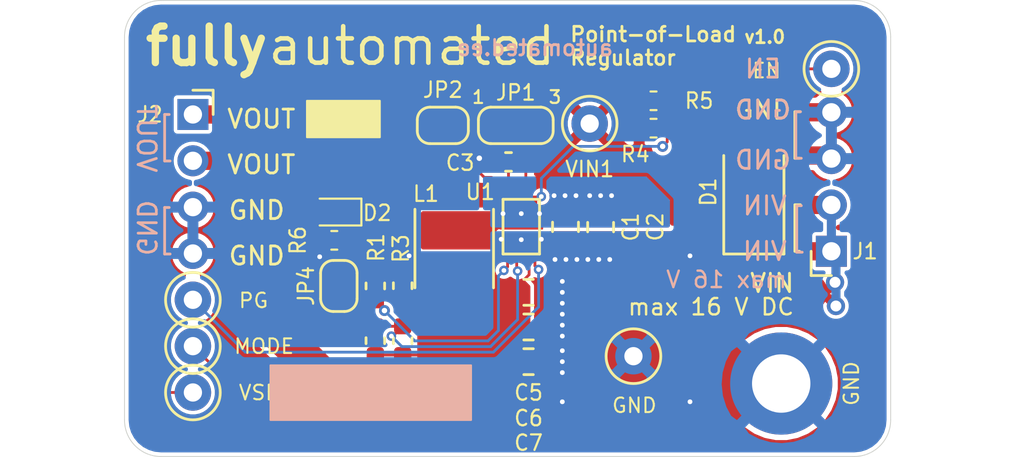
<source format=kicad_pcb>
(kicad_pcb (version 20171130) (host pcbnew 5.1.4)

  (general
    (thickness 1.6)
    (drawings 52)
    (tracks 180)
    (zones 0)
    (modules 31)
    (nets 15)
  )

  (page A4)
  (layers
    (0 F.Cu signal)
    (31 B.Cu signal)
    (32 B.Adhes user)
    (33 F.Adhes user)
    (34 B.Paste user)
    (35 F.Paste user)
    (36 B.SilkS user)
    (37 F.SilkS user)
    (38 B.Mask user)
    (39 F.Mask user)
    (40 Dwgs.User user)
    (41 Cmts.User user)
    (42 Eco1.User user hide)
    (43 Eco2.User user)
    (44 Edge.Cuts user)
    (45 Margin user)
    (46 B.CrtYd user)
    (47 F.CrtYd user)
    (48 B.Fab user hide)
    (49 F.Fab user hide)
  )

  (setup
    (last_trace_width 0.1524)
    (user_trace_width 0.1524)
    (user_trace_width 0.2)
    (user_trace_width 0.3)
    (user_trace_width 0.5)
    (user_trace_width 0.8)
    (user_trace_width 1)
    (user_trace_width 2)
    (trace_clearance 0.1524)
    (zone_clearance 0.3)
    (zone_45_only no)
    (trace_min 0.1524)
    (via_size 0.8)
    (via_drill 0.4)
    (via_min_size 0.52)
    (via_min_drill 0.254)
    (user_via 0.52 0.26)
    (user_via 0.6 0.3)
    (user_via 0.7 0.3)
    (user_via 1 0.6)
    (uvia_size 0.3)
    (uvia_drill 0.1)
    (uvias_allowed no)
    (uvia_min_size 0.2)
    (uvia_min_drill 0.1)
    (edge_width 0.05)
    (segment_width 0.2)
    (pcb_text_width 0.3)
    (pcb_text_size 1.5 1.5)
    (mod_edge_width 0.1524)
    (mod_text_size 1 1)
    (mod_text_width 0.1524)
    (pad_size 1.524 1.524)
    (pad_drill 0.762)
    (pad_to_mask_clearance 0.051)
    (solder_mask_min_width 0.25)
    (aux_axis_origin 0 0)
    (visible_elements FFFFFF7F)
    (pcbplotparams
      (layerselection 0x010fc_ffffffff)
      (usegerberextensions false)
      (usegerberattributes false)
      (usegerberadvancedattributes false)
      (creategerberjobfile false)
      (excludeedgelayer true)
      (linewidth 0.100000)
      (plotframeref false)
      (viasonmask false)
      (mode 1)
      (useauxorigin false)
      (hpglpennumber 1)
      (hpglpenspeed 20)
      (hpglpendiameter 15.000000)
      (psnegative false)
      (psa4output false)
      (plotreference true)
      (plotvalue true)
      (plotinvisibletext false)
      (padsonsilk false)
      (subtractmaskfromsilk false)
      (outputformat 1)
      (mirror false)
      (drillshape 1)
      (scaleselection 1)
      (outputdirectory ""))
  )

  (net 0 "")
  (net 1 GND)
  (net 2 "/TPS62135 Power Supply/FB")
  (net 3 +5V)
  (net 4 VBUS)
  (net 5 "/TPS62135 Power Supply/MODE")
  (net 6 "/TPS62135 Power Supply/SW")
  (net 7 "/TPS62135 Power Supply/PGOOD")
  (net 8 "Net-(C3-Pad1)")
  (net 9 "Net-(JP2-Pad2)")
  (net 10 "Net-(JP4-Pad1)")
  (net 11 "Net-(C1-Pad1)")
  (net 12 "Net-(EN1-Pad1)")
  (net 13 "Net-(R4-Pad1)")
  (net 14 "Net-(D2-Pad1)")

  (net_class Default "This is the default net class."
    (clearance 0.1524)
    (trace_width 0.1524)
    (via_dia 0.8)
    (via_drill 0.4)
    (uvia_dia 0.3)
    (uvia_drill 0.1)
    (add_net +5V)
    (add_net "/TPS62135 Power Supply/FB")
    (add_net "/TPS62135 Power Supply/MODE")
    (add_net "/TPS62135 Power Supply/PGOOD")
    (add_net "/TPS62135 Power Supply/SW")
    (add_net GND)
    (add_net "Net-(C1-Pad1)")
    (add_net "Net-(C3-Pad1)")
    (add_net "Net-(D2-Pad1)")
    (add_net "Net-(EN1-Pad1)")
    (add_net "Net-(JP2-Pad2)")
    (add_net "Net-(JP4-Pad1)")
    (add_net "Net-(R4-Pad1)")
    (add_net VBUS)
  )

  (module Resistor_SMD:R_0603_1608Metric (layer F.Cu) (tedit 5B301BBD) (tstamp 5D8E94EE)
    (at 129.5 102.15 180)
    (descr "Resistor SMD 0603 (1608 Metric), square (rectangular) end terminal, IPC_7351 nominal, (Body size source: http://www.tortai-tech.com/upload/download/2011102023233369053.pdf), generated with kicad-footprint-generator")
    (tags resistor)
    (path /5DA23798)
    (attr smd)
    (fp_text reference R6 (at 2 0 90) (layer F.SilkS)
      (effects (font (size 0.85 0.8) (thickness 0.12)))
    )
    (fp_text value 2k2 (at 0 1.43) (layer F.Fab)
      (effects (font (size 1 1) (thickness 0.15)))
    )
    (fp_text user %R (at 0 0) (layer F.Fab)
      (effects (font (size 0.85 0.8) (thickness 0.12)))
    )
    (fp_line (start 1.48 0.73) (end -1.48 0.73) (layer F.CrtYd) (width 0.05))
    (fp_line (start 1.48 -0.73) (end 1.48 0.73) (layer F.CrtYd) (width 0.05))
    (fp_line (start -1.48 -0.73) (end 1.48 -0.73) (layer F.CrtYd) (width 0.05))
    (fp_line (start -1.48 0.73) (end -1.48 -0.73) (layer F.CrtYd) (width 0.05))
    (fp_line (start -0.162779 0.51) (end 0.162779 0.51) (layer F.SilkS) (width 0.12))
    (fp_line (start -0.162779 -0.51) (end 0.162779 -0.51) (layer F.SilkS) (width 0.12))
    (fp_line (start 0.8 0.4) (end -0.8 0.4) (layer F.Fab) (width 0.1))
    (fp_line (start 0.8 -0.4) (end 0.8 0.4) (layer F.Fab) (width 0.1))
    (fp_line (start -0.8 -0.4) (end 0.8 -0.4) (layer F.Fab) (width 0.1))
    (fp_line (start -0.8 0.4) (end -0.8 -0.4) (layer F.Fab) (width 0.1))
    (pad 2 smd roundrect (at 0.7875 0 180) (size 0.875 0.95) (layers F.Cu F.Paste F.Mask) (roundrect_rratio 0.25)
      (net 1 GND))
    (pad 1 smd roundrect (at -0.7875 0 180) (size 0.875 0.95) (layers F.Cu F.Paste F.Mask) (roundrect_rratio 0.25)
      (net 14 "Net-(D2-Pad1)"))
    (model ${KISYS3DMOD}/Resistor_SMD.3dshapes/R_0603_1608Metric.wrl
      (at (xyz 0 0 0))
      (scale (xyz 1 1 1))
      (rotate (xyz 0 0 0))
    )
  )

  (module LED_SMD:LED_0603_1608Metric (layer F.Cu) (tedit 5B301BBE) (tstamp 5D8E92C9)
    (at 129.5 100.6 180)
    (descr "LED SMD 0603 (1608 Metric), square (rectangular) end terminal, IPC_7351 nominal, (Body size source: http://www.tortai-tech.com/upload/download/2011102023233369053.pdf), generated with kicad-footprint-generator")
    (tags diode)
    (path /5DA2463F)
    (attr smd)
    (fp_text reference D2 (at -2.35 -0.05) (layer F.SilkS)
      (effects (font (size 0.85 0.8) (thickness 0.12)))
    )
    (fp_text value LED_Small_ALT (at 0 1.43) (layer F.Fab)
      (effects (font (size 1 1) (thickness 0.15)))
    )
    (fp_text user %R (at 0 0) (layer F.Fab)
      (effects (font (size 0.85 0.8) (thickness 0.12)))
    )
    (fp_line (start 1.48 0.73) (end -1.48 0.73) (layer F.CrtYd) (width 0.05))
    (fp_line (start 1.48 -0.73) (end 1.48 0.73) (layer F.CrtYd) (width 0.05))
    (fp_line (start -1.48 -0.73) (end 1.48 -0.73) (layer F.CrtYd) (width 0.05))
    (fp_line (start -1.48 0.73) (end -1.48 -0.73) (layer F.CrtYd) (width 0.05))
    (fp_line (start -1.485 0.735) (end 0.8 0.735) (layer F.SilkS) (width 0.12))
    (fp_line (start -1.485 -0.735) (end -1.485 0.735) (layer F.SilkS) (width 0.12))
    (fp_line (start 0.8 -0.735) (end -1.485 -0.735) (layer F.SilkS) (width 0.12))
    (fp_line (start 0.8 0.4) (end 0.8 -0.4) (layer F.Fab) (width 0.1))
    (fp_line (start -0.8 0.4) (end 0.8 0.4) (layer F.Fab) (width 0.1))
    (fp_line (start -0.8 -0.1) (end -0.8 0.4) (layer F.Fab) (width 0.1))
    (fp_line (start -0.5 -0.4) (end -0.8 -0.1) (layer F.Fab) (width 0.1))
    (fp_line (start 0.8 -0.4) (end -0.5 -0.4) (layer F.Fab) (width 0.1))
    (pad 2 smd roundrect (at 0.7875 0 180) (size 0.875 0.95) (layers F.Cu F.Paste F.Mask) (roundrect_rratio 0.25)
      (net 3 +5V))
    (pad 1 smd roundrect (at -0.7875 0 180) (size 0.875 0.95) (layers F.Cu F.Paste F.Mask) (roundrect_rratio 0.25)
      (net 14 "Net-(D2-Pad1)"))
    (model ${KISYS3DMOD}/LED_SMD.3dshapes/LED_0603_1608Metric.wrl
      (at (xyz 0 0 0))
      (scale (xyz 1 1 1))
      (rotate (xyz 0 0 0))
    )
  )

  (module Resistor_SMD:R_0603_1608Metric (layer F.Cu) (tedit 5B301BBD) (tstamp 5D8E7F7D)
    (at 147 94.5)
    (descr "Resistor SMD 0603 (1608 Metric), square (rectangular) end terminal, IPC_7351 nominal, (Body size source: http://www.tortai-tech.com/upload/download/2011102023233369053.pdf), generated with kicad-footprint-generator")
    (tags resistor)
    (path /5D85FB70/5DA118FD)
    (attr smd)
    (fp_text reference R5 (at 2.5 0) (layer F.SilkS)
      (effects (font (size 0.85 0.8) (thickness 0.12)))
    )
    (fp_text value 100 (at 0 1.43) (layer F.Fab)
      (effects (font (size 1 1) (thickness 0.15)))
    )
    (fp_text user %R (at 0 0) (layer F.Fab)
      (effects (font (size 0.85 0.8) (thickness 0.12)))
    )
    (fp_line (start 1.48 0.73) (end -1.48 0.73) (layer F.CrtYd) (width 0.05))
    (fp_line (start 1.48 -0.73) (end 1.48 0.73) (layer F.CrtYd) (width 0.05))
    (fp_line (start -1.48 -0.73) (end 1.48 -0.73) (layer F.CrtYd) (width 0.05))
    (fp_line (start -1.48 0.73) (end -1.48 -0.73) (layer F.CrtYd) (width 0.05))
    (fp_line (start -0.162779 0.51) (end 0.162779 0.51) (layer F.SilkS) (width 0.12))
    (fp_line (start -0.162779 -0.51) (end 0.162779 -0.51) (layer F.SilkS) (width 0.12))
    (fp_line (start 0.8 0.4) (end -0.8 0.4) (layer F.Fab) (width 0.1))
    (fp_line (start 0.8 -0.4) (end 0.8 0.4) (layer F.Fab) (width 0.1))
    (fp_line (start -0.8 -0.4) (end 0.8 -0.4) (layer F.Fab) (width 0.1))
    (fp_line (start -0.8 0.4) (end -0.8 -0.4) (layer F.Fab) (width 0.1))
    (pad 2 smd roundrect (at 0.7875 0) (size 0.875 0.95) (layers F.Cu F.Paste F.Mask) (roundrect_rratio 0.25)
      (net 13 "Net-(R4-Pad1)"))
    (pad 1 smd roundrect (at -0.7875 0) (size 0.875 0.95) (layers F.Cu F.Paste F.Mask) (roundrect_rratio 0.25)
      (net 12 "Net-(EN1-Pad1)"))
    (model ${KISYS3DMOD}/Resistor_SMD.3dshapes/R_0603_1608Metric.wrl
      (at (xyz 0 0 0))
      (scale (xyz 1 1 1))
      (rotate (xyz 0 0 0))
    )
  )

  (module Resistor_SMD:R_0603_1608Metric (layer F.Cu) (tedit 5B301BBD) (tstamp 5D8E77C3)
    (at 147 96 180)
    (descr "Resistor SMD 0603 (1608 Metric), square (rectangular) end terminal, IPC_7351 nominal, (Body size source: http://www.tortai-tech.com/upload/download/2011102023233369053.pdf), generated with kicad-footprint-generator")
    (tags resistor)
    (path /5D85FB70/5DA04179)
    (attr smd)
    (fp_text reference R4 (at 1 -1.43) (layer F.SilkS)
      (effects (font (size 0.85 0.8) (thickness 0.12)))
    )
    (fp_text value 10k (at 0 1.43) (layer F.Fab)
      (effects (font (size 1 1) (thickness 0.15)))
    )
    (fp_text user %R (at 0 0) (layer F.Fab)
      (effects (font (size 0.85 0.8) (thickness 0.12)))
    )
    (fp_line (start 1.48 0.73) (end -1.48 0.73) (layer F.CrtYd) (width 0.05))
    (fp_line (start 1.48 -0.73) (end 1.48 0.73) (layer F.CrtYd) (width 0.05))
    (fp_line (start -1.48 -0.73) (end 1.48 -0.73) (layer F.CrtYd) (width 0.05))
    (fp_line (start -1.48 0.73) (end -1.48 -0.73) (layer F.CrtYd) (width 0.05))
    (fp_line (start -0.162779 0.51) (end 0.162779 0.51) (layer F.SilkS) (width 0.12))
    (fp_line (start -0.162779 -0.51) (end 0.162779 -0.51) (layer F.SilkS) (width 0.12))
    (fp_line (start 0.8 0.4) (end -0.8 0.4) (layer F.Fab) (width 0.1))
    (fp_line (start 0.8 -0.4) (end 0.8 0.4) (layer F.Fab) (width 0.1))
    (fp_line (start -0.8 -0.4) (end 0.8 -0.4) (layer F.Fab) (width 0.1))
    (fp_line (start -0.8 0.4) (end -0.8 -0.4) (layer F.Fab) (width 0.1))
    (pad 2 smd roundrect (at 0.7875 0 180) (size 0.875 0.95) (layers F.Cu F.Paste F.Mask) (roundrect_rratio 0.25)
      (net 11 "Net-(C1-Pad1)"))
    (pad 1 smd roundrect (at -0.7875 0 180) (size 0.875 0.95) (layers F.Cu F.Paste F.Mask) (roundrect_rratio 0.25)
      (net 13 "Net-(R4-Pad1)"))
    (model ${KISYS3DMOD}/Resistor_SMD.3dshapes/R_0603_1608Metric.wrl
      (at (xyz 0 0 0))
      (scale (xyz 1 1 1))
      (rotate (xyz 0 0 0))
    )
  )

  (module NetTie:NetTie-2_SMD_Pad2.0mm (layer F.Cu) (tedit 5A1CF73E) (tstamp 5D8DEE76)
    (at 153.55 105 180)
    (descr "Net tie, 2 pin, 2.0mm square SMD pads")
    (tags "net tie")
    (path /5D85FB70/5D8A9D61)
    (zone_connect 2)
    (attr virtual)
    (fp_text reference NT1 (at 0 -1.2) (layer F.SilkS) hide
      (effects (font (size 0.85 0.8) (thickness 0.12)))
    )
    (fp_text value Net-Tie_2 (at 0 1.2) (layer F.Fab)
      (effects (font (size 1 1) (thickness 0.1524)))
    )
    (fp_line (start -3.25 -1.25) (end 3.25 -1.25) (layer F.CrtYd) (width 0.05))
    (fp_line (start 3.25 -1.25) (end 3.25 1.25) (layer F.CrtYd) (width 0.05))
    (fp_line (start 3.25 1.25) (end -3.25 1.25) (layer F.CrtYd) (width 0.05))
    (fp_line (start -3.25 1.25) (end -3.25 -1.25) (layer F.CrtYd) (width 0.05))
    (fp_poly (pts (xy -2 -1) (xy 2 -1) (xy 2 1) (xy -2 1)) (layer F.Cu) (width 0))
    (pad 2 smd circle (at 2 0 180) (size 2 2) (layers F.Cu)
      (net 11 "Net-(C1-Pad1)") (zone_connect 2))
    (pad 1 smd circle (at -2 0 180) (size 2 2) (layers F.Cu)
      (net 4 VBUS) (zone_connect 2))
  )

  (module Connector_PinSocket_2.54mm:PinSocket_1x04_P2.54mm_Horizontal (layer F.Cu) (tedit 5D8D703F) (tstamp 5D8DD1C4)
    (at 121.75 95.25)
    (descr "Through hole angled socket strip, 1x04, 2.54mm pitch, 8.51mm socket length, single row (from Kicad 4.0.7), script generated")
    (tags "Through hole angled socket strip THT 1x04 2.54mm single row")
    (path /5D938883)
    (fp_text reference J2 (at -2.35 0) (layer F.SilkS)
      (effects (font (size 0.85 0.8) (thickness 0.12)))
    )
    (fp_text value OUT (at -4.38 10.39) (layer F.Fab)
      (effects (font (size 1 1) (thickness 0.1524)))
    )
    (fp_text user %R (at -5.775 3.81 90) (layer F.Fab)
      (effects (font (size 0.85 0.8) (thickness 0.12)))
    )
    (fp_line (start 1.75 9.45) (end 1.75 -1.75) (layer F.CrtYd) (width 0.05))
    (fp_line (start -10.55 9.45) (end 1.75 9.45) (layer F.CrtYd) (width 0.05))
    (fp_line (start -10.55 -1.75) (end -10.55 9.45) (layer F.CrtYd) (width 0.05))
    (fp_line (start 1.75 -1.75) (end -10.55 -1.75) (layer F.CrtYd) (width 0.05))
    (fp_line (start 0 -1.33) (end 1.11 -1.33) (layer F.SilkS) (width 0.1524))
    (fp_line (start 1.11 -1.33) (end 1.11 0) (layer F.SilkS) (width 0.1524))
    (fp_line (start 0 7.92) (end 0 7.32) (layer F.Fab) (width 0.1))
    (fp_line (start -1.52 7.92) (end 0 7.92) (layer F.Fab) (width 0.1))
    (fp_line (start 0 7.32) (end -1.52 7.32) (layer F.Fab) (width 0.1))
    (fp_line (start 0 5.38) (end 0 4.78) (layer F.Fab) (width 0.1))
    (fp_line (start -1.52 5.38) (end 0 5.38) (layer F.Fab) (width 0.1))
    (fp_line (start 0 4.78) (end -1.52 4.78) (layer F.Fab) (width 0.1))
    (fp_line (start 0 2.84) (end 0 2.24) (layer F.Fab) (width 0.1))
    (fp_line (start -1.52 2.84) (end 0 2.84) (layer F.Fab) (width 0.1))
    (fp_line (start 0 2.24) (end -1.52 2.24) (layer F.Fab) (width 0.1))
    (fp_line (start 0 0.3) (end 0 -0.3) (layer F.Fab) (width 0.1))
    (fp_line (start -1.52 0.3) (end 0 0.3) (layer F.Fab) (width 0.1))
    (fp_line (start 0 -0.3) (end -1.52 -0.3) (layer F.Fab) (width 0.1))
    (fp_line (start -1.52 -0.3) (end -1.52 8.89) (layer F.Fab) (width 0.1))
    (fp_line (start -2.49 -1.27) (end -1.52 -0.3) (layer F.Fab) (width 0.1))
    (pad 4 thru_hole oval (at 0 7.62) (size 1.7 1.7) (drill 1) (layers *.Cu *.Mask)
      (net 1 GND))
    (pad 3 thru_hole oval (at 0 5.08) (size 1.7 1.7) (drill 1) (layers *.Cu *.Mask)
      (net 1 GND))
    (pad 2 thru_hole oval (at 0 2.54) (size 1.7 1.7) (drill 1) (layers *.Cu *.Mask)
      (net 3 +5V))
    (pad 1 thru_hole rect (at 0 0) (size 1.7 1.7) (drill 1) (layers *.Cu *.Mask)
      (net 3 +5V))
    (model ${KISYS3DMOD}/Connector_PinSocket_2.54mm.3dshapes/PinSocket_1x04_P2.54mm_Horizontal.wrl
      (at (xyz 0 0 0))
      (scale (xyz 1 1 1))
      (rotate (xyz 0 0 0))
    )
  )

  (module Connector_PinSocket_2.54mm:PinSocket_1x04_P2.54mm_Horizontal (layer F.Cu) (tedit 5D8D7022) (tstamp 5D8DF18C)
    (at 156.75 102.75 180)
    (descr "Through hole angled socket strip, 1x04, 2.54mm pitch, 8.51mm socket length, single row (from Kicad 4.0.7), script generated")
    (tags "Through hole angled socket strip THT 1x04 2.54mm single row")
    (path /5D948501)
    (fp_text reference J1 (at -1.85 0) (layer F.SilkS)
      (effects (font (size 0.85 0.8) (thickness 0.12)))
    )
    (fp_text value IN (at -4.38 10.39 180) (layer F.Fab)
      (effects (font (size 1 1) (thickness 0.1524)))
    )
    (fp_text user %R (at -5.775 3.81 270) (layer F.Fab)
      (effects (font (size 0.85 0.8) (thickness 0.12)))
    )
    (fp_line (start 1.75 9.45) (end 1.75 -1.75) (layer F.CrtYd) (width 0.05))
    (fp_line (start -10.55 9.45) (end 1.75 9.45) (layer F.CrtYd) (width 0.05))
    (fp_line (start -10.55 -1.75) (end -10.55 9.45) (layer F.CrtYd) (width 0.05))
    (fp_line (start 1.75 -1.75) (end -10.55 -1.75) (layer F.CrtYd) (width 0.05))
    (fp_line (start 0 -1.33) (end 1.11 -1.33) (layer F.SilkS) (width 0.1524))
    (fp_line (start 1.11 -1.33) (end 1.11 0) (layer F.SilkS) (width 0.1524))
    (fp_line (start 0 7.92) (end 0 7.32) (layer F.Fab) (width 0.1))
    (fp_line (start -1.52 7.92) (end 0 7.92) (layer F.Fab) (width 0.1))
    (fp_line (start 0 7.32) (end -1.52 7.32) (layer F.Fab) (width 0.1))
    (fp_line (start 0 5.38) (end 0 4.78) (layer F.Fab) (width 0.1))
    (fp_line (start -1.52 5.38) (end 0 5.38) (layer F.Fab) (width 0.1))
    (fp_line (start 0 4.78) (end -1.52 4.78) (layer F.Fab) (width 0.1))
    (fp_line (start 0 2.84) (end 0 2.24) (layer F.Fab) (width 0.1))
    (fp_line (start -1.52 2.84) (end 0 2.84) (layer F.Fab) (width 0.1))
    (fp_line (start 0 2.24) (end -1.52 2.24) (layer F.Fab) (width 0.1))
    (fp_line (start 0 0.3) (end 0 -0.3) (layer F.Fab) (width 0.1))
    (fp_line (start -1.52 0.3) (end 0 0.3) (layer F.Fab) (width 0.1))
    (fp_line (start 0 -0.3) (end -1.52 -0.3) (layer F.Fab) (width 0.1))
    (pad 4 thru_hole oval (at 0 7.62 180) (size 1.7 1.7) (drill 1) (layers *.Cu *.Mask)
      (net 1 GND))
    (pad 3 thru_hole oval (at 0 5.08 180) (size 1.7 1.7) (drill 1) (layers *.Cu *.Mask)
      (net 1 GND))
    (pad 2 thru_hole oval (at 0 2.54 180) (size 1.7 1.7) (drill 1) (layers *.Cu *.Mask)
      (net 4 VBUS))
    (pad 1 thru_hole rect (at 0 0 180) (size 1.7 1.7) (drill 1) (layers *.Cu *.Mask)
      (net 4 VBUS))
    (model ${KISYS3DMOD}/Connector_PinSocket_2.54mm.3dshapes/PinSocket_1x04_P2.54mm_Horizontal.wrl
      (at (xyz 0 0 0))
      (scale (xyz 1 1 1))
      (rotate (xyz 0 0 0))
    )
  )

  (module Automated:fully_automated_logo_soldermask (layer B.Cu) (tedit 5CEA8B2A) (tstamp 5D8E1C39)
    (at 129.75 97.1 180)
    (descr "Fully Automated Logo 13x15.5mm on front solder mask (shown in copper)")
    (tags "fully automated logo")
    (path /5D9D6353)
    (attr virtual)
    (fp_text reference G1 (at -8.5 -9.1) (layer B.SilkS) hide
      (effects (font (size 0.85 0.8) (thickness 0.12)) (justify mirror))
    )
    (fp_text value Fully_Automated_Logo (at -7.9 -6.9) (layer B.SilkS) hide
      (effects (font (size 1.524 1.524) (thickness 0.3)) (justify mirror))
    )
    (fp_poly (pts (xy 3.795046 0.60128) (xy 3.82625 0.585425) (xy 3.893201 0.549034) (xy 3.987517 0.496738)
      (xy 4.100818 0.433167) (xy 4.165334 0.396693) (xy 4.317194 0.312934) (xy 4.43287 0.254791)
      (xy 4.518362 0.219577) (xy 4.579671 0.204605) (xy 4.596506 0.20365) (xy 4.653907 0.21399)
      (xy 4.748908 0.242707) (xy 4.872989 0.28688) (xy 5.01763 0.343591) (xy 5.078424 0.36875)
      (xy 5.211015 0.423598) (xy 5.328645 0.470703) (xy 5.422772 0.506766) (xy 5.484852 0.52849)
      (xy 5.50485 0.5334) (xy 5.53833 0.518275) (xy 5.602604 0.477153) (xy 5.689319 0.416415)
      (xy 5.790126 0.342442) (xy 5.896672 0.261614) (xy 6.000605 0.180314) (xy 6.093575 0.104922)
      (xy 6.16723 0.041818) (xy 6.213219 -0.002615) (xy 6.222898 -0.01523) (xy 6.229763 -0.037133)
      (xy 6.229452 -0.071008) (xy 6.220479 -0.122223) (xy 6.201362 -0.196145) (xy 6.170617 -0.29814)
      (xy 6.12676 -0.433574) (xy 6.068307 -0.607816) (xy 6.019252 -0.75183) (xy 5.95744 -0.929669)
      (xy 5.898932 -1.092505) (xy 5.846198 -1.233896) (xy 5.801702 -1.347398) (xy 5.767913 -1.42657)
      (xy 5.747298 -1.464969) (xy 5.745449 -1.46685) (xy 5.710445 -1.479657) (xy 5.639586 -1.48911)
      (xy 5.5288 -1.495479) (xy 5.374014 -1.499035) (xy 5.246595 -1.49997) (xy 4.7879 -1.50134)
      (xy 4.5974 -1.793589) (xy 4.528293 -1.902988) (xy 4.471515 -1.999363) (xy 4.432002 -2.073828)
      (xy 4.41469 -2.117499) (xy 4.414461 -2.122847) (xy 4.42672 -2.158372) (xy 4.455377 -2.231279)
      (xy 4.496681 -2.332314) (xy 4.546882 -2.452226) (xy 4.570863 -2.508678) (xy 4.634323 -2.659507)
      (xy 4.679192 -2.77223) (xy 4.708097 -2.854894) (xy 4.723668 -2.915548) (xy 4.728533 -2.962241)
      (xy 4.727324 -2.987721) (xy 4.708098 -3.011236) (xy 4.655276 -3.063347) (xy 4.573783 -3.139529)
      (xy 4.468541 -3.235258) (xy 4.344474 -3.346007) (xy 4.206505 -3.467254) (xy 4.188413 -3.483021)
      (xy 3.997036 -3.647729) (xy 3.841708 -3.777188) (xy 3.722131 -3.871632) (xy 3.638002 -3.931297)
      (xy 3.589023 -3.956421) (xy 3.584804 -3.957212) (xy 3.540007 -3.950335) (xy 3.467376 -3.921249)
      (xy 3.362923 -3.868007) (xy 3.222662 -3.788662) (xy 3.141055 -3.7405) (xy 2.764929 -3.516275)
      (xy 2.447152 -3.673716) (xy 2.331559 -3.731362) (xy 2.233144 -3.781153) (xy 2.160461 -3.818708)
      (xy 2.122064 -3.839644) (xy 2.118408 -3.842124) (xy 2.111578 -3.869819) (xy 2.099917 -3.939046)
      (xy 2.084775 -4.040911) (xy 2.067504 -4.166524) (xy 2.057357 -4.244295) (xy 2.034664 -4.419457)
      (xy 2.016611 -4.550849) (xy 2.001702 -4.645131) (xy 1.98844 -4.708962) (xy 1.97533 -4.748999)
      (xy 1.960875 -4.771903) (xy 1.943579 -4.784331) (xy 1.935197 -4.787993) (xy 1.883459 -4.803297)
      (xy 1.793056 -4.824581) (xy 1.671742 -4.850439) (xy 1.527265 -4.879463) (xy 1.367378 -4.910248)
      (xy 1.199832 -4.941387) (xy 1.032377 -4.971473) (xy 0.872764 -4.999098) (xy 0.728745 -5.022858)
      (xy 0.608071 -5.041344) (xy 0.518491 -5.053151) (xy 0.467759 -5.056871) (xy 0.459968 -5.055722)
      (xy 0.43485 -5.027008) (xy 0.390594 -4.961198) (xy 0.33198 -4.866009) (xy 0.263788 -4.749163)
      (xy 0.2032 -4.64101) (xy -0.0127 -4.24853) (xy -0.2794 -4.231498) (xy -0.401597 -4.222879)
      (xy -0.514598 -4.213466) (xy -0.602561 -4.204648) (xy -0.637636 -4.200081) (xy -0.729171 -4.185695)
      (xy -0.976669 -4.513156) (xy -1.224167 -4.840618) (xy -1.641371 -6.147155) (xy -1.73726 -6.447082)
      (xy -1.819445 -6.702366) (xy -1.889611 -6.916781) (xy -1.949441 -7.094096) (xy -2.000619 -7.238085)
      (xy -2.044829 -7.352518) (xy -2.083754 -7.441167) (xy -2.119078 -7.507803) (xy -2.152486 -7.556199)
      (xy -2.18566 -7.590126) (xy -2.220284 -7.613355) (xy -2.258043 -7.629659) (xy -2.30062 -7.642808)
      (xy -2.310274 -7.645506) (xy -2.366078 -7.659) (xy -2.419197 -7.66516) (xy -2.478042 -7.662465)
      (xy -2.551023 -7.649395) (xy -2.646551 -7.624429) (xy -2.773034 -7.586047) (xy -2.938885 -7.532728)
      (xy -2.944882 -7.530775) (xy -3.086694 -7.483859) (xy -3.215439 -7.439884) (xy -3.321681 -7.40218)
      (xy -3.395984 -7.374077) (xy -3.424972 -7.361358) (xy -3.510135 -7.290251) (xy -3.575519 -7.186948)
      (xy -3.611467 -7.069035) (xy -3.615458 -7.014469) (xy -3.607912 -6.961218) (xy -3.585687 -6.8668)
      (xy -3.548465 -6.730141) (xy -3.495931 -6.550169) (xy -3.427769 -6.32581) (xy -3.343664 -6.055992)
      (xy -3.243299 -5.739642) (xy -3.204173 -5.617421) (xy -2.794 -4.338742) (xy -2.794 -4.002696)
      (xy -2.787193 -3.777375) (xy -2.766638 -3.50889) (xy -2.732135 -3.194815) (xy -2.718479 -3.08707)
      (xy -2.696689 -2.92187) (xy -2.676753 -2.774561) (xy -2.659676 -2.652259) (xy -2.646462 -2.562078)
      (xy -2.638117 -2.511135) (xy -2.635929 -2.502386) (xy -2.612706 -2.488703) (xy -2.552663 -2.453926)
      (xy -2.463047 -2.402235) (xy -2.351103 -2.337809) (xy -2.245594 -2.277185) (xy -1.862288 -2.057088)
      (xy -1.622903 -2.168953) (xy -1.216795 -2.331346) (xy -0.799597 -2.445509) (xy -0.375358 -2.511575)
      (xy 0.05187 -2.529678) (xy 0.478039 -2.499953) (xy 0.899097 -2.422532) (xy 1.310994 -2.29755)
      (xy 1.709681 -2.12514) (xy 1.843963 -2.054384) (xy 2.187588 -1.837205) (xy 2.513251 -1.577531)
      (xy 2.81418 -1.282416) (xy 3.083608 -0.958917) (xy 3.314765 -0.614089) (xy 3.43327 -0.397905)
      (xy 3.487676 -0.27965) (xy 3.546818 -0.134537) (xy 3.606089 0.024277) (xy 3.66088 0.183636)
      (xy 3.706584 0.330383) (xy 3.738593 0.451362) (xy 3.748831 0.503037) (xy 3.766012 0.571784)
      (xy 3.787766 0.601487) (xy 3.795046 0.60128)) (layer B.Mask) (width 0.01))
    (fp_poly (pts (xy -3.562733 6.56765) (xy -3.545616 6.563178) (xy -3.476 6.533071) (xy -3.372617 6.476619)
      (xy -3.242173 6.398176) (xy -3.091376 6.302097) (xy -2.926931 6.192737) (xy -2.755546 6.074451)
      (xy -2.583926 5.951593) (xy -2.445706 5.848966) (xy -1.983112 5.4991) (xy -1.9812 4.573172)
      (xy -2.05105 4.529014) (xy -2.183414 4.438178) (xy -2.335021 4.322696) (xy -2.490464 4.19507)
      (xy -2.634335 4.067801) (xy -2.716231 3.989308) (xy -3.005527 3.66428) (xy -3.254921 3.308552)
      (xy -3.463269 2.924265) (xy -3.629427 2.513559) (xy -3.752251 2.078576) (xy -3.762497 2.032)
      (xy -3.794857 1.831626) (xy -3.81533 1.598187) (xy -3.823898 1.346992) (xy -3.820541 1.093347)
      (xy -3.805242 0.852561) (xy -3.77798 0.639941) (xy -3.764295 0.568857) (xy -3.648164 0.135592)
      (xy -3.492438 -0.267235) (xy -3.295178 -0.643282) (xy -3.054447 -0.996208) (xy -2.768304 -1.329673)
      (xy -2.746162 -1.352755) (xy -2.640376 -1.463979) (xy -2.567876 -1.54483) (xy -2.525106 -1.59991)
      (xy -2.508514 -1.633827) (xy -2.514545 -1.651185) (xy -2.515447 -1.651741) (xy -2.728217 -1.776254)
      (xy -2.899401 -1.878815) (xy -3.032187 -1.961473) (xy -3.129761 -2.026276) (xy -3.195311 -2.075272)
      (xy -3.232025 -2.11051) (xy -3.234596 -2.113845) (xy -3.256018 -2.153485) (xy -3.27586 -2.215274)
      (xy -3.295571 -2.306053) (xy -3.316599 -2.432665) (xy -3.340392 -2.601952) (xy -3.344528 -2.633269)
      (xy -3.364556 -2.779091) (xy -3.383852 -2.907109) (xy -3.401012 -3.008938) (xy -3.414633 -3.076195)
      (xy -3.422644 -3.100183) (xy -3.459926 -3.121551) (xy -3.5343 -3.156147) (xy -3.635612 -3.199921)
      (xy -3.753711 -3.24882) (xy -3.878445 -3.298794) (xy -3.999663 -3.34579) (xy -4.107212 -3.385757)
      (xy -4.19094 -3.414644) (xy -4.240697 -3.4284) (xy -4.246563 -3.429) (xy -4.277117 -3.420631)
      (xy -4.318711 -3.392615) (xy -4.375921 -3.340588) (xy -4.453323 -3.260185) (xy -4.555494 -3.14704)
      (xy -4.624889 -3.068146) (xy -4.790813 -2.878271) (xy -4.926304 -2.722878) (xy -5.034344 -2.598186)
      (xy -5.117916 -2.500415) (xy -5.180002 -2.425782) (xy -5.223584 -2.370508) (xy -5.251646 -2.330811)
      (xy -5.26717 -2.302912) (xy -5.273138 -2.283028) (xy -5.272532 -2.267379) (xy -5.268399 -2.252389)
      (xy -5.250001 -2.212581) (xy -5.210064 -2.137971) (xy -5.153404 -2.037184) (xy -5.084842 -1.918843)
      (xy -5.034596 -1.833944) (xy -4.817837 -1.470789) (xy -4.966246 -1.160844) (xy -5.022127 -1.045261)
      (xy -5.071118 -0.946014) (xy -5.108635 -0.872242) (xy -5.130091 -0.833085) (xy -5.132319 -0.829878)
      (xy -5.162101 -0.819977) (xy -5.233897 -0.805431) (xy -5.339286 -0.78767) (xy -5.469848 -0.768125)
      (xy -5.599494 -0.750506) (xy -5.745918 -0.730349) (xy -5.875192 -0.710378) (xy -5.978726 -0.692096)
      (xy -6.047928 -0.677004) (xy -6.073565 -0.667595) (xy -6.084514 -0.637238) (xy -6.103459 -0.563423)
      (xy -6.128973 -0.45261) (xy -6.159627 -0.311259) (xy -6.193992 -0.14583) (xy -6.230642 0.037218)
      (xy -6.24034 0.086749) (xy -6.281412 0.298946) (xy -6.313081 0.466855) (xy -6.336091 0.595962)
      (xy -6.351184 0.691756) (xy -6.359107 0.759723) (xy -6.360602 0.805352) (xy -6.356415 0.834129)
      (xy -6.347289 0.851542) (xy -6.344482 0.854605) (xy -6.310274 0.879214) (xy -6.239712 0.923204)
      (xy -6.141053 0.981658) (xy -6.022554 1.049658) (xy -5.928155 1.102562) (xy -5.5499 1.312446)
      (xy -5.532198 1.602373) (xy -5.523922 1.725486) (xy -5.51513 1.835767) (xy -5.506974 1.919803)
      (xy -5.501538 1.959875) (xy -5.499669 1.991278) (xy -5.511365 2.022005) (xy -5.543004 2.058922)
      (xy -5.600964 2.108898) (xy -5.691624 2.1788) (xy -5.735141 2.211393) (xy -5.909051 2.343305)
      (xy -6.049364 2.454345) (xy -6.153999 2.542743) (xy -6.220875 2.606728) (xy -6.24791 2.644532)
      (xy -6.2484 2.647886) (xy -6.240263 2.68122) (xy -6.217596 2.754775) (xy -6.183018 2.860996)
      (xy -6.13915 2.992329) (xy -6.088609 3.14122) (xy -6.034016 3.300115) (xy -5.97799 3.461458)
      (xy -5.923149 3.617696) (xy -5.872112 3.761275) (xy -5.8275 3.88464) (xy -5.79193 3.980236)
      (xy -5.768023 4.04051) (xy -5.759621 4.05765) (xy -5.733898 4.069921) (xy -5.675944 4.079112)
      (xy -5.581131 4.085537) (xy -5.444834 4.089508) (xy -5.262428 4.091339) (xy -5.26104 4.091345)
      (xy -4.7879 4.093289) (xy -4.39654 4.691711) (xy -4.558522 5.07428) (xy -4.623502 5.229264)
      (xy -4.670348 5.345522) (xy -4.70162 5.430719) (xy -4.719878 5.492521) (xy -4.727685 5.538596)
      (xy -4.727601 5.576609) (xy -4.727325 5.579577) (xy -4.708108 5.603824) (xy -4.655618 5.656342)
      (xy -4.575085 5.732264) (xy -4.471744 5.826726) (xy -4.350824 5.934861) (xy -4.249378 6.024077)
      (xy -4.076141 6.175269) (xy -3.936949 6.296249) (xy -3.827597 6.390236) (xy -3.743882 6.460451)
      (xy -3.6816 6.510114) (xy -3.636548 6.542446) (xy -3.604522 6.560665) (xy -3.581318 6.567993)
      (xy -3.562733 6.56765)) (layer B.Mask) (width 0.01))
    (fp_poly (pts (xy -0.964683 -0.894907) (xy -0.922167 -0.924845) (xy -0.8509 -0.986091) (xy -0.842908 -1.449021)
      (xy -0.84082 -1.638448) (xy -0.842807 -1.783989) (xy -0.850186 -1.892478) (xy -0.864272 -1.970754)
      (xy -0.886381 -2.025653) (xy -0.917827 -2.064013) (xy -0.959927 -2.092671) (xy -0.967517 -2.096697)
      (xy -1.062765 -2.12906) (xy -1.155227 -2.119032) (xy -1.184733 -2.108413) (xy -1.22908 -2.086817)
      (xy -1.262655 -2.058043) (xy -1.286936 -2.015307) (xy -1.303399 -1.951824) (xy -1.313523 -1.860809)
      (xy -1.318786 -1.73548) (xy -1.320665 -1.56905) (xy -1.3208 -1.483711) (xy -1.3208 -0.997527)
      (xy -1.253837 -0.930563) (xy -1.165661 -0.875066) (xy -1.064686 -0.863101) (xy -0.964683 -0.894907)) (layer B.Mask) (width 0.01))
    (fp_poly (pts (xy -0.290759 -0.869337) (xy -0.234252 -0.886564) (xy -0.192283 -0.921789) (xy -0.162754 -0.980715)
      (xy -0.143568 -1.069045) (xy -0.132625 -1.192481) (xy -0.127828 -1.356725) (xy -0.127 -1.508213)
      (xy -0.127276 -1.674146) (xy -0.128659 -1.797101) (xy -0.131983 -1.884898) (xy -0.138083 -1.945358)
      (xy -0.147792 -1.986302) (xy -0.161944 -2.015551) (xy -0.181373 -2.040925) (xy -0.18415 -2.044141)
      (xy -0.262403 -2.100594) (xy -0.359154 -2.124354) (xy -0.453808 -2.111572) (xy -0.479805 -2.099416)
      (xy -0.522326 -2.070936) (xy -0.554323 -2.036231) (xy -0.577285 -1.988113) (xy -0.592704 -1.919392)
      (xy -0.602068 -1.822882) (xy -0.606868 -1.691392) (xy -0.608594 -1.517735) (xy -0.6087 -1.477596)
      (xy -0.6096 -1.012092) (xy -0.535354 -0.937846) (xy -0.464666 -0.883543) (xy -0.386696 -0.864857)
      (xy -0.363904 -0.864407) (xy -0.290759 -0.869337)) (layer B.Mask) (width 0.01))
    (fp_poly (pts (xy 0.468368 -0.887465) (xy 0.521854 -0.925945) (xy 0.543043 -0.94836) (xy 0.558789 -0.972163)
      (xy 0.569898 -1.004735) (xy 0.577181 -1.053455) (xy 0.581444 -1.125701) (xy 0.583497 -1.228855)
      (xy 0.584146 -1.370295) (xy 0.5842 -1.495187) (xy 0.5842 -2.002084) (xy 0.506051 -2.067842)
      (xy 0.411449 -2.122894) (xy 0.317691 -2.127296) (xy 0.223323 -2.081006) (xy 0.19725 -2.059544)
      (xy 0.1143 -1.985489) (xy 0.106128 -1.571586) (xy 0.103469 -1.385094) (xy 0.104454 -1.24194)
      (xy 0.110053 -1.134728) (xy 0.121236 -1.056068) (xy 0.138973 -0.998566) (xy 0.164232 -0.954829)
      (xy 0.191028 -0.924262) (xy 0.274185 -0.87391) (xy 0.372678 -0.861675) (xy 0.468368 -0.887465)) (layer B.Mask) (width 0.01))
    (fp_poly (pts (xy 1.181346 -0.888173) (xy 1.236833 -0.924845) (xy 1.3081 -0.986091) (xy 1.316092 -1.449021)
      (xy 1.31818 -1.638448) (xy 1.316193 -1.783989) (xy 1.308814 -1.892478) (xy 1.294728 -1.970754)
      (xy 1.272619 -2.025653) (xy 1.241173 -2.064013) (xy 1.199073 -2.092671) (xy 1.191483 -2.096697)
      (xy 1.086275 -2.131023) (xy 0.993005 -2.116806) (xy 0.912446 -2.059353) (xy 0.8382 -1.985107)
      (xy 0.8382 -1.491562) (xy 0.838372 -1.321629) (xy 0.83945 -1.194922) (xy 0.842276 -1.103867)
      (xy 0.84769 -1.04089) (xy 0.856534 -0.998416) (xy 0.869648 -0.968872) (xy 0.887876 -0.944684)
      (xy 0.900487 -0.930808) (xy 0.983002 -0.87598) (xy 1.081589 -0.86168) (xy 1.181346 -0.888173)) (layer B.Mask) (width 0.01))
    (fp_poly (pts (xy 1.410203 3.120386) (xy 1.540757 3.03244) (xy 1.662838 2.916139) (xy 1.762341 2.786739)
      (xy 1.818197 2.678985) (xy 1.829241 2.647835) (xy 1.838483 2.613558) (xy 1.846082 2.571579)
      (xy 1.852198 2.517323) (xy 1.85699 2.446212) (xy 1.860618 2.353673) (xy 1.863242 2.235129)
      (xy 1.865021 2.086004) (xy 1.866115 1.901724) (xy 1.866683 1.677712) (xy 1.866885 1.409394)
      (xy 1.8669 1.2827) (xy 1.8669 0.0127) (xy 1.780334 -0.146944) (xy 1.677722 -0.303344)
      (xy 1.554942 -0.422867) (xy 1.398025 -0.518667) (xy 1.372759 -0.530831) (xy 1.2319 -0.5969)
      (xy 0.0254 -0.601106) (xy -0.231579 -0.601492) (xy -0.472272 -0.600866) (xy -0.69158 -0.599303)
      (xy -0.884403 -0.596882) (xy -1.045643 -0.593678) (xy -1.170199 -0.589768) (xy -1.252972 -0.58523)
      (xy -1.284978 -0.581366) (xy -1.425171 -0.529848) (xy -1.568257 -0.444633) (xy -1.695658 -0.338065)
      (xy -1.758608 -0.2667) (xy -1.796267 -0.21641) (xy -1.828052 -0.16955) (xy -1.854434 -0.121516)
      (xy -1.875883 -0.067701) (xy -1.892869 -0.003502) (xy -1.905863 0.075687) (xy -1.915335 0.17447)
      (xy -1.921755 0.297452) (xy -1.925594 0.449238) (xy -1.927321 0.634433) (xy -1.927408 0.857641)
      (xy -1.926323 1.123468) (xy -1.924974 1.362229) (xy -1.921478 1.958957) (xy -1.548484 1.958957)
      (xy -1.547568 1.7907) (xy -1.49934 1.924723) (xy -1.460854 2.019715) (xy -1.417292 2.110365)
      (xy -1.39684 2.14656) (xy -1.312905 2.25256) (xy -1.187492 2.36953) (xy -1.027192 2.492017)
      (xy -0.838598 2.614568) (xy -0.811673 2.630618) (xy -0.556291 2.7813) (xy -0.713152 2.788946)
      (xy -0.905144 2.774021) (xy -1.084981 2.713332) (xy -1.245836 2.611635) (xy -1.380881 2.473685)
      (xy -1.483288 2.304239) (xy -1.512329 2.232286) (xy -1.532156 2.14899) (xy -1.545239 2.04177)
      (xy -1.548484 1.958957) (xy -1.921478 1.958957) (xy -1.9177 2.6035) (xy -1.850053 2.73166)
      (xy -1.746299 2.886191) (xy -1.613181 3.021261) (xy -1.465749 3.121821) (xy -1.45379 3.127923)
      (xy -1.3335 3.1877) (xy 1.2827 3.1877) (xy 1.410203 3.120386)) (layer B.Mask) (width 0.01))
    (fp_poly (pts (xy -2.225964 0.390237) (xy -2.169162 0.302354) (xy -2.155699 0.205955) (xy -2.183056 0.113981)
      (xy -2.248711 0.03937) (xy -2.299929 0.01055) (xy -2.357615 -0.00236) (xy -2.454648 -0.012433)
      (xy -2.57965 -0.019578) (xy -2.721244 -0.023705) (xy -2.86805 -0.024723) (xy -3.008691 -0.02254)
      (xy -3.131788 -0.017065) (xy -3.225964 -0.008207) (xy -3.2766 0.002737) (xy -3.364829 0.060819)
      (xy -3.415191 0.143939) (xy -3.425019 0.240506) (xy -3.391643 0.338927) (xy -3.363243 0.379052)
      (xy -3.297485 0.4572) (xy -2.292928 0.4572) (xy -2.225964 0.390237)) (layer B.Mask) (width 0.01))
    (fp_poly (pts (xy 3.306501 0.4445) (xy 3.36775 0.373234) (xy 3.421337 0.277282) (xy 3.42623 0.17697)
      (xy 3.382784 0.081158) (xy 3.354753 0.048847) (xy 3.280507 -0.0254) (xy 2.307492 -0.0254)
      (xy 2.233246 0.048847) (xy 2.170802 0.140884) (xy 2.15767 0.238324) (xy 2.193821 0.334485)
      (xy 2.234759 0.384468) (xy 2.310519 0.460228) (xy 3.306501 0.4445)) (layer B.Mask) (width 0.01))
    (fp_poly (pts (xy 3.354753 1.094154) (xy 3.415435 1.003625) (xy 3.430823 0.907237) (xy 3.402504 0.81622)
      (xy 3.332062 0.741803) (xy 3.302508 0.724163) (xy 3.26236 0.709312) (xy 3.203325 0.698734)
      (xy 3.117917 0.691896) (xy 2.998652 0.68826) (xy 2.838045 0.687292) (xy 2.788911 0.687411)
      (xy 2.640943 0.689176) (xy 2.507693 0.693053) (xy 2.398744 0.698584) (xy 2.323674 0.705311)
      (xy 2.295067 0.710987) (xy 2.215855 0.767069) (xy 2.17069 0.849274) (xy 2.16174 0.944176)
      (xy 2.19117 1.038347) (xy 2.233246 1.094154) (xy 2.307492 1.1684) (xy 3.280507 1.1684)
      (xy 3.354753 1.094154)) (layer B.Mask) (width 0.01))
    (fp_poly (pts (xy -2.608954 1.192235) (xy -2.467686 1.186583) (xy -2.363241 1.175409) (xy -2.288666 1.157279)
      (xy -2.237008 1.130759) (xy -2.201314 1.094415) (xy -2.185153 1.068207) (xy -2.158155 0.969162)
      (xy -2.172193 0.866352) (xy -2.224467 0.779678) (xy -2.225964 0.778164) (xy -2.292928 0.7112)
      (xy -3.297485 0.7112) (xy -3.363243 0.789349) (xy -3.416514 0.885804) (xy -3.427079 0.989414)
      (xy -3.402848 1.068207) (xy -3.373237 1.110921) (xy -3.331704 1.142977) (xy -3.271296 1.165809)
      (xy -3.185059 1.180852) (xy -3.066041 1.189539) (xy -2.907286 1.193305) (xy -2.794 1.1938)
      (xy -2.608954 1.192235)) (layer B.Mask) (width 0.01))
    (fp_poly (pts (xy -0.463061 7.648193) (xy -0.436753 7.618709) (xy -0.391238 7.552303) (xy -0.331425 7.456767)
      (xy -0.262222 7.33989) (xy -0.202392 7.234455) (xy 0.014316 6.8453) (xy 0.280208 6.82805)
      (xy 0.402291 6.819334) (xy 0.515232 6.809867) (xy 0.603134 6.801049) (xy 0.637883 6.796554)
      (xy 0.729667 6.782309) (xy 0.984268 7.118605) (xy 1.073408 7.235027) (xy 1.155693 7.340066)
      (xy 1.224675 7.425675) (xy 1.273907 7.483805) (xy 1.29219 7.502975) (xy 1.308761 7.516498)
      (xy 1.327761 7.525088) (xy 1.354766 7.527342) (xy 1.395352 7.521859) (xy 1.455095 7.507236)
      (xy 1.539569 7.482071) (xy 1.654352 7.44496) (xy 1.805019 7.394502) (xy 1.997146 7.329295)
      (xy 2.038005 7.315392) (xy 2.21697 7.254009) (xy 2.38097 7.196842) (xy 2.52362 7.146189)
      (xy 2.638534 7.10435) (xy 2.71933 7.073622) (xy 2.759621 7.056303) (xy 2.76225 7.054657)
      (xy 2.774512 7.02914) (xy 2.783698 6.971464) (xy 2.790121 6.87699) (xy 2.794094 6.741083)
      (xy 2.795932 6.559105) (xy 2.795944 6.55644) (xy 2.797888 6.0833) (xy 3.098406 5.886747)
      (xy 3.398924 5.690193) (xy 3.787235 5.854997) (xy 3.922229 5.910559) (xy 4.045581 5.958127)
      (xy 4.147763 5.99427) (xy 4.219248 6.015556) (xy 4.244862 6.0198) (xy 4.271447 6.014535)
      (xy 4.304614 5.995927) (xy 4.348656 5.95976) (xy 4.407865 5.901816) (xy 4.486532 5.817878)
      (xy 4.588949 5.703728) (xy 4.719407 5.55515) (xy 4.729527 5.54355) (xy 4.880487 5.370432)
      (xy 5.001329 5.231464) (xy 5.095268 5.12246) (xy 5.165517 5.039235) (xy 5.215292 4.977602)
      (xy 5.247806 4.933376) (xy 5.266272 4.90237) (xy 5.273905 4.8804) (xy 5.273919 4.863278)
      (xy 5.269529 4.846819) (xy 5.26807 4.842158) (xy 5.249797 4.802732) (xy 5.209973 4.728459)
      (xy 5.1534 4.627923) (xy 5.08488 4.509708) (xy 5.034142 4.423988) (xy 4.81693 4.060076)
      (xy 4.966981 3.750888) (xy 5.023066 3.635993) (xy 5.07165 3.537722) (xy 5.108246 3.465058)
      (xy 5.128367 3.426985) (xy 5.130266 3.423966) (xy 5.15863 3.415097) (xy 5.228942 3.40163)
      (xy 5.332704 3.38495) (xy 5.461417 3.366442) (xy 5.5753 3.351421) (xy 5.720328 3.332065)
      (xy 5.849616 3.313034) (xy 5.953922 3.295827) (xy 6.024004 3.281945) (xy 6.048628 3.274575)
      (xy 6.061911 3.267814) (xy 6.072986 3.259728) (xy 6.083178 3.245005) (xy 6.093817 3.218332)
      (xy 6.106227 3.174397) (xy 6.121737 3.107889) (xy 6.141673 3.013495) (xy 6.167363 2.885903)
      (xy 6.200133 2.719802) (xy 6.241311 2.509879) (xy 6.247353 2.479082) (xy 6.281426 2.30095)
      (xy 6.311003 2.137578) (xy 6.334932 1.996072) (xy 6.35206 1.883538) (xy 6.361234 1.807083)
      (xy 6.361631 1.774634) (xy 6.330881 1.738943) (xy 6.259252 1.686547) (xy 6.152632 1.620572)
      (xy 6.016911 1.544143) (xy 5.85798 1.460386) (xy 5.681727 1.372426) (xy 5.494043 1.283388)
      (xy 5.300817 1.196397) (xy 5.152448 1.132979) (xy 5.000697 1.069958) (xy 4.865374 1.01419)
      (xy 4.753262 0.968434) (xy 4.671139 0.935449) (xy 4.625786 0.917994) (xy 4.619048 0.915944)
      (xy 4.595202 0.928463) (xy 4.534604 0.96223) (xy 4.444526 1.013139) (xy 4.332236 1.077086)
      (xy 4.225508 1.138194) (xy 3.840917 1.3589) (xy 3.82363 1.5748) (xy 3.765181 2.004045)
      (xy 3.65898 2.420484) (xy 3.50373 2.828849) (xy 3.443232 2.9591) (xy 3.22958 3.343096)
      (xy 2.977833 3.695554) (xy 2.691205 4.014363) (xy 2.372905 4.297412) (xy 2.026147 4.542589)
      (xy 1.654142 4.747781) (xy 1.260102 4.910877) (xy 0.847239 5.029765) (xy 0.418763 5.102333)
      (xy 0.1524 5.122897) (xy -0.124873 5.122581) (xy -0.415933 5.100445) (xy -0.705568 5.058752)
      (xy -0.978565 4.999768) (xy -1.219714 4.925757) (xy -1.25095 4.913983) (xy -1.267656 4.910911)
      (xy -1.279595 4.921317) (xy -1.287579 4.952139) (xy -1.292421 5.010312) (xy -1.29493 5.102773)
      (xy -1.29592 5.23646) (xy -1.296067 5.299533) (xy -1.29736 5.462393) (xy -1.301158 5.583438)
      (xy -1.308261 5.671621) (xy -1.31947 5.7359) (xy -1.335587 5.785228) (xy -1.340517 5.796359)
      (xy -1.371954 5.84506) (xy -1.428259 5.905586) (xy -1.514204 5.982287) (xy -1.63456 6.079517)
      (xy -1.7399 6.16065) (xy -1.855437 6.248535) (xy -1.956146 6.325301) (xy -2.035386 6.385874)
      (xy -2.086513 6.425176) (xy -2.102934 6.438092) (xy -2.102379 6.464395) (xy -2.096051 6.532428)
      (xy -2.084882 6.633566) (xy -2.069807 6.759184) (xy -2.058532 6.8485) (xy -2.040909 6.987172)
      (xy -2.025849 7.108698) (xy -2.014462 7.203886) (xy -2.007857 7.263541) (xy -2.006649 7.278596)
      (xy -2.002741 7.307065) (xy -1.987756 7.332042) (xy -1.956636 7.355163) (xy -1.904326 7.378062)
      (xy -1.825767 7.402375) (xy -1.715904 7.429737) (xy -1.569677 7.461782) (xy -1.382031 7.500145)
      (xy -1.225061 7.531293) (xy -0.990811 7.576603) (xy -0.803199 7.610943) (xy -0.65936 7.634755)
      (xy -0.556429 7.648477) (xy -0.491542 7.652549) (xy -0.463061 7.648193)) (layer B.Mask) (width 0.01))
    (fp_poly (pts (xy 2.879627 1.901828) (xy 3.018422 1.895276) (xy 3.142832 1.886046) (xy 3.242196 1.874569)
      (xy 3.305851 1.861274) (xy 3.319242 1.855338) (xy 3.389999 1.781609) (xy 3.422995 1.688182)
      (xy 3.418227 1.589338) (xy 3.375697 1.499359) (xy 3.319242 1.446432) (xy 3.274169 1.433158)
      (xy 3.188737 1.421931) (xy 3.073354 1.412983) (xy 2.938428 1.406545) (xy 2.794368 1.402852)
      (xy 2.651581 1.402134) (xy 2.520476 1.404625) (xy 2.411462 1.410556) (xy 2.334945 1.420161)
      (xy 2.318888 1.42409) (xy 2.227606 1.474594) (xy 2.174013 1.558676) (xy 2.159 1.657807)
      (xy 2.180842 1.760726) (xy 2.244841 1.836758) (xy 2.348707 1.883611) (xy 2.39385 1.892661)
      (xy 2.483559 1.901119) (xy 2.601533 1.90518) (xy 2.73711 1.905273) (xy 2.879627 1.901828)) (layer B.Mask) (width 0.01))
    (fp_poly (pts (xy -2.233247 1.830754) (xy -2.177316 1.756314) (xy -2.159147 1.673823) (xy -2.159 1.6637)
      (xy -2.173808 1.57898) (xy -2.225266 1.50481) (xy -2.233247 1.496647) (xy -2.307493 1.4224)
      (xy -3.280508 1.4224) (xy -3.354754 1.496647) (xy -3.410685 1.571087) (xy -3.428854 1.653578)
      (xy -3.429 1.6637) (xy -3.414193 1.748421) (xy -3.362735 1.822591) (xy -3.354754 1.830754)
      (xy -3.280508 1.905) (xy -2.307493 1.905) (xy -2.233247 1.830754)) (layer B.Mask) (width 0.01))
    (fp_poly (pts (xy -2.224758 2.538052) (xy -2.169495 2.440471) (xy -2.159797 2.341466) (xy -2.19395 2.251353)
      (xy -2.270245 2.180447) (xy -2.285492 2.171963) (xy -2.343339 2.156091) (xy -2.440538 2.144156)
      (xy -2.566107 2.136146) (xy -2.709064 2.132047) (xy -2.858426 2.131846) (xy -3.003212 2.13553)
      (xy -3.132439 2.143085) (xy -3.235125 2.154499) (xy -3.300288 2.169758) (xy -3.307712 2.173194)
      (xy -3.388271 2.24163) (xy -3.427352 2.329826) (xy -3.42348 2.426236) (xy -3.375182 2.519313)
      (xy -3.354754 2.541954) (xy -3.280508 2.6162) (xy -2.290516 2.6162) (xy -2.224758 2.538052)) (layer B.Mask) (width 0.01))
    (fp_poly (pts (xy 3.096791 2.610842) (xy 3.204419 2.60402) (xy 3.270283 2.592701) (xy 3.281086 2.588942)
      (xy 3.370217 2.528742) (xy 3.420073 2.445349) (xy 3.428415 2.350336) (xy 3.393008 2.255278)
      (xy 3.354753 2.207847) (xy 3.280507 2.1336) (xy 2.307492 2.1336) (xy 2.233246 2.207847)
      (xy 2.172131 2.29978) (xy 2.159225 2.39947) (xy 2.194882 2.498055) (xy 2.220245 2.532234)
      (xy 2.281491 2.6035) (xy 2.744421 2.611493) (xy 2.944444 2.613292) (xy 3.096791 2.610842)) (layer B.Mask) (width 0.01))
    (fp_poly (pts (xy -1.032204 4.72024) (xy -0.938704 4.67351) (xy -0.912447 4.650154) (xy -0.8382 4.575908)
      (xy -0.8382 3.585916) (xy -0.916349 3.520158) (xy -1.009321 3.468747) (xy -1.110577 3.455577)
      (xy -1.200151 3.481835) (xy -1.241398 3.512765) (xy -1.272303 3.555624) (xy -1.294261 3.617437)
      (xy -1.308668 3.705229) (xy -1.316918 3.826024) (xy -1.320406 3.986848) (xy -1.3208 4.0894)
      (xy -1.319743 4.261893) (xy -1.316196 4.391043) (xy -1.309601 4.484271) (xy -1.299398 4.548998)
      (xy -1.285027 4.592645) (xy -1.282438 4.597909) (xy -1.2153 4.680854) (xy -1.128146 4.72216)
      (xy -1.032204 4.72024)) (layer B.Mask) (width 0.01))
    (fp_poly (pts (xy -0.270044 4.705997) (xy -0.186205 4.654849) (xy -0.131317 4.57331) (xy -0.129754 4.568982)
      (xy -0.119484 4.513772) (xy -0.111023 4.41785) (xy -0.104956 4.291286) (xy -0.10187 4.144153)
      (xy -0.1016 4.084794) (xy -0.103828 3.89612) (xy -0.111403 3.751545) (xy -0.125661 3.644529)
      (xy -0.147939 3.56853) (xy -0.179572 3.517007) (xy -0.221898 3.483419) (xy -0.22478 3.481845)
      (xy -0.323768 3.454541) (xy -0.427839 3.466658) (xy -0.515898 3.515682) (xy -0.516992 3.516688)
      (xy -0.5842 3.578975) (xy -0.583393 4.081838) (xy -0.582613 4.263218) (xy -0.580027 4.400849)
      (xy -0.574277 4.501778) (xy -0.564005 4.573054) (xy -0.547851 4.621725) (xy -0.524457 4.65484)
      (xy -0.492463 4.679446) (xy -0.46522 4.694852) (xy -0.367996 4.721187) (xy -0.270044 4.705997)) (layer B.Mask) (width 0.01))
    (fp_poly (pts (xy 0.491399 4.68852) (xy 0.525633 4.6631) (xy 0.5969 4.601799) (xy 0.5969 3.577002)
      (xy 0.525633 3.515701) (xy 0.429715 3.462079) (xy 0.329426 3.457152) (xy 0.233619 3.500568)
      (xy 0.201246 3.528647) (xy 0.127 3.602893) (xy 0.127 4.575908) (xy 0.201246 4.650154)
      (xy 0.293174 4.711273) (xy 0.392843 4.724179) (xy 0.491399 4.68852)) (layer B.Mask) (width 0.01))
    (fp_poly (pts (xy 1.199122 4.688409) (xy 1.246553 4.650154) (xy 1.3208 4.575908) (xy 1.3208 3.602893)
      (xy 1.246553 3.528647) (xy 1.15462 3.467532) (xy 1.05493 3.454626) (xy 0.956345 3.490283)
      (xy 0.922166 3.515646) (xy 0.8509 3.576892) (xy 0.842907 4.039822) (xy 0.841108 4.239845)
      (xy 0.843558 4.392192) (xy 0.85038 4.49982) (xy 0.861699 4.565684) (xy 0.865458 4.576487)
      (xy 0.925658 4.665618) (xy 1.009051 4.715474) (xy 1.104064 4.723816) (xy 1.199122 4.688409)) (layer B.Mask) (width 0.01))
    (fp_text user automated.ee (at -10.75 5.5) (layer B.SilkS)
      (effects (font (size 0.85 0.85) (thickness 0.1524)) (justify mirror))
    )
  )

  (module MountingHole:MountingHole_3.2mm_M3_DIN965_Pad (layer F.Cu) (tedit 56D1B4CB) (tstamp 5D8E074B)
    (at 154 110)
    (descr "Mounting Hole 3.2mm, M3, DIN965")
    (tags "mounting hole 3.2mm m3 din965")
    (path /5D9BEBA1)
    (attr virtual)
    (fp_text reference H1 (at 0 -3.8) (layer F.SilkS) hide
      (effects (font (size 0.85 0.8) (thickness 0.12)))
    )
    (fp_text value MountingHole_Pad (at 0 3.8) (layer F.Fab)
      (effects (font (size 1 1) (thickness 0.1524)))
    )
    (fp_circle (center 0 0) (end 3.05 0) (layer F.CrtYd) (width 0.05))
    (fp_circle (center 0 0) (end 2.8 0) (layer Cmts.User) (width 0.1524))
    (fp_text user %R (at 0.3 0) (layer F.Fab)
      (effects (font (size 0.85 0.8) (thickness 0.12)))
    )
    (pad 1 thru_hole circle (at 0 0) (size 5.6 5.6) (drill 3.2) (layers *.Cu *.Mask)
      (net 1 GND))
  )

  (module TestPoint:TestPoint_Loop_D1.80mm_Drill1.0mm_Beaded (layer F.Cu) (tedit 5A0F774F) (tstamp 5D8DDA82)
    (at 121.75 110.49)
    (descr "wire loop with bead as test point, loop diameter 1.8mm, hole diameter 1.0mm")
    (tags "test point wire loop bead")
    (path /5D85FB70/5D98C074)
    (fp_text reference VSEL1 (at 3.75 0.01) (layer F.SilkS) hide
      (effects (font (size 0.85 0.8) (thickness 0.12)))
    )
    (fp_text value VSEL (at 0 -2.8) (layer F.Fab)
      (effects (font (size 1 1) (thickness 0.1524)))
    )
    (fp_text user %R (at 0.7 2.5) (layer F.Fab)
      (effects (font (size 0.85 0.8) (thickness 0.12)))
    )
    (fp_circle (center 0 0) (end 1.3 0) (layer F.Fab) (width 0.1524))
    (fp_line (start -0.9 0.2) (end -0.9 -0.2) (layer F.Fab) (width 0.1524))
    (fp_line (start 0.9 0.2) (end -0.9 0.2) (layer F.Fab) (width 0.1524))
    (fp_line (start 0.9 -0.2) (end 0.9 0.2) (layer F.Fab) (width 0.1524))
    (fp_line (start -0.9 -0.2) (end 0.9 -0.2) (layer F.Fab) (width 0.1524))
    (fp_circle (center 0 0) (end 1.5 0) (layer F.SilkS) (width 0.1524))
    (fp_circle (center 0 0) (end 1.8 0) (layer F.CrtYd) (width 0.05))
    (pad 1 thru_hole circle (at 0 0) (size 2 2) (drill 1) (layers *.Cu *.Mask)
      (net 9 "Net-(JP2-Pad2)"))
    (model ${KISYS3DMOD}/TestPoint.3dshapes/TestPoint_Loop_D1.80mm_Drill1.0mm_Beaded.wrl
      (at (xyz 0 0 0))
      (scale (xyz 1 1 1))
      (rotate (xyz 0 0 0))
    )
  )

  (module TestPoint:TestPoint_Loop_D1.80mm_Drill1.0mm_Beaded (layer F.Cu) (tedit 5A0F774F) (tstamp 5D8DDA75)
    (at 121.75 107.95)
    (descr "wire loop with bead as test point, loop diameter 1.8mm, hole diameter 1.0mm")
    (tags "test point wire loop bead")
    (path /5D85FB70/5D95553A)
    (fp_text reference MODE1 (at 4 0.3) (layer F.SilkS) hide
      (effects (font (size 0.85 0.8) (thickness 0.12)))
    )
    (fp_text value MODE (at 0 -2.8) (layer F.Fab)
      (effects (font (size 1 1) (thickness 0.1524)))
    )
    (fp_text user %R (at 0.7 2.5) (layer F.Fab)
      (effects (font (size 0.85 0.8) (thickness 0.12)))
    )
    (fp_circle (center 0 0) (end 1.3 0) (layer F.Fab) (width 0.1524))
    (fp_line (start -0.9 0.2) (end -0.9 -0.2) (layer F.Fab) (width 0.1524))
    (fp_line (start 0.9 0.2) (end -0.9 0.2) (layer F.Fab) (width 0.1524))
    (fp_line (start 0.9 -0.2) (end 0.9 0.2) (layer F.Fab) (width 0.1524))
    (fp_line (start -0.9 -0.2) (end 0.9 -0.2) (layer F.Fab) (width 0.1524))
    (fp_circle (center 0 0) (end 1.5 0) (layer F.SilkS) (width 0.1524))
    (fp_circle (center 0 0) (end 1.8 0) (layer F.CrtYd) (width 0.05))
    (pad 1 thru_hole circle (at 0 0) (size 2 2) (drill 1) (layers *.Cu *.Mask)
      (net 5 "/TPS62135 Power Supply/MODE"))
    (model ${KISYS3DMOD}/TestPoint.3dshapes/TestPoint_Loop_D1.80mm_Drill1.0mm_Beaded.wrl
      (at (xyz 0 0 0))
      (scale (xyz 1 1 1))
      (rotate (xyz 0 0 0))
    )
  )

  (module Resistor_SMD:R_0603_1608Metric (layer F.Cu) (tedit 5B301BBD) (tstamp 5D8DECCC)
    (at 131.75 104.65 90)
    (descr "Resistor SMD 0603 (1608 Metric), square (rectangular) end terminal, IPC_7351 nominal, (Body size source: http://www.tortai-tech.com/upload/download/2011102023233369053.pdf), generated with kicad-footprint-generator")
    (tags resistor)
    (path /5D85FB70/5D974DA9)
    (attr smd)
    (fp_text reference R1 (at 2.1 0.05 90) (layer F.SilkS)
      (effects (font (size 0.85 0.8) (thickness 0.12)))
    )
    (fp_text value dnp (at 0 1.43 90) (layer F.Fab)
      (effects (font (size 1 1) (thickness 0.1524)))
    )
    (fp_text user %R (at 0 0 90) (layer F.Fab)
      (effects (font (size 0.85 0.8) (thickness 0.12)))
    )
    (fp_line (start 1.48 0.73) (end -1.48 0.73) (layer F.CrtYd) (width 0.05))
    (fp_line (start 1.48 -0.73) (end 1.48 0.73) (layer F.CrtYd) (width 0.05))
    (fp_line (start -1.48 -0.73) (end 1.48 -0.73) (layer F.CrtYd) (width 0.05))
    (fp_line (start -1.48 0.73) (end -1.48 -0.73) (layer F.CrtYd) (width 0.05))
    (fp_line (start -0.162779 0.51) (end 0.162779 0.51) (layer F.SilkS) (width 0.1524))
    (fp_line (start -0.162779 -0.51) (end 0.162779 -0.51) (layer F.SilkS) (width 0.1524))
    (fp_line (start 0.8 0.4) (end -0.8 0.4) (layer F.Fab) (width 0.1))
    (fp_line (start 0.8 -0.4) (end 0.8 0.4) (layer F.Fab) (width 0.1))
    (fp_line (start -0.8 -0.4) (end 0.8 -0.4) (layer F.Fab) (width 0.1))
    (fp_line (start -0.8 0.4) (end -0.8 -0.4) (layer F.Fab) (width 0.1))
    (pad 2 smd roundrect (at 0.7875 0 90) (size 0.875 0.95) (layers F.Cu F.Paste F.Mask) (roundrect_rratio 0.25)
      (net 1 GND))
    (pad 1 smd roundrect (at -0.7875 0 90) (size 0.875 0.95) (layers F.Cu F.Paste F.Mask) (roundrect_rratio 0.25)
      (net 10 "Net-(JP4-Pad1)"))
    (model ${KISYS3DMOD}/Resistor_SMD.3dshapes/R_0603_1608Metric.wrl
      (at (xyz 0 0 0))
      (scale (xyz 1 1 1))
      (rotate (xyz 0 0 0))
    )
  )

  (module Jumper:SolderJumper-2_P1.3mm_Bridged_RoundedPad1.0x1.5mm (layer F.Cu) (tedit 5C745284) (tstamp 5D8DEC44)
    (at 129.75 104.65 90)
    (descr "SMD Solder Jumper, 1x1.5mm, rounded Pads, 0.3mm gap, bridged with 1 copper strip")
    (tags "solder jumper open")
    (path /5D85FB70/5D98ED8B)
    (attr virtual)
    (fp_text reference JP4 (at 0 -1.8 90) (layer F.SilkS)
      (effects (font (size 0.85 0.8) (thickness 0.12)))
    )
    (fp_text value SolderJumper_2_Bridged (at 0 1.9 90) (layer F.Fab)
      (effects (font (size 1 1) (thickness 0.1524)))
    )
    (fp_poly (pts (xy 0.25 -0.3) (xy -0.25 -0.3) (xy -0.25 0.3) (xy 0.25 0.3)) (layer F.Cu) (width 0))
    (fp_line (start 1.65 1.25) (end -1.65 1.25) (layer F.CrtYd) (width 0.05))
    (fp_line (start 1.65 1.25) (end 1.65 -1.25) (layer F.CrtYd) (width 0.05))
    (fp_line (start -1.65 -1.25) (end -1.65 1.25) (layer F.CrtYd) (width 0.05))
    (fp_line (start -1.65 -1.25) (end 1.65 -1.25) (layer F.CrtYd) (width 0.05))
    (fp_line (start -0.7 -1) (end 0.7 -1) (layer F.SilkS) (width 0.1524))
    (fp_line (start 1.4 -0.3) (end 1.4 0.3) (layer F.SilkS) (width 0.1524))
    (fp_line (start 0.7 1) (end -0.7 1) (layer F.SilkS) (width 0.1524))
    (fp_line (start -1.4 0.3) (end -1.4 -0.3) (layer F.SilkS) (width 0.1524))
    (fp_arc (start -0.7 -0.3) (end -0.7 -1) (angle -90) (layer F.SilkS) (width 0.1524))
    (fp_arc (start -0.7 0.3) (end -1.4 0.3) (angle -90) (layer F.SilkS) (width 0.1524))
    (fp_arc (start 0.7 0.3) (end 0.7 1) (angle -90) (layer F.SilkS) (width 0.1524))
    (fp_arc (start 0.7 -0.3) (end 1.4 -0.3) (angle -90) (layer F.SilkS) (width 0.1524))
    (pad 1 smd custom (at -0.65 0 90) (size 1 0.5) (layers F.Cu F.Mask)
      (net 10 "Net-(JP4-Pad1)") (zone_connect 2)
      (options (clearance outline) (anchor rect))
      (primitives
        (gr_circle (center 0 0.25) (end 0.5 0.25) (width 0))
        (gr_circle (center 0 -0.25) (end 0.5 -0.25) (width 0))
        (gr_poly (pts
           (xy 0 -0.75) (xy 0.5 -0.75) (xy 0.5 0.75) (xy 0 0.75)) (width 0))
      ))
    (pad 2 smd custom (at 0.65 0 90) (size 1 0.5) (layers F.Cu F.Mask)
      (net 1 GND) (zone_connect 2)
      (options (clearance outline) (anchor rect))
      (primitives
        (gr_circle (center 0 0.25) (end 0.5 0.25) (width 0))
        (gr_circle (center 0 -0.25) (end 0.5 -0.25) (width 0))
        (gr_poly (pts
           (xy 0 -0.75) (xy -0.5 -0.75) (xy -0.5 0.75) (xy 0 0.75)) (width 0))
      ))
  )

  (module Jumper:SolderJumper-2_P1.3mm_Bridged_RoundedPad1.0x1.5mm (layer F.Cu) (tedit 5C745284) (tstamp 5D8DEF32)
    (at 135.45 95.85 180)
    (descr "SMD Solder Jumper, 1x1.5mm, rounded Pads, 0.3mm gap, bridged with 1 copper strip")
    (tags "solder jumper open")
    (path /5D85FB70/5D97045B)
    (attr virtual)
    (fp_text reference JP2 (at 0 1.95) (layer F.SilkS)
      (effects (font (size 0.85 0.8) (thickness 0.12)))
    )
    (fp_text value SolderJumper_2_Bridged (at 0 1.9) (layer F.Fab)
      (effects (font (size 1 1) (thickness 0.1524)))
    )
    (fp_poly (pts (xy 0.25 -0.3) (xy -0.25 -0.3) (xy -0.25 0.3) (xy 0.25 0.3)) (layer F.Cu) (width 0))
    (fp_line (start 1.65 1.25) (end -1.65 1.25) (layer F.CrtYd) (width 0.05))
    (fp_line (start 1.65 1.25) (end 1.65 -1.25) (layer F.CrtYd) (width 0.05))
    (fp_line (start -1.65 -1.25) (end -1.65 1.25) (layer F.CrtYd) (width 0.05))
    (fp_line (start -1.65 -1.25) (end 1.65 -1.25) (layer F.CrtYd) (width 0.05))
    (fp_line (start -0.7 -1) (end 0.7 -1) (layer F.SilkS) (width 0.1524))
    (fp_line (start 1.4 -0.3) (end 1.4 0.3) (layer F.SilkS) (width 0.1524))
    (fp_line (start 0.7 1) (end -0.7 1) (layer F.SilkS) (width 0.1524))
    (fp_line (start -1.4 0.3) (end -1.4 -0.3) (layer F.SilkS) (width 0.1524))
    (fp_arc (start -0.7 -0.3) (end -0.7 -1) (angle -90) (layer F.SilkS) (width 0.1524))
    (fp_arc (start -0.7 0.3) (end -1.4 0.3) (angle -90) (layer F.SilkS) (width 0.1524))
    (fp_arc (start 0.7 0.3) (end 0.7 1) (angle -90) (layer F.SilkS) (width 0.1524))
    (fp_arc (start 0.7 -0.3) (end 1.4 -0.3) (angle -90) (layer F.SilkS) (width 0.1524))
    (pad 1 smd custom (at -0.65 0 180) (size 1 0.5) (layers F.Cu F.Mask)
      (net 1 GND) (zone_connect 2)
      (options (clearance outline) (anchor rect))
      (primitives
        (gr_circle (center 0 0.25) (end 0.5 0.25) (width 0))
        (gr_circle (center 0 -0.25) (end 0.5 -0.25) (width 0))
        (gr_poly (pts
           (xy 0 -0.75) (xy 0.5 -0.75) (xy 0.5 0.75) (xy 0 0.75)) (width 0))
      ))
    (pad 2 smd custom (at 0.65 0 180) (size 1 0.5) (layers F.Cu F.Mask)
      (net 9 "Net-(JP2-Pad2)") (zone_connect 2)
      (options (clearance outline) (anchor rect))
      (primitives
        (gr_circle (center 0 0.25) (end 0.5 0.25) (width 0))
        (gr_circle (center 0 -0.25) (end 0.5 -0.25) (width 0))
        (gr_poly (pts
           (xy 0 -0.75) (xy -0.5 -0.75) (xy -0.5 0.75) (xy 0 0.75)) (width 0))
      ))
  )

  (module TestPoint:TestPoint_Loop_D1.80mm_Drill1.0mm_Beaded (layer F.Cu) (tedit 5A0F774F) (tstamp 5D8DD289)
    (at 121.75 105.41)
    (descr "wire loop with bead as test point, loop diameter 1.8mm, hole diameter 1.0mm")
    (tags "test point wire loop bead")
    (path /5D85FB70/5D91FAC4)
    (fp_text reference PG1 (at 3 0.09) (layer F.SilkS) hide
      (effects (font (size 0.85 0.8) (thickness 0.12)))
    )
    (fp_text value PG (at 0 -2.8) (layer F.Fab)
      (effects (font (size 1 1) (thickness 0.1524)))
    )
    (fp_text user %R (at 0.7 2.5) (layer F.Fab)
      (effects (font (size 0.85 0.8) (thickness 0.12)))
    )
    (fp_circle (center 0 0) (end 1.3 0) (layer F.Fab) (width 0.1524))
    (fp_line (start -0.9 0.2) (end -0.9 -0.2) (layer F.Fab) (width 0.1524))
    (fp_line (start 0.9 0.2) (end -0.9 0.2) (layer F.Fab) (width 0.1524))
    (fp_line (start 0.9 -0.2) (end 0.9 0.2) (layer F.Fab) (width 0.1524))
    (fp_line (start -0.9 -0.2) (end 0.9 -0.2) (layer F.Fab) (width 0.1524))
    (fp_circle (center 0 0) (end 1.5 0) (layer F.SilkS) (width 0.1524))
    (fp_circle (center 0 0) (end 1.8 0) (layer F.CrtYd) (width 0.05))
    (pad 1 thru_hole circle (at 0 0) (size 2 2) (drill 1) (layers *.Cu *.Mask)
      (net 7 "/TPS62135 Power Supply/PGOOD"))
    (model ${KISYS3DMOD}/TestPoint.3dshapes/TestPoint_Loop_D1.80mm_Drill1.0mm_Beaded.wrl
      (at (xyz 0 0 0))
      (scale (xyz 1 1 1))
      (rotate (xyz 0 0 0))
    )
  )

  (module TestPoint:TestPoint_Loop_D1.80mm_Drill1.0mm_Beaded (layer F.Cu) (tedit 5A0F774F) (tstamp 5D8DEE96)
    (at 143.5 95.75)
    (descr "wire loop with bead as test point, loop diameter 1.8mm, hole diameter 1.0mm")
    (tags "test point wire loop bead")
    (path /5D85FB70/5D933FAE)
    (fp_text reference VIN1 (at 0 2.5) (layer F.SilkS)
      (effects (font (size 0.85 0.8) (thickness 0.12)))
    )
    (fp_text value VIN (at 0 -2.8) (layer F.Fab)
      (effects (font (size 1 1) (thickness 0.1524)))
    )
    (fp_text user %R (at 0.7 2.5) (layer F.Fab)
      (effects (font (size 0.85 0.8) (thickness 0.12)))
    )
    (fp_circle (center 0 0) (end 1.3 0) (layer F.Fab) (width 0.1524))
    (fp_line (start -0.9 0.2) (end -0.9 -0.2) (layer F.Fab) (width 0.1524))
    (fp_line (start 0.9 0.2) (end -0.9 0.2) (layer F.Fab) (width 0.1524))
    (fp_line (start 0.9 -0.2) (end 0.9 0.2) (layer F.Fab) (width 0.1524))
    (fp_line (start -0.9 -0.2) (end 0.9 -0.2) (layer F.Fab) (width 0.1524))
    (fp_circle (center 0 0) (end 1.5 0) (layer F.SilkS) (width 0.1524))
    (fp_circle (center 0 0) (end 1.8 0) (layer F.CrtYd) (width 0.05))
    (pad 1 thru_hole circle (at 0 0) (size 2 2) (drill 1) (layers *.Cu *.Mask)
      (net 11 "Net-(C1-Pad1)"))
    (model ${KISYS3DMOD}/TestPoint.3dshapes/TestPoint_Loop_D1.80mm_Drill1.0mm_Beaded.wrl
      (at (xyz 0 0 0))
      (scale (xyz 1 1 1))
      (rotate (xyz 0 0 0))
    )
  )

  (module TestPoint:TestPoint_Loop_D1.80mm_Drill1.0mm_Beaded (layer F.Cu) (tedit 5A0F774F) (tstamp 5D8DF21E)
    (at 156.75 92.75)
    (descr "wire loop with bead as test point, loop diameter 1.8mm, hole diameter 1.0mm")
    (tags "test point wire loop bead")
    (path /5D85FB70/5D922BB9)
    (fp_text reference EN (at -3.25 0) (layer F.SilkS) hide
      (effects (font (size 0.85 0.8) (thickness 0.12)))
    )
    (fp_text value EN (at 0 -2.8) (layer F.Fab)
      (effects (font (size 1 1) (thickness 0.1524)))
    )
    (fp_text user %R (at 0.7 2.5) (layer F.Fab)
      (effects (font (size 0.85 0.8) (thickness 0.12)))
    )
    (fp_circle (center 0 0) (end 1.3 0) (layer F.Fab) (width 0.1524))
    (fp_line (start -0.9 0.2) (end -0.9 -0.2) (layer F.Fab) (width 0.1524))
    (fp_line (start 0.9 0.2) (end -0.9 0.2) (layer F.Fab) (width 0.1524))
    (fp_line (start 0.9 -0.2) (end 0.9 0.2) (layer F.Fab) (width 0.1524))
    (fp_line (start -0.9 -0.2) (end 0.9 -0.2) (layer F.Fab) (width 0.1524))
    (fp_circle (center 0 0) (end 1.5 0) (layer F.SilkS) (width 0.1524))
    (fp_circle (center 0 0) (end 1.8 0) (layer F.CrtYd) (width 0.05))
    (pad 1 thru_hole circle (at 0 0) (size 2 2) (drill 1) (layers *.Cu *.Mask)
      (net 12 "Net-(EN1-Pad1)"))
    (model ${KISYS3DMOD}/TestPoint.3dshapes/TestPoint_Loop_D1.80mm_Drill1.0mm_Beaded.wrl
      (at (xyz 0 0 0))
      (scale (xyz 1 1 1))
      (rotate (xyz 0 0 0))
    )
  )

  (module TestPoint:TestPoint_Loop_D1.80mm_Drill1.0mm_Beaded (layer F.Cu) (tedit 5A0F774F) (tstamp 5D8DECF8)
    (at 145.9 108.5)
    (descr "wire loop with bead as test point, loop diameter 1.8mm, hole diameter 1.0mm")
    (tags "test point wire loop bead")
    (path /5D85FB70/5D933C7B)
    (fp_text reference TP1 (at 0.7 2.5) (layer F.SilkS) hide
      (effects (font (size 0.85 0.8) (thickness 0.12)))
    )
    (fp_text value GND (at 0 -2.8) (layer F.Fab)
      (effects (font (size 1 1) (thickness 0.1524)))
    )
    (fp_text user %R (at 0.7 2.5) (layer F.Fab)
      (effects (font (size 0.85 0.8) (thickness 0.12)))
    )
    (fp_circle (center 0 0) (end 1.3 0) (layer F.Fab) (width 0.1524))
    (fp_line (start -0.9 0.2) (end -0.9 -0.2) (layer F.Fab) (width 0.1524))
    (fp_line (start 0.9 0.2) (end -0.9 0.2) (layer F.Fab) (width 0.1524))
    (fp_line (start 0.9 -0.2) (end 0.9 0.2) (layer F.Fab) (width 0.1524))
    (fp_line (start -0.9 -0.2) (end 0.9 -0.2) (layer F.Fab) (width 0.1524))
    (fp_circle (center 0 0) (end 1.5 0) (layer F.SilkS) (width 0.1524))
    (fp_circle (center 0 0) (end 1.8 0) (layer F.CrtYd) (width 0.05))
    (pad 1 thru_hole circle (at 0 0) (size 2 2) (drill 1) (layers *.Cu *.Mask)
      (net 1 GND))
    (model ${KISYS3DMOD}/TestPoint.3dshapes/TestPoint_Loop_D1.80mm_Drill1.0mm_Beaded.wrl
      (at (xyz 0 0 0))
      (scale (xyz 1 1 1))
      (rotate (xyz 0 0 0))
    )
  )

  (module Diode_SMD:D_SMA (layer F.Cu) (tedit 586432E5) (tstamp 5D8DF24D)
    (at 152.5 99.5 90)
    (descr "Diode SMA (DO-214AC)")
    (tags "Diode SMA (DO-214AC)")
    (path /5D94CDD6)
    (attr smd)
    (fp_text reference D1 (at 0 -2.5 90) (layer F.SilkS)
      (effects (font (size 0.85 0.8) (thickness 0.12)))
    )
    (fp_text value SMAJ15A-13-F (at 0 2.6 90) (layer F.Fab)
      (effects (font (size 1 1) (thickness 0.1524)))
    )
    (fp_line (start -3.4 -1.65) (end 2 -1.65) (layer F.SilkS) (width 0.1524))
    (fp_line (start -3.4 1.65) (end 2 1.65) (layer F.SilkS) (width 0.1524))
    (fp_line (start -0.64944 0.00102) (end 0.50118 -0.79908) (layer F.Fab) (width 0.1))
    (fp_line (start -0.64944 0.00102) (end 0.50118 0.75032) (layer F.Fab) (width 0.1))
    (fp_line (start 0.50118 0.75032) (end 0.50118 -0.79908) (layer F.Fab) (width 0.1))
    (fp_line (start -0.64944 -0.79908) (end -0.64944 0.80112) (layer F.Fab) (width 0.1))
    (fp_line (start 0.50118 0.00102) (end 1.4994 0.00102) (layer F.Fab) (width 0.1))
    (fp_line (start -0.64944 0.00102) (end -1.55114 0.00102) (layer F.Fab) (width 0.1))
    (fp_line (start -3.5 1.75) (end -3.5 -1.75) (layer F.CrtYd) (width 0.05))
    (fp_line (start 3.5 1.75) (end -3.5 1.75) (layer F.CrtYd) (width 0.05))
    (fp_line (start 3.5 -1.75) (end 3.5 1.75) (layer F.CrtYd) (width 0.05))
    (fp_line (start -3.5 -1.75) (end 3.5 -1.75) (layer F.CrtYd) (width 0.05))
    (fp_line (start 2.3 -1.5) (end -2.3 -1.5) (layer F.Fab) (width 0.1))
    (fp_line (start 2.3 -1.5) (end 2.3 1.5) (layer F.Fab) (width 0.1))
    (fp_line (start -2.3 1.5) (end -2.3 -1.5) (layer F.Fab) (width 0.1))
    (fp_line (start 2.3 1.5) (end -2.3 1.5) (layer F.Fab) (width 0.1))
    (fp_line (start -3.4 -1.65) (end -3.4 1.65) (layer F.SilkS) (width 0.1524))
    (fp_text user %R (at 0 -2.5 90) (layer F.Fab)
      (effects (font (size 0.85 0.8) (thickness 0.12)))
    )
    (pad 2 smd rect (at 2 0 90) (size 2.5 1.8) (layers F.Cu F.Paste F.Mask)
      (net 1 GND))
    (pad 1 smd rect (at -2 0 90) (size 2.5 1.8) (layers F.Cu F.Paste F.Mask)
      (net 4 VBUS))
    (model ${KISYS3DMOD}/Diode_SMD.3dshapes/D_SMA.wrl
      (at (xyz 0 0 0))
      (scale (xyz 1 1 1))
      (rotate (xyz 0 0 0))
    )
  )

  (module Capacitor_SMD:C_0805_2012Metric (layer F.Cu) (tedit 5B36C52B) (tstamp 5D8DEB9A)
    (at 140.15 108.8)
    (descr "Capacitor SMD 0805 (2012 Metric), square (rectangular) end terminal, IPC_7351 nominal, (Body size source: https://docs.google.com/spreadsheets/d/1BsfQQcO9C6DZCsRaXUlFlo91Tg2WpOkGARC1WS5S8t0/edit?usp=sharing), generated with kicad-footprint-generator")
    (tags capacitor)
    (path /5D85FB70/5D90BEB6)
    (attr smd)
    (fp_text reference C7 (at 0 4.45) (layer F.SilkS)
      (effects (font (size 0.85 0.8) (thickness 0.12)))
    )
    (fp_text value 10uF/6.3V (at 0 1.65) (layer F.Fab)
      (effects (font (size 1 1) (thickness 0.1524)))
    )
    (fp_text user %R (at 0 0) (layer F.Fab)
      (effects (font (size 0.85 0.8) (thickness 0.12)))
    )
    (fp_line (start 1.68 0.95) (end -1.68 0.95) (layer F.CrtYd) (width 0.05))
    (fp_line (start 1.68 -0.95) (end 1.68 0.95) (layer F.CrtYd) (width 0.05))
    (fp_line (start -1.68 -0.95) (end 1.68 -0.95) (layer F.CrtYd) (width 0.05))
    (fp_line (start -1.68 0.95) (end -1.68 -0.95) (layer F.CrtYd) (width 0.05))
    (fp_line (start -0.258578 0.71) (end 0.258578 0.71) (layer F.SilkS) (width 0.1524))
    (fp_line (start -0.258578 -0.71) (end 0.258578 -0.71) (layer F.SilkS) (width 0.1524))
    (fp_line (start 1 0.6) (end -1 0.6) (layer F.Fab) (width 0.1))
    (fp_line (start 1 -0.6) (end 1 0.6) (layer F.Fab) (width 0.1))
    (fp_line (start -1 -0.6) (end 1 -0.6) (layer F.Fab) (width 0.1))
    (fp_line (start -1 0.6) (end -1 -0.6) (layer F.Fab) (width 0.1))
    (pad 2 smd roundrect (at 0.9375 0) (size 0.975 1.4) (layers F.Cu F.Paste F.Mask) (roundrect_rratio 0.25)
      (net 1 GND))
    (pad 1 smd roundrect (at -0.9375 0) (size 0.975 1.4) (layers F.Cu F.Paste F.Mask) (roundrect_rratio 0.25)
      (net 3 +5V))
    (model ${KISYS3DMOD}/Capacitor_SMD.3dshapes/C_0805_2012Metric.wrl
      (at (xyz 0 0 0))
      (scale (xyz 1 1 1))
      (rotate (xyz 0 0 0))
    )
  )

  (module Automated:RGX_TI_VQFN-HR11 (layer F.Cu) (tedit 5BF5CB82) (tstamp 5D8DEC00)
    (at 139.75 101.4)
    (descr http://www.ti.com/lit/ds/symlink/tps62135.pdf)
    (tags "tps62135, rgx")
    (path /5D85FB70/5D85FFFD)
    (solder_mask_margin 0.05)
    (zone_connect 2)
    (attr smd)
    (fp_text reference U1 (at -2.25 -1.9) (layer F.SilkS)
      (effects (font (size 0.85 0.8) (thickness 0.12)))
    )
    (fp_text value TPS62135 (at 0 -2.8) (layer F.Fab)
      (effects (font (size 1 1) (thickness 0.1524)))
    )
    (fp_line (start -1.2 -1.7) (end -1.2 1.7) (layer F.CrtYd) (width 0.05))
    (fp_line (start 1.2 -1.7) (end -1.2 -1.7) (layer F.CrtYd) (width 0.05))
    (fp_line (start 1.2 1.7) (end 1.2 -1.7) (layer F.CrtYd) (width 0.05))
    (fp_line (start -1.2 1.7) (end 1.2 1.7) (layer F.CrtYd) (width 0.05))
    (fp_line (start -1 -1.5) (end -1 1.5) (layer F.SilkS) (width 0.1524))
    (fp_line (start 1 -1.5) (end -1 -1.5) (layer F.SilkS) (width 0.1524))
    (fp_line (start 1 1.5) (end 1 -1.5) (layer F.SilkS) (width 0.1524))
    (fp_line (start -1 1.5) (end 1 1.5) (layer F.SilkS) (width 0.1524))
    (pad 11 smd roundrect (at -0.75 -1.4) (size 0.25 0.6) (layers F.Cu F.Paste F.Mask) (roundrect_rratio 0.1524)
      (net 9 "Net-(JP2-Pad2)") (zone_connect 2))
    (pad 10 smd roundrect (at -0.25 -1.4) (size 0.25 0.6) (layers F.Cu F.Paste F.Mask) (roundrect_rratio 0.1524)
      (net 5 "/TPS62135 Power Supply/MODE") (zone_connect 2))
    (pad 9 smd roundrect (at 0.25 -1.4) (size 0.25 0.6) (layers F.Cu F.Paste F.Mask) (roundrect_rratio 0.1524)
      (net 8 "Net-(C3-Pad1)") (zone_connect 2))
    (pad 8 smd roundrect (at 0.75 -1.4) (size 0.25 0.6) (layers F.Cu F.Paste F.Mask) (roundrect_rratio 0.1524)
      (net 13 "Net-(R4-Pad1)") (solder_mask_margin 0.05) (zone_connect 2))
    (pad 7 smd roundrect (at 0.75 1.4) (size 0.25 0.6) (layers F.Cu F.Paste F.Mask) (roundrect_rratio 0.1524)
      (net 7 "/TPS62135 Power Supply/PGOOD") (zone_connect 2))
    (pad 6 smd roundrect (at 0.25 1.4) (size 0.25 0.6) (layers F.Cu F.Paste F.Mask) (roundrect_rratio 0.1524)
      (net 3 +5V) (zone_connect 2))
    (pad 5 smd roundrect (at -0.25 1.4) (size 0.25 0.6) (layers F.Cu F.Paste F.Mask) (roundrect_rratio 0.1524)
      (net 2 "/TPS62135 Power Supply/FB") (zone_connect 2))
    (pad 4 smd roundrect (at -0.75 1.4) (size 0.25 0.6) (layers F.Cu F.Paste F.Mask) (roundrect_rratio 0.1524)
      (net 10 "Net-(JP4-Pad1)") (solder_mask_margin 0.05) (zone_connect 2))
    (pad 3 smd roundrect (at 0 0.5) (size 2.4 0.35) (layers F.Cu F.Paste F.Mask) (roundrect_rratio 0.1524)
      (net 1 GND) (solder_mask_margin -0.05) (solder_paste_margin -0.1) (zone_connect 2))
    (pad 1 smd roundrect (at 0 -0.5) (size 2.4 0.35) (layers F.Cu F.Paste F.Mask) (roundrect_rratio 0.1524)
      (net 11 "Net-(C1-Pad1)") (solder_mask_margin -0.05) (solder_paste_margin -0.1) (zone_connect 2))
    (pad 2 smd roundrect (at 0 0) (size 2.4 0.32) (layers F.Cu F.Paste F.Mask) (roundrect_rratio 0.1524)
      (net 6 "/TPS62135 Power Supply/SW") (solder_mask_margin -0.05) (solder_paste_margin -0.1) (zone_connect 2))
    (model /home/zoe/projects/fully-auto-mated/kicad-libraries/3D/TPS62135/Pad.step
      (at (xyz 0 0 0))
      (scale (xyz 1 1 1))
      (rotate (xyz 0 0 0))
    )
    (model /home/zoe/projects/fully-auto-mated/kicad-libraries/3D/TPS62135/Pad.wrl
      (at (xyz 0 0 0))
      (scale (xyz 1 1 1))
      (rotate (xyz 0 0 0))
    )
  )

  (module Resistor_SMD:R_0603_1608Metric (layer F.Cu) (tedit 5B301BBD) (tstamp 5D8DEDD7)
    (at 133.25 104.6375 90)
    (descr "Resistor SMD 0603 (1608 Metric), square (rectangular) end terminal, IPC_7351 nominal, (Body size source: http://www.tortai-tech.com/upload/download/2011102023233369053.pdf), generated with kicad-footprint-generator")
    (tags resistor)
    (path /5D85FB70/5D87DBC2)
    (attr smd)
    (fp_text reference R3 (at 2.0375 -0.1 90) (layer F.SilkS)
      (effects (font (size 0.85 0.8) (thickness 0.12)))
    )
    (fp_text value 39k (at 0 1.43 90) (layer F.Fab)
      (effects (font (size 1 1) (thickness 0.1524)))
    )
    (fp_text user %R (at 0 0 90) (layer F.Fab)
      (effects (font (size 0.85 0.8) (thickness 0.12)))
    )
    (fp_line (start 1.48 0.73) (end -1.48 0.73) (layer F.CrtYd) (width 0.05))
    (fp_line (start 1.48 -0.73) (end 1.48 0.73) (layer F.CrtYd) (width 0.05))
    (fp_line (start -1.48 -0.73) (end 1.48 -0.73) (layer F.CrtYd) (width 0.05))
    (fp_line (start -1.48 0.73) (end -1.48 -0.73) (layer F.CrtYd) (width 0.05))
    (fp_line (start -0.162779 0.51) (end 0.162779 0.51) (layer F.SilkS) (width 0.1524))
    (fp_line (start -0.162779 -0.51) (end 0.162779 -0.51) (layer F.SilkS) (width 0.1524))
    (fp_line (start 0.8 0.4) (end -0.8 0.4) (layer F.Fab) (width 0.1))
    (fp_line (start 0.8 -0.4) (end 0.8 0.4) (layer F.Fab) (width 0.1))
    (fp_line (start -0.8 -0.4) (end 0.8 -0.4) (layer F.Fab) (width 0.1))
    (fp_line (start -0.8 0.4) (end -0.8 -0.4) (layer F.Fab) (width 0.1))
    (pad 2 smd roundrect (at 0.7875 0 90) (size 0.875 0.95) (layers F.Cu F.Paste F.Mask) (roundrect_rratio 0.25)
      (net 1 GND))
    (pad 1 smd roundrect (at -0.7875 0 90) (size 0.875 0.95) (layers F.Cu F.Paste F.Mask) (roundrect_rratio 0.25)
      (net 2 "/TPS62135 Power Supply/FB"))
    (model ${KISYS3DMOD}/Resistor_SMD.3dshapes/R_0603_1608Metric.wrl
      (at (xyz 0 0 0))
      (scale (xyz 1 1 1))
      (rotate (xyz 0 0 0))
    )
  )

  (module Resistor_SMD:R_0603_1608Metric (layer F.Cu) (tedit 5B301BBD) (tstamp 5D8DEE4C)
    (at 133.25 107.65 90)
    (descr "Resistor SMD 0603 (1608 Metric), square (rectangular) end terminal, IPC_7351 nominal, (Body size source: http://www.tortai-tech.com/upload/download/2011102023233369053.pdf), generated with kicad-footprint-generator")
    (tags resistor)
    (path /5D85FB70/5D87DA11)
    (attr smd)
    (fp_text reference R2 (at -2.15 0 90) (layer F.SilkS)
      (effects (font (size 0.85 0.8) (thickness 0.12)))
    )
    (fp_text value 240k (at 0 1.43 90) (layer F.Fab)
      (effects (font (size 1 1) (thickness 0.1524)))
    )
    (fp_text user %R (at 0 0 90) (layer F.Fab)
      (effects (font (size 0.85 0.8) (thickness 0.12)))
    )
    (fp_line (start 1.48 0.73) (end -1.48 0.73) (layer F.CrtYd) (width 0.05))
    (fp_line (start 1.48 -0.73) (end 1.48 0.73) (layer F.CrtYd) (width 0.05))
    (fp_line (start -1.48 -0.73) (end 1.48 -0.73) (layer F.CrtYd) (width 0.05))
    (fp_line (start -1.48 0.73) (end -1.48 -0.73) (layer F.CrtYd) (width 0.05))
    (fp_line (start -0.162779 0.51) (end 0.162779 0.51) (layer F.SilkS) (width 0.1524))
    (fp_line (start -0.162779 -0.51) (end 0.162779 -0.51) (layer F.SilkS) (width 0.1524))
    (fp_line (start 0.8 0.4) (end -0.8 0.4) (layer F.Fab) (width 0.1))
    (fp_line (start 0.8 -0.4) (end 0.8 0.4) (layer F.Fab) (width 0.1))
    (fp_line (start -0.8 -0.4) (end 0.8 -0.4) (layer F.Fab) (width 0.1))
    (fp_line (start -0.8 0.4) (end -0.8 -0.4) (layer F.Fab) (width 0.1))
    (pad 2 smd roundrect (at 0.7875 0 90) (size 0.875 0.95) (layers F.Cu F.Paste F.Mask) (roundrect_rratio 0.25)
      (net 2 "/TPS62135 Power Supply/FB"))
    (pad 1 smd roundrect (at -0.7875 0 90) (size 0.875 0.95) (layers F.Cu F.Paste F.Mask) (roundrect_rratio 0.25)
      (net 3 +5V))
    (model ${KISYS3DMOD}/Resistor_SMD.3dshapes/R_0603_1608Metric.wrl
      (at (xyz 0 0 0))
      (scale (xyz 1 1 1))
      (rotate (xyz 0 0 0))
    )
  )

  (module Inductor_SMD:L_Coilcraft_XxL4020 (layer F.Cu) (tedit 5A44C862) (tstamp 5D8DEEC1)
    (at 136.075 102.6 270)
    (descr "L_Coilcraft_XxL4020 https://www.coilcraft.com/pdfs/xfl4020.pdf")
    (tags "L Coilcraft XxL4020")
    (path /5D85FB70/5D87BAB1)
    (attr smd)
    (fp_text reference L1 (at -3 1.55 180) (layer F.SilkS)
      (effects (font (size 0.85 0.8) (thickness 0.12)))
    )
    (fp_text value XGL4020-102ME_ (at 0 3 90) (layer F.Fab)
      (effects (font (size 1 1) (thickness 0.1524)))
    )
    (fp_line (start -2 -2) (end 2 -2) (layer F.Fab) (width 0.1))
    (fp_line (start 2 -2) (end 2 2) (layer F.Fab) (width 0.1))
    (fp_line (start 2 2) (end -2 2) (layer F.Fab) (width 0.1))
    (fp_line (start -2 2) (end -2 -2) (layer F.Fab) (width 0.1))
    (fp_line (start -2.26 -2.26) (end 2.26 -2.26) (layer F.CrtYd) (width 0.05))
    (fp_line (start 2.26 -2.26) (end 2.26 2.26) (layer F.CrtYd) (width 0.05))
    (fp_line (start 2.26 2.26) (end -2.26 2.26) (layer F.CrtYd) (width 0.05))
    (fp_line (start -2.26 2.26) (end -2.26 -2.26) (layer F.CrtYd) (width 0.05))
    (fp_line (start -2.154 -2.154) (end 2.154 -2.154) (layer F.SilkS) (width 0.1524))
    (fp_line (start 2.154 2.154) (end -2.154 2.154) (layer F.SilkS) (width 0.1524))
    (fp_text user %R (at 0 0 90) (layer F.Fab)
      (effects (font (size 0.85 0.8) (thickness 0.12)))
    )
    (pad 2 smd rect (at 1.185 0 270) (size 0.98 3.4) (layers F.Cu F.Paste F.Mask)
      (net 3 +5V))
    (pad 1 smd rect (at -1.185 0 270) (size 0.98 3.4) (layers F.Cu F.Paste F.Mask)
      (net 6 "/TPS62135 Power Supply/SW"))
    (model ${KISYS3DMOD}/Inductor_SMD.3dshapes/L_Coilcraft_XxL4020.wrl
      (at (xyz 0 0 0))
      (scale (xyz 1 1 1))
      (rotate (xyz 0 0 0))
    )
  )

  (module Jumper:SolderJumper-3_P1.3mm_Bridged12_RoundedPad1.0x1.5mm_NumberLabels (layer F.Cu) (tedit 5C745336) (tstamp 5D8DEC86)
    (at 139.45 95.85)
    (descr "SMD Solder 3-pad Jumper, 1x1.5mm rounded Pads, 0.3mm gap, pads 1-2 bridged with 1 copper strip, labeled with numbers")
    (tags "solder jumper open")
    (path /5D85FB70/5D897671)
    (attr virtual)
    (fp_text reference JP1 (at 0 -1.8) (layer F.SilkS)
      (effects (font (size 0.85 0.8) (thickness 0.12)))
    )
    (fp_text value SolderJumper_3_Bridged12 (at 0 1.9) (layer F.Fab)
      (effects (font (size 1 1) (thickness 0.1524)))
    )
    (fp_poly (pts (xy -0.9 -0.3) (xy -0.4 -0.3) (xy -0.4 0.3) (xy -0.9 0.3)) (layer F.Cu) (width 0))
    (fp_arc (start -1.35 -0.3) (end -1.35 -1) (angle -90) (layer F.SilkS) (width 0.1524))
    (fp_arc (start -1.35 0.3) (end -2.05 0.3) (angle -90) (layer F.SilkS) (width 0.1524))
    (fp_arc (start 1.35 0.3) (end 1.35 1) (angle -90) (layer F.SilkS) (width 0.1524))
    (fp_arc (start 1.35 -0.3) (end 2.05 -0.3) (angle -90) (layer F.SilkS) (width 0.1524))
    (fp_line (start 2.3 1.25) (end -2.3 1.25) (layer F.CrtYd) (width 0.05))
    (fp_line (start 2.3 1.25) (end 2.3 -1.25) (layer F.CrtYd) (width 0.05))
    (fp_line (start -2.3 -1.25) (end -2.3 1.25) (layer F.CrtYd) (width 0.05))
    (fp_line (start -2.3 -1.25) (end 2.3 -1.25) (layer F.CrtYd) (width 0.05))
    (fp_line (start -1.4 -1) (end 1.4 -1) (layer F.SilkS) (width 0.1524))
    (fp_line (start 2.05 -0.3) (end 2.05 0.3) (layer F.SilkS) (width 0.1524))
    (fp_line (start 1.4 1) (end -1.4 1) (layer F.SilkS) (width 0.1524))
    (fp_line (start -2.05 0.3) (end -2.05 -0.3) (layer F.SilkS) (width 0.1524))
    (fp_text user 1 (at -2.05 -1.55) (layer F.SilkS)
      (effects (font (size 0.7 0.7) (thickness 0.12)))
    )
    (fp_text user 3 (at 2.15 -1.55) (layer F.SilkS)
      (effects (font (size 0.7 0.7) (thickness 0.12)))
    )
    (pad 1 smd custom (at -1.3 0) (size 1 0.5) (layers F.Cu F.Mask)
      (net 1 GND) (zone_connect 2)
      (options (clearance outline) (anchor rect))
      (primitives
        (gr_poly (pts
           (xy 0.55 -0.75) (xy 0 -0.75) (xy 0 0.75) (xy 0.55 0.75)) (width 0))
        (gr_circle (center 0 0.25) (end 0.5 0.25) (width 0))
        (gr_circle (center 0 -0.25) (end 0.5 -0.25) (width 0))
      ))
    (pad 2 smd rect (at 0 0) (size 1 1.5) (layers F.Cu F.Mask)
      (net 5 "/TPS62135 Power Supply/MODE"))
    (pad 3 smd custom (at 1.3 0) (size 1 0.5) (layers F.Cu F.Mask)
      (net 11 "Net-(C1-Pad1)") (zone_connect 2)
      (options (clearance outline) (anchor rect))
      (primitives
        (gr_circle (center 0 0.25) (end 0.5 0.25) (width 0))
        (gr_circle (center 0 -0.25) (end 0.5 -0.25) (width 0))
        (gr_poly (pts
           (xy -0.55 -0.75) (xy 0 -0.75) (xy 0 0.75) (xy -0.55 0.75)) (width 0))
      ))
  )

  (module Capacitor_SMD:C_0805_2012Metric (layer F.Cu) (tedit 5B36C52B) (tstamp 5D8DEF00)
    (at 140.15 106.9)
    (descr "Capacitor SMD 0805 (2012 Metric), square (rectangular) end terminal, IPC_7351 nominal, (Body size source: https://docs.google.com/spreadsheets/d/1BsfQQcO9C6DZCsRaXUlFlo91Tg2WpOkGARC1WS5S8t0/edit?usp=sharing), generated with kicad-footprint-generator")
    (tags capacitor)
    (path /5D85FB70/5D88D04E)
    (attr smd)
    (fp_text reference C6 (at 0 5) (layer F.SilkS)
      (effects (font (size 0.85 0.8) (thickness 0.12)))
    )
    (fp_text value 10uF/6.3V (at 0 1.65) (layer F.Fab)
      (effects (font (size 1 1) (thickness 0.1524)))
    )
    (fp_text user %R (at 0 0) (layer F.Fab)
      (effects (font (size 0.85 0.8) (thickness 0.12)))
    )
    (fp_line (start 1.68 0.95) (end -1.68 0.95) (layer F.CrtYd) (width 0.05))
    (fp_line (start 1.68 -0.95) (end 1.68 0.95) (layer F.CrtYd) (width 0.05))
    (fp_line (start -1.68 -0.95) (end 1.68 -0.95) (layer F.CrtYd) (width 0.05))
    (fp_line (start -1.68 0.95) (end -1.68 -0.95) (layer F.CrtYd) (width 0.05))
    (fp_line (start -0.258578 0.71) (end 0.258578 0.71) (layer F.SilkS) (width 0.1524))
    (fp_line (start -0.258578 -0.71) (end 0.258578 -0.71) (layer F.SilkS) (width 0.1524))
    (fp_line (start 1 0.6) (end -1 0.6) (layer F.Fab) (width 0.1))
    (fp_line (start 1 -0.6) (end 1 0.6) (layer F.Fab) (width 0.1))
    (fp_line (start -1 -0.6) (end 1 -0.6) (layer F.Fab) (width 0.1))
    (fp_line (start -1 0.6) (end -1 -0.6) (layer F.Fab) (width 0.1))
    (pad 2 smd roundrect (at 0.9375 0) (size 0.975 1.4) (layers F.Cu F.Paste F.Mask) (roundrect_rratio 0.25)
      (net 1 GND))
    (pad 1 smd roundrect (at -0.9375 0) (size 0.975 1.4) (layers F.Cu F.Paste F.Mask) (roundrect_rratio 0.25)
      (net 3 +5V))
    (model ${KISYS3DMOD}/Capacitor_SMD.3dshapes/C_0805_2012Metric.wrl
      (at (xyz 0 0 0))
      (scale (xyz 1 1 1))
      (rotate (xyz 0 0 0))
    )
  )

  (module Capacitor_SMD:C_0805_2012Metric (layer F.Cu) (tedit 5B36C52B) (tstamp 5D8DEE16)
    (at 140.15 105)
    (descr "Capacitor SMD 0805 (2012 Metric), square (rectangular) end terminal, IPC_7351 nominal, (Body size source: https://docs.google.com/spreadsheets/d/1BsfQQcO9C6DZCsRaXUlFlo91Tg2WpOkGARC1WS5S8t0/edit?usp=sharing), generated with kicad-footprint-generator")
    (tags capacitor)
    (path /5D85FB70/5D88CC6C)
    (attr smd)
    (fp_text reference C5 (at 0 5.5) (layer F.SilkS)
      (effects (font (size 0.85 0.8) (thickness 0.12)))
    )
    (fp_text value 10uF/6.3V (at 0 1.65) (layer F.Fab)
      (effects (font (size 1 1) (thickness 0.1524)))
    )
    (fp_text user %R (at 0 0) (layer F.Fab)
      (effects (font (size 0.85 0.8) (thickness 0.12)))
    )
    (fp_line (start 1.68 0.95) (end -1.68 0.95) (layer F.CrtYd) (width 0.05))
    (fp_line (start 1.68 -0.95) (end 1.68 0.95) (layer F.CrtYd) (width 0.05))
    (fp_line (start -1.68 -0.95) (end 1.68 -0.95) (layer F.CrtYd) (width 0.05))
    (fp_line (start -1.68 0.95) (end -1.68 -0.95) (layer F.CrtYd) (width 0.05))
    (fp_line (start -0.258578 0.71) (end 0.258578 0.71) (layer F.SilkS) (width 0.1524))
    (fp_line (start -0.258578 -0.71) (end 0.258578 -0.71) (layer F.SilkS) (width 0.1524))
    (fp_line (start 1 0.6) (end -1 0.6) (layer F.Fab) (width 0.1))
    (fp_line (start 1 -0.6) (end 1 0.6) (layer F.Fab) (width 0.1))
    (fp_line (start -1 -0.6) (end 1 -0.6) (layer F.Fab) (width 0.1))
    (fp_line (start -1 0.6) (end -1 -0.6) (layer F.Fab) (width 0.1))
    (pad 2 smd roundrect (at 0.9375 0) (size 0.975 1.4) (layers F.Cu F.Paste F.Mask) (roundrect_rratio 0.25)
      (net 1 GND))
    (pad 1 smd roundrect (at -0.9375 0) (size 0.975 1.4) (layers F.Cu F.Paste F.Mask) (roundrect_rratio 0.25)
      (net 3 +5V))
    (model ${KISYS3DMOD}/Capacitor_SMD.3dshapes/C_0805_2012Metric.wrl
      (at (xyz 0 0 0))
      (scale (xyz 1 1 1))
      (rotate (xyz 0 0 0))
    )
  )

  (module Capacitor_SMD:C_0603_1608Metric (layer F.Cu) (tedit 5B301BBE) (tstamp 5D8DED20)
    (at 131.75 107.65 90)
    (descr "Capacitor SMD 0603 (1608 Metric), square (rectangular) end terminal, IPC_7351 nominal, (Body size source: http://www.tortai-tech.com/upload/download/2011102023233369053.pdf), generated with kicad-footprint-generator")
    (tags capacitor)
    (path /5D85FB70/5D8800E4)
    (attr smd)
    (fp_text reference C4 (at -2.15 0 90) (layer F.SilkS)
      (effects (font (size 0.85 0.8) (thickness 0.12)))
    )
    (fp_text value 22pF/50V (at 0 1.43 90) (layer F.Fab)
      (effects (font (size 1 1) (thickness 0.1524)))
    )
    (fp_text user %R (at 0 0 90) (layer F.Fab)
      (effects (font (size 0.85 0.8) (thickness 0.12)))
    )
    (fp_line (start 1.48 0.73) (end -1.48 0.73) (layer F.CrtYd) (width 0.05))
    (fp_line (start 1.48 -0.73) (end 1.48 0.73) (layer F.CrtYd) (width 0.05))
    (fp_line (start -1.48 -0.73) (end 1.48 -0.73) (layer F.CrtYd) (width 0.05))
    (fp_line (start -1.48 0.73) (end -1.48 -0.73) (layer F.CrtYd) (width 0.05))
    (fp_line (start -0.162779 0.51) (end 0.162779 0.51) (layer F.SilkS) (width 0.1524))
    (fp_line (start -0.162779 -0.51) (end 0.162779 -0.51) (layer F.SilkS) (width 0.1524))
    (fp_line (start 0.8 0.4) (end -0.8 0.4) (layer F.Fab) (width 0.1))
    (fp_line (start 0.8 -0.4) (end 0.8 0.4) (layer F.Fab) (width 0.1))
    (fp_line (start -0.8 -0.4) (end 0.8 -0.4) (layer F.Fab) (width 0.1))
    (fp_line (start -0.8 0.4) (end -0.8 -0.4) (layer F.Fab) (width 0.1))
    (pad 2 smd roundrect (at 0.7875 0 90) (size 0.875 0.95) (layers F.Cu F.Paste F.Mask) (roundrect_rratio 0.25)
      (net 2 "/TPS62135 Power Supply/FB"))
    (pad 1 smd roundrect (at -0.7875 0 90) (size 0.875 0.95) (layers F.Cu F.Paste F.Mask) (roundrect_rratio 0.25)
      (net 3 +5V))
    (model ${KISYS3DMOD}/Capacitor_SMD.3dshapes/C_0603_1608Metric.wrl
      (at (xyz 0 0 0))
      (scale (xyz 1 1 1))
      (rotate (xyz 0 0 0))
    )
  )

  (module Capacitor_SMD:C_0603_1608Metric (layer F.Cu) (tedit 5B301BBE) (tstamp 5D8DED5C)
    (at 139.05 97.85 180)
    (descr "Capacitor SMD 0603 (1608 Metric), square (rectangular) end terminal, IPC_7351 nominal, (Body size source: http://www.tortai-tech.com/upload/download/2011102023233369053.pdf), generated with kicad-footprint-generator")
    (tags capacitor)
    (path /5D85FB70/5D893F88)
    (zone_connect 1)
    (attr smd)
    (fp_text reference C3 (at 2.65 -0.05) (layer F.SilkS)
      (effects (font (size 0.85 0.8) (thickness 0.12)))
    )
    (fp_text value 100nF/25V (at 0 1.43) (layer F.Fab)
      (effects (font (size 1 1) (thickness 0.1524)))
    )
    (fp_text user %R (at 0 0) (layer F.Fab)
      (effects (font (size 0.85 0.8) (thickness 0.12)))
    )
    (fp_line (start 1.48 0.73) (end -1.48 0.73) (layer F.CrtYd) (width 0.05))
    (fp_line (start 1.48 -0.73) (end 1.48 0.73) (layer F.CrtYd) (width 0.05))
    (fp_line (start -1.48 -0.73) (end 1.48 -0.73) (layer F.CrtYd) (width 0.05))
    (fp_line (start -1.48 0.73) (end -1.48 -0.73) (layer F.CrtYd) (width 0.05))
    (fp_line (start -0.162779 0.51) (end 0.162779 0.51) (layer F.SilkS) (width 0.1524))
    (fp_line (start -0.162779 -0.51) (end 0.162779 -0.51) (layer F.SilkS) (width 0.1524))
    (fp_line (start 0.8 0.4) (end -0.8 0.4) (layer F.Fab) (width 0.1))
    (fp_line (start 0.8 -0.4) (end 0.8 0.4) (layer F.Fab) (width 0.1))
    (fp_line (start -0.8 -0.4) (end 0.8 -0.4) (layer F.Fab) (width 0.1))
    (fp_line (start -0.8 0.4) (end -0.8 -0.4) (layer F.Fab) (width 0.1))
    (pad 2 smd roundrect (at 0.7875 0 180) (size 0.875 0.95) (layers F.Cu F.Paste F.Mask) (roundrect_rratio 0.25)
      (net 1 GND) (zone_connect 1))
    (pad 1 smd roundrect (at -0.7875 0 180) (size 0.875 0.95) (layers F.Cu F.Paste F.Mask) (roundrect_rratio 0.25)
      (net 8 "Net-(C3-Pad1)") (zone_connect 1))
    (model ${KISYS3DMOD}/Capacitor_SMD.3dshapes/C_0603_1608Metric.wrl
      (at (xyz 0 0 0))
      (scale (xyz 1 1 1))
      (rotate (xyz 0 0 0))
    )
  )

  (module Capacitor_SMD:C_0805_2012Metric (layer F.Cu) (tedit 5B36C52B) (tstamp 5D8DEBCA)
    (at 142.175 101.4125 270)
    (descr "Capacitor SMD 0805 (2012 Metric), square (rectangular) end terminal, IPC_7351 nominal, (Body size source: https://docs.google.com/spreadsheets/d/1BsfQQcO9C6DZCsRaXUlFlo91Tg2WpOkGARC1WS5S8t0/edit?usp=sharing), generated with kicad-footprint-generator")
    (tags capacitor)
    (path /5D85FB70/5D88EFF1)
    (attr smd)
    (fp_text reference C2 (at 0 -4.925 90) (layer F.SilkS)
      (effects (font (size 0.85 0.8) (thickness 0.12)))
    )
    (fp_text value 2.2uF/25V (at 0 1.65 90) (layer F.Fab)
      (effects (font (size 1 1) (thickness 0.1524)))
    )
    (fp_text user %R (at 0 0 90) (layer F.Fab)
      (effects (font (size 0.85 0.8) (thickness 0.12)))
    )
    (fp_line (start 1.68 0.95) (end -1.68 0.95) (layer F.CrtYd) (width 0.05))
    (fp_line (start 1.68 -0.95) (end 1.68 0.95) (layer F.CrtYd) (width 0.05))
    (fp_line (start -1.68 -0.95) (end 1.68 -0.95) (layer F.CrtYd) (width 0.05))
    (fp_line (start -1.68 0.95) (end -1.68 -0.95) (layer F.CrtYd) (width 0.05))
    (fp_line (start -0.258578 0.71) (end 0.258578 0.71) (layer F.SilkS) (width 0.1524))
    (fp_line (start -0.258578 -0.71) (end 0.258578 -0.71) (layer F.SilkS) (width 0.1524))
    (fp_line (start 1 0.6) (end -1 0.6) (layer F.Fab) (width 0.1))
    (fp_line (start 1 -0.6) (end 1 0.6) (layer F.Fab) (width 0.1))
    (fp_line (start -1 -0.6) (end 1 -0.6) (layer F.Fab) (width 0.1))
    (fp_line (start -1 0.6) (end -1 -0.6) (layer F.Fab) (width 0.1))
    (pad 2 smd roundrect (at 0.9375 0 270) (size 0.975 1.4) (layers F.Cu F.Paste F.Mask) (roundrect_rratio 0.25)
      (net 1 GND))
    (pad 1 smd roundrect (at -0.9375 0 270) (size 0.975 1.4) (layers F.Cu F.Paste F.Mask) (roundrect_rratio 0.25)
      (net 11 "Net-(C1-Pad1)"))
    (model ${KISYS3DMOD}/Capacitor_SMD.3dshapes/C_0805_2012Metric.wrl
      (at (xyz 0 0 0))
      (scale (xyz 1 1 1))
      (rotate (xyz 0 0 0))
    )
  )

  (module Capacitor_SMD:C_0805_2012Metric (layer F.Cu) (tedit 5B36C52B) (tstamp 5D8DED8C)
    (at 144.1 101.425 270)
    (descr "Capacitor SMD 0805 (2012 Metric), square (rectangular) end terminal, IPC_7351 nominal, (Body size source: https://docs.google.com/spreadsheets/d/1BsfQQcO9C6DZCsRaXUlFlo91Tg2WpOkGARC1WS5S8t0/edit?usp=sharing), generated with kicad-footprint-generator")
    (tags capacitor)
    (path /5D85FB70/5D892F14)
    (attr smd)
    (fp_text reference C1 (at 0 -1.65 90) (layer F.SilkS)
      (effects (font (size 0.85 0.8) (thickness 0.12)))
    )
    (fp_text value 2.2uF/25V (at 0 1.65 90) (layer F.Fab)
      (effects (font (size 1 1) (thickness 0.1524)))
    )
    (fp_text user %R (at 0 0 90) (layer F.Fab)
      (effects (font (size 0.85 0.8) (thickness 0.12)))
    )
    (fp_line (start 1.68 0.95) (end -1.68 0.95) (layer F.CrtYd) (width 0.05))
    (fp_line (start 1.68 -0.95) (end 1.68 0.95) (layer F.CrtYd) (width 0.05))
    (fp_line (start -1.68 -0.95) (end 1.68 -0.95) (layer F.CrtYd) (width 0.05))
    (fp_line (start -1.68 0.95) (end -1.68 -0.95) (layer F.CrtYd) (width 0.05))
    (fp_line (start -0.258578 0.71) (end 0.258578 0.71) (layer F.SilkS) (width 0.1524))
    (fp_line (start -0.258578 -0.71) (end 0.258578 -0.71) (layer F.SilkS) (width 0.1524))
    (fp_line (start 1 0.6) (end -1 0.6) (layer F.Fab) (width 0.1))
    (fp_line (start 1 -0.6) (end 1 0.6) (layer F.Fab) (width 0.1))
    (fp_line (start -1 -0.6) (end 1 -0.6) (layer F.Fab) (width 0.1))
    (fp_line (start -1 0.6) (end -1 -0.6) (layer F.Fab) (width 0.1))
    (pad 2 smd roundrect (at 0.9375 0 270) (size 0.975 1.4) (layers F.Cu F.Paste F.Mask) (roundrect_rratio 0.25)
      (net 1 GND))
    (pad 1 smd roundrect (at -0.9375 0 270) (size 0.975 1.4) (layers F.Cu F.Paste F.Mask) (roundrect_rratio 0.25)
      (net 11 "Net-(C1-Pad1)"))
    (model ${KISYS3DMOD}/Capacitor_SMD.3dshapes/C_0805_2012Metric.wrl
      (at (xyz 0 0 0))
      (scale (xyz 1 1 1))
      (rotate (xyz 0 0 0))
    )
  )

  (gr_text PG (at 124.2 105.45) (layer F.SilkS) (tstamp 5D8E9C3B)
    (effects (font (size 0.8 0.8) (thickness 0.11)) (justify left))
  )
  (gr_text MODE (at 125.65 107.96) (layer F.SilkS) (tstamp 5D8E9C3B)
    (effects (font (size 0.8 0.8) (thickness 0.11)))
  )
  (gr_text VSEL (at 124.2 110.5) (layer F.SilkS)
    (effects (font (size 0.8 0.8) (thickness 0.11)) (justify left))
  )
  (gr_text GND (at 157.85 110 90) (layer F.SilkS) (tstamp 5D8E9593)
    (effects (font (size 0.8 0.8) (thickness 0.11)))
  )
  (gr_text GND (at 145.95 111.2) (layer F.SilkS) (tstamp 5D8E957D)
    (effects (font (size 0.8 0.8) (thickness 0.11)))
  )
  (gr_text EN (at 153.2 92.85) (layer F.SilkS)
    (effects (font (size 0.8 0.8) (thickness 0.11)))
  )
  (gr_text "max 16 V DC" (at 150.15 105.8) (layer F.SilkS) (tstamp 5D8E8917)
    (effects (font (size 0.9 0.9) (thickness 0.13)))
  )
  (gr_poly (pts (xy 128 94.5) (xy 128 96.5) (xy 132 96.5) (xy 132 94.5)) (layer F.SilkS) (width 0.1))
  (gr_line (start 154.8 97.65) (end 155.1 97.65) (layer B.SilkS) (width 0.1524) (tstamp 5D8E5F65))
  (gr_line (start 154.8 95.1) (end 154.8 97.65) (layer B.SilkS) (width 0.1524) (tstamp 5D8E5F64))
  (gr_line (start 155.05 95.1) (end 154.8 95.1) (layer B.SilkS) (width 0.1524) (tstamp 5D8E5F63))
  (gr_text "max 16 V" (at 151 104.3) (layer B.SilkS)
    (effects (font (size 0.9 0.9) (thickness 0.13)) (justify mirror))
  )
  (gr_poly (pts (xy 137 112) (xy 126 112) (xy 126 109) (xy 137 109)) (layer B.SilkS) (width 0.1))
  (gr_line (start 154.75 97.65) (end 154.75 95.1) (layer F.SilkS) (width 0.1524) (tstamp 5D8E5D67))
  (gr_line (start 155 97.65) (end 154.75 97.65) (layer F.SilkS) (width 0.1524) (tstamp 5D8E5D66))
  (gr_line (start 154.75 95.1) (end 155.05 95.1) (layer F.SilkS) (width 0.1524) (tstamp 5D8E5D65))
  (gr_line (start 154.75 100.2) (end 155.05 100.2) (layer F.SilkS) (width 0.1524) (tstamp 5D8E5D58))
  (gr_line (start 154.75 102.75) (end 154.75 100.2) (layer F.SilkS) (width 0.1524) (tstamp 5D8E5D57))
  (gr_line (start 155 102.75) (end 154.75 102.75) (layer F.SilkS) (width 0.1524) (tstamp 5D8E5D56))
  (gr_text v1.0 (at 153.1 91) (layer F.SilkS) (tstamp 5D8E4DA1)
    (effects (font (size 0.7 0.7) (thickness 0.15)))
  )
  (gr_line (start 154.85 100.25) (end 154.85 102.8) (layer B.SilkS) (width 0.1524) (tstamp 5D8E4D83))
  (gr_line (start 155.1 100.25) (end 154.85 100.25) (layer B.SilkS) (width 0.1524) (tstamp 5D8E4D82))
  (gr_line (start 154.85 102.8) (end 155.15 102.8) (layer B.SilkS) (width 0.1524) (tstamp 5D8E4D81))
  (gr_line (start 120.2 100.35) (end 120.2 102.9) (layer B.SilkS) (width 0.1524) (tstamp 5D8E4D83))
  (gr_line (start 120.45 100.35) (end 120.2 100.35) (layer B.SilkS) (width 0.1524) (tstamp 5D8E4D82))
  (gr_line (start 120.2 102.9) (end 120.5 102.9) (layer B.SilkS) (width 0.1524) (tstamp 5D8E4D81))
  (gr_line (start 120.2 97.8) (end 120.5 97.8) (layer B.SilkS) (width 0.1524))
  (gr_line (start 120.2 95.25) (end 120.2 97.8) (layer B.SilkS) (width 0.1524))
  (gr_line (start 120.45 95.25) (end 120.2 95.25) (layer B.SilkS) (width 0.1524))
  (gr_text "GND  VOUT" (at 119.2 98.85 270) (layer B.SilkS)
    (effects (font (size 1 1) (thickness 0.15)) (justify mirror))
  )
  (gr_text "Point-of-Load\nRegulator" (at 142.35 91.5) (layer F.SilkS)
    (effects (font (size 0.8 0.8) (thickness 0.1524)) (justify left))
  )
  (gr_text automated (at 133.75 91.5) (layer F.SilkS) (tstamp 5D8E16AB)
    (effects (font (size 2 2) (thickness 0.25)))
  )
  (gr_text fully (at 122.5 91.5) (layer F.SilkS) (tstamp 5D8E16A1)
    (effects (font (size 2 2) (thickness 0.4)))
  )
  (gr_text EN (at 153 92.75) (layer B.SilkS) (tstamp 5D8E144E)
    (effects (font (size 1 1) (thickness 0.1524)) (justify mirror))
  )
  (gr_text VIN (at 153.1 102.75) (layer B.SilkS) (tstamp 5D8E144E)
    (effects (font (size 1 1) (thickness 0.1524)) (justify mirror))
  )
  (gr_text VIN (at 153.1 100.25) (layer B.SilkS) (tstamp 5D8E1446)
    (effects (font (size 1 1) (thickness 0.1524)) (justify mirror))
  )
  (gr_text GND (at 153 97.75) (layer B.SilkS) (tstamp 5D8E1446)
    (effects (font (size 1 1) (thickness 0.1524)) (justify mirror))
  )
  (gr_text GND (at 153 95) (layer B.SilkS) (tstamp 5D8E1446)
    (effects (font (size 1 1) (thickness 0.1524)) (justify mirror))
  )
  (gr_text VIN (at 153.5 104.5) (layer F.SilkS)
    (effects (font (size 1 1) (thickness 0.1524)))
  )
  (gr_text GND (at 153 95) (layer F.SilkS)
    (effects (font (size 1 1) (thickness 0.1524)))
  )
  (gr_text VOUT (at 125.5 95.5) (layer F.SilkS) (tstamp 5D8E13FF)
    (effects (font (size 1 1) (thickness 0.1524)))
  )
  (gr_text VOUT (at 125.5 98) (layer F.SilkS) (tstamp 5D8E13F8)
    (effects (font (size 1 1) (thickness 0.1524)))
  )
  (gr_text GND (at 125.25 100.5) (layer F.SilkS) (tstamp 5D8E13F8)
    (effects (font (size 1 1) (thickness 0.1524)))
  )
  (gr_text GND (at 125.25 103) (layer F.SilkS)
    (effects (font (size 1 1) (thickness 0.1524)))
  )
  (gr_arc (start 120 112) (end 118 112) (angle -90) (layer Edge.Cuts) (width 0.05) (tstamp 5D8E130C))
  (gr_arc (start 120 91) (end 120 89) (angle -90) (layer Edge.Cuts) (width 0.05) (tstamp 5D8E130C))
  (gr_arc (start 158 91) (end 160 91) (angle -90) (layer Edge.Cuts) (width 0.05) (tstamp 5D8E130C))
  (gr_arc (start 158 112) (end 158 114) (angle -90) (layer Edge.Cuts) (width 0.05))
  (gr_line (start 118 91) (end 118 112) (layer Edge.Cuts) (width 0.05) (tstamp 5D8DF0B3))
  (gr_line (start 158 89) (end 120 89) (layer Edge.Cuts) (width 0.05))
  (gr_line (start 160 112) (end 160 91) (layer Edge.Cuts) (width 0.05))
  (gr_line (start 120 114) (end 158 114) (layer Edge.Cuts) (width 0.05))

  (via (at 138.65 102.09) (size 0.52) (drill 0.26) (layers F.Cu B.Cu) (net 1) (tstamp 5D8DEB85))
  (via (at 140.85 102.09) (size 0.52) (drill 0.26) (layers F.Cu B.Cu) (net 1) (tstamp 5D8DEB82))
  (segment (start 138.2625 97.85) (end 138.2625 95.9625) (width 0.1524) (layer F.Cu) (net 1) (tstamp 5D8DEC30) (status 30))
  (via (at 137.45 97.65) (size 0.6) (drill 0.3) (layers F.Cu B.Cu) (net 1) (tstamp 5D8DEB7F))
  (segment (start 138.2625 97.85) (end 137.65 97.85) (width 0.1524) (layer F.Cu) (net 1) (tstamp 5D8DEB7C) (status 10))
  (segment (start 137.65 97.85) (end 137.45 97.65) (width 0.1524) (layer F.Cu) (net 1) (tstamp 5D8DEB79))
  (via (at 139.75 102.115) (size 0.52) (drill 0.26) (layers F.Cu B.Cu) (net 1) (tstamp 5D8DEDAD))
  (segment (start 131.6125 104) (end 131.75 103.8625) (width 0.1524) (layer F.Cu) (net 1) (status 30))
  (segment (start 129.75 104) (end 131.6125 104) (width 0.1524) (layer F.Cu) (net 1) (status 30))
  (segment (start 133.2375 103.8625) (end 133.25 103.85) (width 0.1524) (layer F.Cu) (net 1) (status 30))
  (segment (start 131.75 103.8625) (end 133.2375 103.8625) (width 0.1524) (layer F.Cu) (net 1) (status 30))
  (segment (start 138.15 95.85) (end 136.1 95.85) (width 0.1524) (layer F.Cu) (net 1) (status 30))
  (via (at 141.6 103.2) (size 0.52) (drill 0.26) (layers F.Cu B.Cu) (net 1))
  (via (at 142.2 103.2) (size 0.52) (drill 0.26) (layers F.Cu B.Cu) (net 1))
  (via (at 142.8 103.2) (size 0.52) (drill 0.26) (layers F.Cu B.Cu) (net 1))
  (via (at 143.4 103.2) (size 0.52) (drill 0.26) (layers F.Cu B.Cu) (net 1))
  (via (at 144 103.2) (size 0.52) (drill 0.26) (layers F.Cu B.Cu) (net 1))
  (via (at 144.6 103.2) (size 0.52) (drill 0.26) (layers F.Cu B.Cu) (net 1))
  (via (at 142 104.4) (size 0.52) (drill 0.26) (layers F.Cu B.Cu) (net 1))
  (via (at 142 105) (size 0.52) (drill 0.26) (layers F.Cu B.Cu) (net 1))
  (via (at 142 105.6) (size 0.52) (drill 0.26) (layers F.Cu B.Cu) (net 1))
  (via (at 142 106.2) (size 0.52) (drill 0.26) (layers F.Cu B.Cu) (net 1))
  (via (at 142 106.8) (size 0.52) (drill 0.26) (layers F.Cu B.Cu) (net 1))
  (via (at 142 107.4) (size 0.52) (drill 0.26) (layers F.Cu B.Cu) (net 1))
  (via (at 142 108.2) (size 0.52) (drill 0.26) (layers F.Cu B.Cu) (net 1))
  (via (at 142 108.8) (size 0.52) (drill 0.26) (layers F.Cu B.Cu) (net 1))
  (via (at 142 109.4) (size 0.52) (drill 0.26) (layers F.Cu B.Cu) (net 1))
  (segment (start 156.58 97.5) (end 156.75 97.67) (width 1) (layer F.Cu) (net 1) (status 30))
  (segment (start 152.5 97.5) (end 156.58 97.5) (width 1) (layer F.Cu) (net 1) (status 30))
  (segment (start 156.75 95.13) (end 153.07 95.13) (width 1) (layer F.Cu) (net 1) (status 10))
  (segment (start 152.5 95.7) (end 152.5 97.5) (width 1) (layer F.Cu) (net 1) (status 20))
  (segment (start 153.07 95.13) (end 152.5 95.7) (width 1) (layer F.Cu) (net 1))
  (via (at 133.6 103) (size 0.52) (drill 0.26) (layers F.Cu B.Cu) (net 1))
  (segment (start 133.25 103.35) (end 133.6 103) (width 0.1524) (layer F.Cu) (net 1))
  (segment (start 133.25 103.85) (end 133.25 103.35) (width 0.1524) (layer F.Cu) (net 1) (status 10))
  (segment (start 140.84 102.15) (end 138.64 102.15) (width 0.2) (layer F.Cu) (net 1))
  (via (at 149 111) (size 0.52) (drill 0.26) (layers F.Cu B.Cu) (net 1))
  (via (at 142 111) (size 0.52) (drill 0.26) (layers F.Cu B.Cu) (net 1))
  (via (at 149 103) (size 0.52) (drill 0.26) (layers F.Cu B.Cu) (net 1))
  (segment (start 128.7125 102.15) (end 128.7125 103.0375) (width 0.1524) (layer F.Cu) (net 1))
  (via (at 128.7 103.05) (size 0.52) (drill 0.26) (layers F.Cu B.Cu) (net 1))
  (segment (start 128.7125 103.0375) (end 128.7 103.05) (width 0.1524) (layer F.Cu) (net 1))
  (segment (start 133.25 105.425) (end 133.25 106.8625) (width 0.1524) (layer F.Cu) (net 2) (tstamp 5D8DEDC5) (status 30))
  (segment (start 133.25 106.8625) (end 131.75 106.8625) (width 0.1524) (layer F.Cu) (net 2) (tstamp 5D8DEDC2) (status 30))
  (segment (start 133.25 105.425) (end 133.25 105.6) (width 0.1524) (layer F.Cu) (net 2) (status 30))
  (segment (start 133.25 105.4) (end 133.25 105.425) (width 0.1524) (layer F.Cu) (net 2) (status 30))
  (via (at 139.54993 103.834952) (size 0.52) (drill 0.26) (layers F.Cu B.Cu) (net 2))
  (segment (start 139.5 102.8) (end 139.5 103.785022) (width 0.1524) (layer F.Cu) (net 2) (status 10))
  (segment (start 139.5 103.785022) (end 139.54993 103.834952) (width 0.1524) (layer F.Cu) (net 2))
  (via (at 132.63 107.4) (size 0.52) (drill 0.26) (layers F.Cu B.Cu) (net 2))
  (segment (start 132.7125 107.4) (end 133.25 106.8625) (width 0.1524) (layer F.Cu) (net 2) (status 20))
  (segment (start 132.63 107.4) (end 132.7125 107.4) (width 0.1524) (layer F.Cu) (net 2))
  (segment (start 138.064811 107.975189) (end 139.54993 106.49007) (width 0.1524) (layer B.Cu) (net 2))
  (segment (start 132.63 107.4) (end 133.205189 107.975189) (width 0.1524) (layer B.Cu) (net 2))
  (segment (start 139.54993 106.49007) (end 139.54993 104.259216) (width 0.1524) (layer B.Cu) (net 2))
  (segment (start 133.205189 107.975189) (end 138.064811 107.975189) (width 0.1524) (layer B.Cu) (net 2))
  (segment (start 139.54993 104.259216) (end 139.54993 103.834952) (width 0.1524) (layer B.Cu) (net 2))
  (segment (start 131.75 108.4375) (end 133.25 108.4375) (width 0.1524) (layer F.Cu) (net 3) (tstamp 5D8DED47) (status 30))
  (segment (start 137.675 108.4375) (end 139.2125 106.9) (width 0.1524) (layer F.Cu) (net 3) (tstamp 5D8DED44) (status 20))
  (segment (start 133.25 108.4375) (end 137.675 108.4375) (width 0.1524) (layer F.Cu) (net 3) (tstamp 5D8DED41) (status 10))
  (segment (start 121.75 97.79) (end 123.79 97.79) (width 1) (layer F.Cu) (net 3) (status 10))
  (segment (start 121.75 95.25) (end 123 95.25) (width 1) (layer F.Cu) (net 3) (status 10))
  (segment (start 123.79 96.04) (end 123.79 97.79) (width 1) (layer F.Cu) (net 3))
  (segment (start 123 95.25) (end 123.79 96.04) (width 1) (layer F.Cu) (net 3))
  (segment (start 125.4 106.15) (end 130.5 111.25) (width 2) (layer F.Cu) (net 3))
  (segment (start 123.79 97.79) (end 125.4 99.4) (width 2) (layer F.Cu) (net 3))
  (segment (start 136.7625 111.25) (end 139.2125 108.8) (width 2) (layer F.Cu) (net 3) (status 20))
  (segment (start 130.5 111.25) (end 136.7625 111.25) (width 2) (layer F.Cu) (net 3))
  (segment (start 140.18 104.0325) (end 139.2125 105) (width 0.1524) (layer F.Cu) (net 3) (status 20))
  (segment (start 140.18 103.74) (end 140.18 104.0325) (width 0.1524) (layer F.Cu) (net 3))
  (segment (start 140 103.41) (end 140 102.8) (width 0.1524) (layer F.Cu) (net 3) (status 20))
  (segment (start 140.18 103.74) (end 140.18 103.59) (width 0.1524) (layer F.Cu) (net 3))
  (segment (start 140.18 103.59) (end 140 103.41) (width 0.1524) (layer F.Cu) (net 3))
  (segment (start 125.85 100.6) (end 125.4 101.05) (width 0.1524) (layer F.Cu) (net 3))
  (segment (start 125.4 99.4) (end 125.4 101.05) (width 2) (layer F.Cu) (net 3))
  (segment (start 128.7125 100.6) (end 125.85 100.6) (width 0.1524) (layer F.Cu) (net 3))
  (segment (start 125.4 101.05) (end 125.4 106.15) (width 2) (layer F.Cu) (net 3))
  (segment (start 153.75 102.75) (end 152.5 101.5) (width 1) (layer F.Cu) (net 4) (status 20))
  (segment (start 156.75 102.75) (end 153.75 102.75) (width 1) (layer F.Cu) (net 4) (status 10))
  (segment (start 153.79 100.21) (end 156.75 100.21) (width 1) (layer F.Cu) (net 4) (status 20))
  (segment (start 152.5 101.5) (end 153.79 100.21) (width 1) (layer F.Cu) (net 4) (status 10))
  (segment (start 156.75 102.75) (end 156.75 100.21) (width 0.5) (layer B.Cu) (net 4) (status 30))
  (via (at 157 105.75) (size 1) (drill 0.6) (layers F.Cu B.Cu) (net 4))
  (segment (start 155.55 105) (end 156.25 105) (width 0.5) (layer F.Cu) (net 4))
  (segment (start 156.25 105) (end 157 105.75) (width 0.5) (layer F.Cu) (net 4))
  (via (at 156.95 104.45) (size 1) (drill 0.6) (layers F.Cu B.Cu) (net 4))
  (segment (start 155.55 105) (end 156.4 105) (width 0.5) (layer F.Cu) (net 4))
  (segment (start 156.4 105) (end 156.95 104.45) (width 0.5) (layer F.Cu) (net 4))
  (segment (start 157 103) (end 156.75 102.75) (width 0.5) (layer B.Cu) (net 4))
  (segment (start 157 105.75) (end 157 103) (width 0.5) (layer B.Cu) (net 4))
  (segment (start 139.05 99.05) (end 139.05 96.25) (width 0.1524) (layer F.Cu) (net 5) (tstamp 5D8DEDB9) (status 20))
  (segment (start 139.5 99.5) (end 139.05 99.05) (width 0.1524) (layer F.Cu) (net 5) (tstamp 5D8DEDB0))
  (segment (start 139.5 100) (end 139.5 99.5) (width 0.1524) (layer F.Cu) (net 5) (tstamp 5D8DEDB6) (status 10))
  (segment (start 123.6 111.3) (end 123.6 109.8) (width 0.1524) (layer F.Cu) (net 5))
  (segment (start 122.6 112.3) (end 123.6 111.3) (width 0.1524) (layer F.Cu) (net 5))
  (segment (start 135.25 94.575) (end 135.25 93.4) (width 0.1524) (layer F.Cu) (net 5))
  (segment (start 135.25 93.4) (end 134.55 92.7) (width 0.1524) (layer F.Cu) (net 5))
  (segment (start 135.4 94.725) (end 135.25 94.575) (width 0.1524) (layer F.Cu) (net 5))
  (segment (start 139.45 95.85) (end 139.45 94.925) (width 0.1524) (layer F.Cu) (net 5))
  (segment (start 119.375 92.7) (end 119.195189 92.879811) (width 0.1524) (layer F.Cu) (net 5))
  (segment (start 139.45 94.925) (end 139.25 94.725) (width 0.1524) (layer F.Cu) (net 5))
  (segment (start 134.55 92.7) (end 119.375 92.7) (width 0.1524) (layer F.Cu) (net 5))
  (segment (start 123.6 109.8) (end 122.749999 108.949999) (width 0.1524) (layer F.Cu) (net 5))
  (segment (start 119.195189 92.879811) (end 119.195189 110.770189) (width 0.1524) (layer F.Cu) (net 5))
  (segment (start 119.195189 110.770189) (end 120.725 112.3) (width 0.1524) (layer F.Cu) (net 5))
  (segment (start 122.749999 108.949999) (end 121.75 107.95) (width 0.1524) (layer F.Cu) (net 5))
  (segment (start 139.25 94.725) (end 135.4 94.725) (width 0.1524) (layer F.Cu) (net 5))
  (segment (start 120.725 112.3) (end 122.6 112.3) (width 0.1524) (layer F.Cu) (net 5))
  (segment (start 136.165 101.4) (end 136.15 101.415) (width 0.1524) (layer F.Cu) (net 6) (status 30))
  (segment (start 139.75 101.4) (end 136.165 101.4) (width 0.1524) (layer F.Cu) (net 6) (status 30))
  (segment (start 140.5 102.8) (end 140.5 102.9) (width 0.25) (layer F.Cu) (net 7) (tstamp 5D8DEEE2) (status 30))
  (via (at 140.7 103.75) (size 0.52) (drill 0.26) (layers F.Cu B.Cu) (net 7))
  (segment (start 140.7 104.117695) (end 140.7 103.75) (width 0.1524) (layer B.Cu) (net 7))
  (segment (start 140.5 102.8) (end 140.5 103.55) (width 0.1524) (layer F.Cu) (net 7))
  (segment (start 138.22 108.28) (end 140.7 105.8) (width 0.1524) (layer B.Cu) (net 7))
  (segment (start 124.62 108.28) (end 138.22 108.28) (width 0.1524) (layer B.Cu) (net 7))
  (segment (start 140.5 103.55) (end 140.7 103.75) (width 0.1524) (layer F.Cu) (net 7))
  (segment (start 140.7 105.8) (end 140.7 104.117695) (width 0.1524) (layer B.Cu) (net 7))
  (segment (start 121.75 105.41) (end 124.62 108.28) (width 0.1524) (layer B.Cu) (net 7))
  (segment (start 140 98.0125) (end 139.8375 97.85) (width 0.1524) (layer F.Cu) (net 8) (tstamp 5D8DEC6C) (status 30))
  (segment (start 140 100) (end 140 98.0125) (width 0.1524) (layer F.Cu) (net 8) (tstamp 5D8DEC69) (status 30))
  (segment (start 135.35 96.9) (end 134.6 96.15) (width 0.1524) (layer F.Cu) (net 9) (status 20))
  (segment (start 139 99.575) (end 138.125 98.7) (width 0.1524) (layer F.Cu) (net 9))
  (segment (start 138.125 98.7) (end 137.725 98.7) (width 0.1524) (layer F.Cu) (net 9))
  (segment (start 139 100) (end 139 99.575) (width 0.1524) (layer F.Cu) (net 9) (status 10))
  (segment (start 135.925 96.9) (end 135.35 96.9) (width 0.1524) (layer F.Cu) (net 9))
  (segment (start 137.725 98.7) (end 135.925 96.9) (width 0.1524) (layer F.Cu) (net 9))
  (segment (start 134.75 93.425) (end 134.75 95.8) (width 0.1524) (layer F.Cu) (net 9) (status 20))
  (segment (start 134.35 93.025) (end 134.75 93.425) (width 0.1524) (layer F.Cu) (net 9))
  (segment (start 119.65 93.025) (end 134.35 93.025) (width 0.1524) (layer F.Cu) (net 9))
  (segment (start 121.75 110.49) (end 119.99 110.49) (width 0.1524) (layer F.Cu) (net 9) (status 10))
  (segment (start 119.5 110) (end 119.5 93.175) (width 0.1524) (layer F.Cu) (net 9))
  (segment (start 119.99 110.49) (end 119.5 110) (width 0.1524) (layer F.Cu) (net 9))
  (segment (start 119.5 93.175) (end 119.65 93.025) (width 0.1524) (layer F.Cu) (net 9))
  (segment (start 131.6125 105.3) (end 131.75 105.4375) (width 0.1524) (layer F.Cu) (net 10) (status 30))
  (segment (start 129.75 105.3) (end 131.6125 105.3) (width 0.1524) (layer F.Cu) (net 10) (status 30))
  (segment (start 131.75 105.5) (end 131.75 105.4375) (width 0.1524) (layer F.Cu) (net 10) (status 30))
  (via (at 132.25 106) (size 0.6) (drill 0.3) (layers F.Cu B.Cu) (net 10))
  (segment (start 132.25 106) (end 131.75 105.5) (width 0.1524) (layer F.Cu) (net 10) (status 20))
  (via (at 138.798334 103.799923) (size 0.52) (drill 0.26) (layers F.Cu B.Cu) (net 10))
  (segment (start 139 102.8) (end 139 103.598257) (width 0.1524) (layer F.Cu) (net 10) (status 10))
  (segment (start 139 103.598257) (end 138.798334 103.799923) (width 0.1524) (layer F.Cu) (net 10))
  (segment (start 137.93 107.66) (end 138.498335 107.091665) (width 0.1524) (layer B.Cu) (net 10))
  (segment (start 138.498335 104.099922) (end 138.798334 103.799923) (width 0.1524) (layer B.Cu) (net 10))
  (segment (start 138.498335 107.091665) (end 138.498335 104.099922) (width 0.1524) (layer B.Cu) (net 10))
  (segment (start 132.25 106) (end 133.91 107.66) (width 0.1524) (layer B.Cu) (net 10))
  (segment (start 133.91 107.66) (end 137.93 107.66) (width 0.1524) (layer B.Cu) (net 10))
  (via (at 139.75 100.685) (size 0.52) (drill 0.26) (layers F.Cu B.Cu) (net 11) (tstamp 5D8DEB88))
  (via (at 138.75 100.685) (size 0.52) (drill 0.26) (layers F.Cu B.Cu) (net 11) (tstamp 5D8DEE04))
  (segment (start 144.0875 100.475) (end 144.1 100.4875) (width 0.1524) (layer F.Cu) (net 11) (tstamp 5D8DECBA) (status 30))
  (segment (start 142.175 100.475) (end 144.0875 100.475) (width 0.1524) (layer F.Cu) (net 11) (tstamp 5D8DECB7) (status 30))
  (segment (start 141.75 100.9) (end 142.175 100.475) (width 0.1524) (layer F.Cu) (net 11) (tstamp 5D8DECB4) (status 30))
  (segment (start 139.75 100.9) (end 141.75 100.9) (width 0.1524) (layer F.Cu) (net 11) (tstamp 5D8DECB1) (status 30))
  (via (at 140.75 100.685) (size 0.52) (drill 0.26) (layers F.Cu B.Cu) (net 11) (tstamp 5D8DEC6F))
  (segment (start 138.76 100.665) (end 140.76 100.665) (width 0.2) (layer F.Cu) (net 11))
  (via (at 141.55 99.7) (size 0.52) (drill 0.26) (layers F.Cu B.Cu) (net 11))
  (via (at 142.15 99.7) (size 0.52) (drill 0.26) (layers F.Cu B.Cu) (net 11))
  (via (at 142.75 99.7) (size 0.52) (drill 0.26) (layers F.Cu B.Cu) (net 11))
  (via (at 143.5 99.7) (size 0.52) (drill 0.26) (layers F.Cu B.Cu) (net 11))
  (via (at 144.1 99.7) (size 0.52) (drill 0.26) (layers F.Cu B.Cu) (net 11))
  (via (at 144.7 99.7) (size 0.52) (drill 0.26) (layers F.Cu B.Cu) (net 11))
  (segment (start 150.2 104.4) (end 150.8 105) (width 0.8) (layer F.Cu) (net 11))
  (segment (start 150.2 102) (end 150.2 104.4) (width 0.8) (layer F.Cu) (net 11))
  (segment (start 144.1 100.4875) (end 148.6875 100.4875) (width 0.8) (layer F.Cu) (net 11))
  (segment (start 150.8 105) (end 151.55 105) (width 0.8) (layer F.Cu) (net 11))
  (segment (start 148.6875 100.4875) (end 150.2 102) (width 0.8) (layer F.Cu) (net 11))
  (segment (start 146.2125 93.5375) (end 146.2125 94.5) (width 0.1524) (layer F.Cu) (net 12))
  (segment (start 156.75 92.75) (end 147 92.75) (width 0.1524) (layer F.Cu) (net 12))
  (segment (start 147 92.75) (end 146.2125 93.5375) (width 0.1524) (layer F.Cu) (net 12))
  (via (at 147.5 97) (size 0.6) (drill 0.3) (layers F.Cu B.Cu) (net 13))
  (segment (start 147.75 95.75) (end 147.75 96.75) (width 0.1524) (layer F.Cu) (net 13) (status 10))
  (segment (start 147.75 96.75) (end 147.5 97) (width 0.1524) (layer F.Cu) (net 13))
  (segment (start 147.7875 94.5) (end 147.7875 96) (width 0.1524) (layer F.Cu) (net 13))
  (via (at 140.85 99.75) (size 0.52) (drill 0.26) (layers F.Cu B.Cu) (net 13))
  (segment (start 140.75 99.75) (end 140.85 99.75) (width 0.1524) (layer F.Cu) (net 13))
  (segment (start 140.5 100) (end 140.75 99.75) (width 0.1524) (layer F.Cu) (net 13))
  (segment (start 140.85 98.75) (end 140.85 99.75) (width 0.1524) (layer B.Cu) (net 13))
  (segment (start 147.5 97) (end 142.6 97) (width 0.1524) (layer B.Cu) (net 13))
  (segment (start 142.6 97) (end 140.85 98.75) (width 0.1524) (layer B.Cu) (net 13))
  (segment (start 130.2875 102.15) (end 130.2875 100.6) (width 0.1524) (layer F.Cu) (net 14))

  (zone (net 6) (net_name "/TPS62135 Power Supply/SW") (layer F.Cu) (tstamp 5D8DEEE8) (hatch edge 0.508)
    (priority 4)
    (connect_pads yes (clearance 0.2))
    (min_thickness 0.25)
    (fill yes (arc_segments 32) (thermal_gap 0.5) (thermal_bridge_width 0.5))
    (polygon
      (pts
        (xy 134.25 102.65) (xy 138.25 102.65) (xy 138.45 101.65) (xy 141.05 101.65) (xy 141.05 101.15)
        (xy 138.35 101.15) (xy 138.25 100.55) (xy 134.25 100.55)
      )
    )
    (filled_polygon
      (pts
        (xy 138.226701 101.17055) (xy 138.233079 101.19421) (xy 138.24395 101.21617) (xy 138.258897 101.235588) (xy 138.277345 101.251717)
        (xy 138.298585 101.263936) (xy 138.318621 101.270704) (xy 138.334702 101.290298) (xy 138.392272 101.337545) (xy 138.457954 101.372653)
        (xy 138.529223 101.394272) (xy 138.587379 101.4) (xy 138.529223 101.405728) (xy 138.457954 101.427347) (xy 138.392272 101.462455)
        (xy 138.334702 101.509702) (xy 138.287455 101.567272) (xy 138.252347 101.632954) (xy 138.240424 101.67226) (xy 138.1956 101.717084)
        (xy 138.131579 101.812898) (xy 138.087481 101.919362) (xy 138.065 102.032382) (xy 138.065 102.147618) (xy 138.087481 102.260638)
        (xy 138.131579 102.367102) (xy 138.168156 102.421842) (xy 138.147524 102.525) (xy 134.375 102.525) (xy 134.375 100.675)
        (xy 138.144109 100.675)
      )
    )
  )
  (zone (net 11) (net_name "Net-(C1-Pad1)") (layer F.Cu) (tstamp 5D8DEEE5) (hatch edge 0.508)
    (priority 2)
    (connect_pads yes (clearance 0.2))
    (min_thickness 0.25)
    (fill yes (arc_segments 32) (thermal_gap 0.5) (thermal_bridge_width 0.5))
    (polygon
      (pts
        (xy 147.9 101.45) (xy 147.9 99.95) (xy 146.6 98.65) (xy 139.45 98.65) (xy 133.575 98.65)
        (xy 133.575 101.45)
      )
    )
    (filled_polygon
      (pts
        (xy 137.24948 99.00052) (xy 137.313883 99.053375) (xy 137.38736 99.092649) (xy 137.467087 99.116834) (xy 137.55 99.125)
        (xy 137.982619 99.125) (xy 138.552668 99.69505) (xy 138.548428 99.7381) (xy 138.548428 100.2619) (xy 138.555435 100.333044)
        (xy 138.576187 100.401454) (xy 138.609886 100.464501) (xy 138.655238 100.519762) (xy 138.710499 100.565114) (xy 138.773546 100.598813)
        (xy 138.841956 100.619565) (xy 138.9131 100.626572) (xy 139.0869 100.626572) (xy 139.158044 100.619565) (xy 139.226454 100.598813)
        (xy 139.25 100.586228) (xy 139.273546 100.598813) (xy 139.341956 100.619565) (xy 139.4131 100.626572) (xy 139.5869 100.626572)
        (xy 139.658044 100.619565) (xy 139.726454 100.598813) (xy 139.75 100.586228) (xy 139.773546 100.598813) (xy 139.841956 100.619565)
        (xy 139.9131 100.626572) (xy 140.0869 100.626572) (xy 140.158044 100.619565) (xy 140.226454 100.598813) (xy 140.25 100.586228)
        (xy 140.273546 100.598813) (xy 140.341956 100.619565) (xy 140.4131 100.626572) (xy 140.5869 100.626572) (xy 140.658044 100.619565)
        (xy 140.726454 100.598813) (xy 140.789501 100.565114) (xy 140.844762 100.519762) (xy 140.890114 100.464501) (xy 140.923813 100.401454)
        (xy 140.944565 100.333044) (xy 140.945107 100.327543) (xy 141.020638 100.312519) (xy 141.127102 100.268421) (xy 141.222916 100.2044)
        (xy 141.3044 100.122916) (xy 141.368421 100.027102) (xy 141.412519 99.920638) (xy 141.435 99.807618) (xy 141.435 99.692382)
        (xy 141.412519 99.579362) (xy 141.368421 99.472898) (xy 141.3044 99.377084) (xy 141.222916 99.2956) (xy 141.127102 99.231579)
        (xy 141.020638 99.187481) (xy 140.907618 99.165) (xy 140.792382 99.165) (xy 140.679362 99.187481) (xy 140.572898 99.231579)
        (xy 140.477084 99.2956) (xy 140.4012 99.371484) (xy 140.4012 98.775) (xy 146.548224 98.775) (xy 147.775 100.001776)
        (xy 147.775 101.325) (xy 141.375 101.325) (xy 141.375 101.15) (xy 141.368755 101.086596) (xy 141.350261 101.025628)
        (xy 141.320228 100.96944) (xy 141.27981 100.92019) (xy 141.23056 100.879772) (xy 141.174372 100.849739) (xy 141.113404 100.831245)
        (xy 141.05 100.825) (xy 138.625316 100.825) (xy 138.570578 100.49657) (xy 138.550261 100.425628) (xy 138.520228 100.36944)
        (xy 138.47981 100.32019) (xy 138.43056 100.279772) (xy 138.374372 100.249739) (xy 138.313404 100.231245) (xy 138.25 100.225)
        (xy 134.25 100.225) (xy 134.186596 100.231245) (xy 134.125628 100.249739) (xy 134.06944 100.279772) (xy 134.02019 100.32019)
        (xy 133.979772 100.36944) (xy 133.949739 100.425628) (xy 133.931245 100.486596) (xy 133.925 100.55) (xy 133.925 101.325)
        (xy 133.7 101.325) (xy 133.7 98.775) (xy 137.02396 98.775)
      )
    )
  )
  (zone (net 3) (net_name +5V) (layer F.Cu) (tstamp 5D8E4AF4) (hatch edge 0.508)
    (priority 2)
    (connect_pads yes (clearance 0.2))
    (min_thickness 0.25)
    (fill yes (arc_segments 32) (thermal_gap 0.5) (thermal_bridge_width 0.5))
    (polygon
      (pts
        (xy 134.05 102.85) (xy 134.05 111.1) (xy 140.25 111.1) (xy 140.25 104.65) (xy 138.45 102.85)
      )
    )
    (filled_polygon
      (pts
        (xy 138.555344 103.13212) (xy 138.555435 103.133044) (xy 138.576187 103.201454) (xy 138.598801 103.243761) (xy 138.598801 103.249373)
        (xy 138.521232 103.281502) (xy 138.425418 103.345523) (xy 138.343934 103.427007) (xy 138.279913 103.522821) (xy 138.235815 103.629285)
        (xy 138.213334 103.742305) (xy 138.213334 103.857541) (xy 138.235815 103.970561) (xy 138.279913 104.077025) (xy 138.343934 104.172839)
        (xy 138.425418 104.254323) (xy 138.521232 104.318344) (xy 138.627696 104.362442) (xy 138.740716 104.384923) (xy 138.855952 104.384923)
        (xy 138.968972 104.362442) (xy 139.075436 104.318344) (xy 139.153707 104.266045) (xy 139.177014 104.289352) (xy 139.272828 104.353373)
        (xy 139.379292 104.397471) (xy 139.492312 104.419952) (xy 139.607548 104.419952) (xy 139.720568 104.397471) (xy 139.791369 104.368145)
        (xy 140.125 104.701776) (xy 140.125 110.975) (xy 134.175 110.975) (xy 134.175 103.107892) (xy 134.185 103.057618)
        (xy 134.185 102.975) (xy 138.398224 102.975)
      )
    )
  )
  (zone (net 1) (net_name GND) (layer F.Cu) (tstamp 5D8DEEEE) (hatch edge 0.508)
    (priority 1)
    (connect_pads yes (clearance 0.2))
    (min_thickness 0.25)
    (fill yes (arc_segments 32) (thermal_gap 0.5) (thermal_bridge_width 0.5))
    (polygon
      (pts
        (xy 150 101.65) (xy 150 108) (xy 153 108) (xy 153 112) (xy 140.25 112)
        (xy 140.25 104.45) (xy 138.25 102.45) (xy 138.25 101.65)
      )
    )
    (filled_polygon
      (pts
        (xy 149.475 102.300305) (xy 149.475001 104.364393) (xy 149.471494 104.4) (xy 149.485492 104.542124) (xy 149.526947 104.678787)
        (xy 149.594269 104.804736) (xy 149.66217 104.887474) (xy 149.662173 104.887477) (xy 149.684869 104.915132) (xy 149.712523 104.937827)
        (xy 149.875 105.100304) (xy 149.875 108) (xy 149.877402 108.024386) (xy 149.884515 108.047835) (xy 149.896066 108.069446)
        (xy 149.911612 108.088388) (xy 149.930554 108.103934) (xy 149.952165 108.115485) (xy 149.975614 108.122598) (xy 150 108.125)
        (xy 152.875 108.125) (xy 152.875 111.875) (xy 140.375 111.875) (xy 140.375 111.399925) (xy 140.43056 111.370228)
        (xy 140.47981 111.32981) (xy 140.520228 111.28056) (xy 140.550261 111.224372) (xy 140.568755 111.163404) (xy 140.575 111.1)
        (xy 140.575 104.65) (xy 140.568755 104.586596) (xy 140.550261 104.525628) (xy 140.520228 104.46944) (xy 140.47981 104.42019)
        (xy 140.419751 104.360131) (xy 140.449757 104.330125) (xy 140.465064 104.317564) (xy 140.48053 104.298719) (xy 140.484466 104.293923)
        (xy 140.529362 104.312519) (xy 140.642382 104.335) (xy 140.757618 104.335) (xy 140.870638 104.312519) (xy 140.977102 104.268421)
        (xy 141.072916 104.2044) (xy 141.1544 104.122916) (xy 141.218421 104.027102) (xy 141.262519 103.920638) (xy 141.285 103.807618)
        (xy 141.285 103.692382) (xy 141.262519 103.579362) (xy 141.218421 103.472898) (xy 141.1544 103.377084) (xy 141.072916 103.2956)
        (xy 140.977102 103.231579) (xy 140.920289 103.208047) (xy 140.923813 103.201454) (xy 140.944565 103.133044) (xy 140.951572 103.0619)
        (xy 140.951572 102.5381) (xy 140.944565 102.466956) (xy 140.923813 102.398546) (xy 140.890114 102.335499) (xy 140.844762 102.280238)
        (xy 140.789501 102.234886) (xy 140.726454 102.201187) (xy 140.658044 102.180435) (xy 140.5869 102.173428) (xy 140.4131 102.173428)
        (xy 140.341956 102.180435) (xy 140.273546 102.201187) (xy 140.25 102.213772) (xy 140.226454 102.201187) (xy 140.158044 102.180435)
        (xy 140.0869 102.173428) (xy 139.9131 102.173428) (xy 139.841956 102.180435) (xy 139.773546 102.201187) (xy 139.75 102.213772)
        (xy 139.726454 102.201187) (xy 139.658044 102.180435) (xy 139.5869 102.173428) (xy 139.4131 102.173428) (xy 139.341956 102.180435)
        (xy 139.273546 102.201187) (xy 139.25 102.213772) (xy 139.226454 102.201187) (xy 139.158044 102.180435) (xy 139.0869 102.173428)
        (xy 138.9131 102.173428) (xy 138.841956 102.180435) (xy 138.773546 102.201187) (xy 138.710499 102.234886) (xy 138.655419 102.28009)
        (xy 138.716437 101.975) (xy 141.05 101.975) (xy 141.113404 101.968755) (xy 141.174372 101.950261) (xy 141.23056 101.920228)
        (xy 141.27981 101.87981) (xy 141.320228 101.83056) (xy 141.349925 101.775) (xy 148.949695 101.775)
      )
    )
  )
  (zone (net 1) (net_name GND) (layer B.Cu) (tstamp 0) (hatch edge 0.508)
    (connect_pads (clearance 0.2))
    (min_thickness 0.25)
    (fill yes (arc_segments 32) (thermal_gap 0.45) (thermal_bridge_width 0.6))
    (polygon
      (pts
        (xy 118 114) (xy 160 114) (xy 160 89) (xy 118 89)
      )
    )
    (filled_polygon
      (pts
        (xy 158.320162 89.383071) (xy 158.62813 89.476052) (xy 158.912169 89.627079) (xy 159.161464 89.8304) (xy 159.366521 90.078271)
        (xy 159.519527 90.36125) (xy 159.614654 90.66856) (xy 159.650001 91.004859) (xy 159.65 111.982878) (xy 159.616929 112.320164)
        (xy 159.523949 112.628126) (xy 159.372924 112.912164) (xy 159.169602 113.161462) (xy 158.921729 113.366521) (xy 158.63875 113.519527)
        (xy 158.331445 113.614654) (xy 157.995151 113.65) (xy 120.017122 113.65) (xy 119.679836 113.616929) (xy 119.371874 113.523949)
        (xy 119.087836 113.372924) (xy 118.838538 113.169602) (xy 118.633479 112.921729) (xy 118.480473 112.63875) (xy 118.411766 112.416793)
        (xy 151.830694 112.416793) (xy 152.15086 112.842851) (xy 152.741003 113.148976) (xy 153.37953 113.334087) (xy 154.0419 113.391071)
        (xy 154.70266 113.317738) (xy 155.336418 113.116907) (xy 155.84914 112.842851) (xy 156.169306 112.416793) (xy 154 110.247487)
        (xy 151.830694 112.416793) (xy 118.411766 112.416793) (xy 118.385346 112.331445) (xy 118.35 111.995151) (xy 118.35 103.264077)
        (xy 120.380573 103.264077) (xy 120.392419 103.303153) (xy 120.503009 103.559681) (xy 120.66152 103.789705) (xy 120.86186 103.984385)
        (xy 121.096331 104.13624) (xy 121.232272 104.19028) (xy 121.122377 104.2358) (xy 120.905362 104.380805) (xy 120.720805 104.565362)
        (xy 120.5758 104.782377) (xy 120.475919 105.023512) (xy 120.425 105.279499) (xy 120.425 105.540501) (xy 120.475919 105.796488)
        (xy 120.5758 106.037623) (xy 120.720805 106.254638) (xy 120.905362 106.439195) (xy 121.122377 106.5842) (xy 121.35366 106.68)
        (xy 121.122377 106.7758) (xy 120.905362 106.920805) (xy 120.720805 107.105362) (xy 120.5758 107.322377) (xy 120.475919 107.563512)
        (xy 120.425 107.819499) (xy 120.425 108.080501) (xy 120.475919 108.336488) (xy 120.5758 108.577623) (xy 120.720805 108.794638)
        (xy 120.905362 108.979195) (xy 121.122377 109.1242) (xy 121.35366 109.22) (xy 121.122377 109.3158) (xy 120.905362 109.460805)
        (xy 120.720805 109.645362) (xy 120.5758 109.862377) (xy 120.475919 110.103512) (xy 120.425 110.359499) (xy 120.425 110.620501)
        (xy 120.475919 110.876488) (xy 120.5758 111.117623) (xy 120.720805 111.334638) (xy 120.905362 111.519195) (xy 121.122377 111.6642)
        (xy 121.363512 111.764081) (xy 121.619499 111.815) (xy 121.880501 111.815) (xy 122.136488 111.764081) (xy 122.377623 111.6642)
        (xy 122.594638 111.519195) (xy 122.779195 111.334638) (xy 122.9242 111.117623) (xy 123.024081 110.876488) (xy 123.075 110.620501)
        (xy 123.075 110.359499) (xy 123.024081 110.103512) (xy 122.9242 109.862377) (xy 122.779195 109.645362) (xy 122.767459 109.633626)
        (xy 145.013862 109.633626) (xy 145.117041 109.875379) (xy 145.400409 110.001699) (xy 145.702975 110.07031) (xy 146.013114 110.078574)
        (xy 146.227136 110.0419) (xy 150.608929 110.0419) (xy 150.682262 110.70266) (xy 150.883093 111.336418) (xy 151.157149 111.84914)
        (xy 151.583207 112.169306) (xy 153.752513 110) (xy 154.247487 110) (xy 156.416793 112.169306) (xy 156.842851 111.84914)
        (xy 157.148976 111.258997) (xy 157.334087 110.62047) (xy 157.391071 109.9581) (xy 157.317738 109.29734) (xy 157.116907 108.663582)
        (xy 156.842851 108.15086) (xy 156.416793 107.830694) (xy 154.247487 110) (xy 153.752513 110) (xy 151.583207 107.830694)
        (xy 151.157149 108.15086) (xy 150.851024 108.741003) (xy 150.665913 109.37953) (xy 150.608929 110.0419) (xy 146.227136 110.0419)
        (xy 146.318905 110.026175) (xy 146.608597 109.915126) (xy 146.682959 109.875379) (xy 146.786138 109.633626) (xy 145.9 108.747487)
        (xy 145.013862 109.633626) (xy 122.767459 109.633626) (xy 122.594638 109.460805) (xy 122.377623 109.3158) (xy 122.14634 109.22)
        (xy 122.377623 109.1242) (xy 122.594638 108.979195) (xy 122.779195 108.794638) (xy 122.9242 108.577623) (xy 123.024081 108.336488)
        (xy 123.075 108.080501) (xy 123.075 107.819499) (xy 123.024081 107.563512) (xy 122.9242 107.322377) (xy 122.779195 107.105362)
        (xy 122.594638 106.920805) (xy 122.377623 106.7758) (xy 122.14634 106.68) (xy 122.362912 106.590293) (xy 124.32237 108.549752)
        (xy 124.334936 108.565064) (xy 124.370961 108.594628) (xy 124.396026 108.615199) (xy 124.433281 108.635112) (xy 124.465725 108.652454)
        (xy 124.541351 108.675395) (xy 124.600292 108.6812) (xy 124.600295 108.6812) (xy 124.62 108.683141) (xy 124.639705 108.6812)
        (xy 138.200295 108.6812) (xy 138.22 108.683141) (xy 138.239705 108.6812) (xy 138.239708 108.6812) (xy 138.298649 108.675395)
        (xy 138.374275 108.652454) (xy 138.443973 108.615199) (xy 138.446513 108.613114) (xy 144.321426 108.613114) (xy 144.373825 108.918905)
        (xy 144.484874 109.208597) (xy 144.524621 109.282959) (xy 144.766374 109.386138) (xy 145.652513 108.5) (xy 146.147487 108.5)
        (xy 147.033626 109.386138) (xy 147.275379 109.282959) (xy 147.401699 108.999591) (xy 147.47031 108.697025) (xy 147.478574 108.386886)
        (xy 147.426175 108.081095) (xy 147.315126 107.791403) (xy 147.275379 107.717041) (xy 147.033626 107.613862) (xy 146.147487 108.5)
        (xy 145.652513 108.5) (xy 144.766374 107.613862) (xy 144.524621 107.717041) (xy 144.398301 108.000409) (xy 144.32969 108.302975)
        (xy 144.321426 108.613114) (xy 138.446513 108.613114) (xy 138.505064 108.565064) (xy 138.517634 108.549747) (xy 139.701007 107.366374)
        (xy 145.013862 107.366374) (xy 145.9 108.252513) (xy 146.569305 107.583207) (xy 151.830694 107.583207) (xy 154 109.752513)
        (xy 156.169306 107.583207) (xy 155.84914 107.157149) (xy 155.258997 106.851024) (xy 154.62047 106.665913) (xy 153.9581 106.608929)
        (xy 153.29734 106.682262) (xy 152.663582 106.883093) (xy 152.15086 107.157149) (xy 151.830694 107.583207) (xy 146.569305 107.583207)
        (xy 146.786138 107.366374) (xy 146.682959 107.124621) (xy 146.399591 106.998301) (xy 146.097025 106.92969) (xy 145.786886 106.921426)
        (xy 145.481095 106.973825) (xy 145.191403 107.084874) (xy 145.117041 107.124621) (xy 145.013862 107.366374) (xy 139.701007 107.366374)
        (xy 140.969759 106.097624) (xy 140.985064 106.085064) (xy 141.004356 106.061557) (xy 141.035199 106.023973) (xy 141.072453 105.954276)
        (xy 141.072454 105.954275) (xy 141.095395 105.878649) (xy 141.1012 105.819708) (xy 141.1012 105.819705) (xy 141.103141 105.8)
        (xy 141.1012 105.780295) (xy 141.1012 104.176116) (xy 141.1544 104.122916) (xy 141.218421 104.027102) (xy 141.262519 103.920638)
        (xy 141.285 103.807618) (xy 141.285 103.692382) (xy 141.262519 103.579362) (xy 141.218421 103.472898) (xy 141.1544 103.377084)
        (xy 141.072916 103.2956) (xy 140.977102 103.231579) (xy 140.870638 103.187481) (xy 140.757618 103.165) (xy 140.642382 103.165)
        (xy 140.529362 103.187481) (xy 140.422898 103.231579) (xy 140.327084 103.2956) (xy 140.2456 103.377084) (xy 140.181579 103.472898)
        (xy 140.137481 103.579362) (xy 140.116516 103.68476) (xy 140.112449 103.664314) (xy 140.068351 103.55785) (xy 140.00433 103.462036)
        (xy 139.922846 103.380552) (xy 139.827032 103.316531) (xy 139.720568 103.272433) (xy 139.607548 103.249952) (xy 139.492312 103.249952)
        (xy 139.379292 103.272433) (xy 139.272828 103.316531) (xy 139.194557 103.36883) (xy 139.17125 103.345523) (xy 139.075436 103.281502)
        (xy 138.968972 103.237404) (xy 138.855952 103.214923) (xy 138.740716 103.214923) (xy 138.627696 103.237404) (xy 138.521232 103.281502)
        (xy 138.425418 103.345523) (xy 138.343934 103.427007) (xy 138.279913 103.522821) (xy 138.235815 103.629285) (xy 138.213334 103.742305)
        (xy 138.213334 103.814807) (xy 138.213272 103.814858) (xy 138.188202 103.845407) (xy 138.163136 103.875949) (xy 138.137403 103.924093)
        (xy 138.125882 103.945647) (xy 138.107699 104.00559) (xy 138.102941 104.021274) (xy 138.095194 104.099922) (xy 138.097136 104.119637)
        (xy 138.097135 106.925483) (xy 137.763819 107.2588) (xy 134.076183 107.2588) (xy 132.875 106.057619) (xy 132.875 105.938443)
        (xy 132.850981 105.817694) (xy 132.803868 105.703952) (xy 132.735469 105.601586) (xy 132.648414 105.514531) (xy 132.546048 105.446132)
        (xy 132.432306 105.399019) (xy 132.311557 105.375) (xy 132.188443 105.375) (xy 132.067694 105.399019) (xy 131.953952 105.446132)
        (xy 131.851586 105.514531) (xy 131.764531 105.601586) (xy 131.696132 105.703952) (xy 131.649019 105.817694) (xy 131.625 105.938443)
        (xy 131.625 106.061557) (xy 131.649019 106.182306) (xy 131.696132 106.296048) (xy 131.764531 106.398414) (xy 131.851586 106.485469)
        (xy 131.953952 106.553868) (xy 132.067694 106.600981) (xy 132.188443 106.625) (xy 132.307619 106.625) (xy 132.510022 106.827404)
        (xy 132.459362 106.837481) (xy 132.352898 106.881579) (xy 132.257084 106.9456) (xy 132.1756 107.027084) (xy 132.111579 107.122898)
        (xy 132.067481 107.229362) (xy 132.045 107.342382) (xy 132.045 107.457618) (xy 132.067481 107.570638) (xy 132.111579 107.677102)
        (xy 132.1756 107.772916) (xy 132.257084 107.8544) (xy 132.293601 107.8788) (xy 124.786182 107.8788) (xy 122.930293 106.022912)
        (xy 123.024081 105.796488) (xy 123.075 105.540501) (xy 123.075 105.279499) (xy 123.024081 105.023512) (xy 122.9242 104.782377)
        (xy 122.779195 104.565362) (xy 122.594638 104.380805) (xy 122.377623 104.2358) (xy 122.267728 104.19028) (xy 122.403669 104.13624)
        (xy 122.63814 103.984385) (xy 122.83848 103.789705) (xy 122.996991 103.559681) (xy 123.107581 103.303153) (xy 123.119427 103.264077)
        (xy 123.019243 103.045) (xy 121.925 103.045) (xy 121.925 103.065) (xy 121.575 103.065) (xy 121.575 103.045)
        (xy 120.480757 103.045) (xy 120.380573 103.264077) (xy 118.35 103.264077) (xy 118.35 100.724077) (xy 120.380573 100.724077)
        (xy 120.392419 100.763153) (xy 120.503009 101.019681) (xy 120.66152 101.249705) (xy 120.86186 101.444385) (xy 121.096331 101.59624)
        (xy 121.10579 101.6) (xy 121.096331 101.60376) (xy 120.86186 101.755615) (xy 120.66152 101.950295) (xy 120.503009 102.180319)
        (xy 120.392419 102.436847) (xy 120.380573 102.475923) (xy 120.480757 102.695) (xy 121.575 102.695) (xy 121.575 100.505)
        (xy 121.925 100.505) (xy 121.925 102.695) (xy 123.019243 102.695) (xy 123.119427 102.475923) (xy 123.107581 102.436847)
        (xy 122.996991 102.180319) (xy 122.83848 101.950295) (xy 122.63814 101.755615) (xy 122.403669 101.60376) (xy 122.39421 101.6)
        (xy 122.403669 101.59624) (xy 122.63814 101.444385) (xy 122.83848 101.249705) (xy 122.996991 101.019681) (xy 123.107581 100.763153)
        (xy 123.119427 100.724077) (xy 123.019243 100.505) (xy 121.925 100.505) (xy 121.575 100.505) (xy 120.480757 100.505)
        (xy 120.380573 100.724077) (xy 118.35 100.724077) (xy 118.35 100.5) (xy 134.125 100.5) (xy 134.125 102.75)
        (xy 134.127402 102.774386) (xy 134.134515 102.797835) (xy 134.146066 102.819446) (xy 134.161612 102.838388) (xy 134.180554 102.853934)
        (xy 134.202165 102.865485) (xy 134.225614 102.872598) (xy 134.25 102.875) (xy 138.05 102.875) (xy 138.074386 102.872598)
        (xy 138.097835 102.865485) (xy 138.119446 102.853934) (xy 138.138388 102.838388) (xy 138.153934 102.819446) (xy 138.165485 102.797835)
        (xy 138.172598 102.774386) (xy 138.175 102.75) (xy 138.175 101.775) (xy 147.9 101.775) (xy 147.963404 101.768755)
        (xy 148.024372 101.750261) (xy 148.08056 101.720228) (xy 148.12981 101.67981) (xy 148.170228 101.63056) (xy 148.200261 101.574372)
        (xy 148.218755 101.513404) (xy 148.225 101.45) (xy 148.225 99.95) (xy 148.218755 99.886596) (xy 148.200261 99.825628)
        (xy 148.170228 99.76944) (xy 148.12981 99.72019) (xy 146.82981 98.42019) (xy 146.78056 98.379772) (xy 146.724372 98.349739)
        (xy 146.663404 98.331245) (xy 146.6 98.325) (xy 141.842382 98.325) (xy 142.103305 98.064077) (xy 155.380573 98.064077)
        (xy 155.392419 98.103153) (xy 155.503009 98.359681) (xy 155.66152 98.589705) (xy 155.86186 98.784385) (xy 156.096331 98.93624)
        (xy 156.355922 99.039434) (xy 156.574998 98.940472) (xy 156.574998 99.046552) (xy 156.51966 99.052002) (xy 156.298171 99.119189)
        (xy 156.094047 99.228296) (xy 155.91513 99.37513) (xy 155.768296 99.554047) (xy 155.659189 99.758171) (xy 155.592002 99.97966)
        (xy 155.569315 100.21) (xy 155.592002 100.44034) (xy 155.659189 100.661829) (xy 155.768296 100.865953) (xy 155.91513 101.04487)
        (xy 156.094047 101.191704) (xy 156.175001 101.234975) (xy 156.175 101.573428) (xy 155.9 101.573428) (xy 155.836289 101.579703)
        (xy 155.775026 101.598287) (xy 155.718566 101.628465) (xy 155.669079 101.669079) (xy 155.628465 101.718566) (xy 155.598287 101.775026)
        (xy 155.579703 101.836289) (xy 155.573428 101.9) (xy 155.573428 103.6) (xy 155.579703 103.663711) (xy 155.598287 103.724974)
        (xy 155.628465 103.781434) (xy 155.669079 103.830921) (xy 155.718566 103.871535) (xy 155.775026 103.901713) (xy 155.836289 103.920297)
        (xy 155.9 103.926572) (xy 156.307525 103.926572) (xy 156.218894 104.059216) (xy 156.156704 104.209356) (xy 156.125 104.368745)
        (xy 156.125 104.531255) (xy 156.156704 104.690644) (xy 156.218894 104.840784) (xy 156.309181 104.975907) (xy 156.424093 105.090819)
        (xy 156.425 105.091425) (xy 156.425 105.158274) (xy 156.359181 105.224093) (xy 156.268894 105.359216) (xy 156.206704 105.509356)
        (xy 156.175 105.668745) (xy 156.175 105.831255) (xy 156.206704 105.990644) (xy 156.268894 106.140784) (xy 156.359181 106.275907)
        (xy 156.474093 106.390819) (xy 156.609216 106.481106) (xy 156.759356 106.543296) (xy 156.918745 106.575) (xy 157.081255 106.575)
        (xy 157.240644 106.543296) (xy 157.390784 106.481106) (xy 157.525907 106.390819) (xy 157.640819 106.275907) (xy 157.731106 106.140784)
        (xy 157.793296 105.990644) (xy 157.825 105.831255) (xy 157.825 105.668745) (xy 157.793296 105.509356) (xy 157.731106 105.359216)
        (xy 157.640819 105.224093) (xy 157.575 105.158274) (xy 157.575 104.991726) (xy 157.590819 104.975907) (xy 157.681106 104.840784)
        (xy 157.743296 104.690644) (xy 157.775 104.531255) (xy 157.775 104.368745) (xy 157.743296 104.209356) (xy 157.681106 104.059216)
        (xy 157.592475 103.926572) (xy 157.6 103.926572) (xy 157.663711 103.920297) (xy 157.724974 103.901713) (xy 157.781434 103.871535)
        (xy 157.830921 103.830921) (xy 157.871535 103.781434) (xy 157.901713 103.724974) (xy 157.920297 103.663711) (xy 157.926572 103.6)
        (xy 157.926572 101.9) (xy 157.920297 101.836289) (xy 157.901713 101.775026) (xy 157.871535 101.718566) (xy 157.830921 101.669079)
        (xy 157.781434 101.628465) (xy 157.724974 101.598287) (xy 157.663711 101.579703) (xy 157.6 101.573428) (xy 157.325 101.573428)
        (xy 157.325 101.234974) (xy 157.405953 101.191704) (xy 157.58487 101.04487) (xy 157.731704 100.865953) (xy 157.840811 100.661829)
        (xy 157.907998 100.44034) (xy 157.930685 100.21) (xy 157.907998 99.97966) (xy 157.840811 99.758171) (xy 157.731704 99.554047)
        (xy 157.58487 99.37513) (xy 157.405953 99.228296) (xy 157.201829 99.119189) (xy 156.98034 99.052002) (xy 156.925002 99.046552)
        (xy 156.925002 98.940472) (xy 157.144078 99.039434) (xy 157.403669 98.93624) (xy 157.63814 98.784385) (xy 157.83848 98.589705)
        (xy 157.996991 98.359681) (xy 158.107581 98.103153) (xy 158.119427 98.064077) (xy 158.019243 97.845) (xy 156.925 97.845)
        (xy 156.925 97.865) (xy 156.575 97.865) (xy 156.575 97.845) (xy 155.480757 97.845) (xy 155.380573 98.064077)
        (xy 142.103305 98.064077) (xy 142.766183 97.4012) (xy 147.017317 97.4012) (xy 147.101586 97.485469) (xy 147.203952 97.553868)
        (xy 147.317694 97.600981) (xy 147.438443 97.625) (xy 147.561557 97.625) (xy 147.682306 97.600981) (xy 147.796048 97.553868)
        (xy 147.898414 97.485469) (xy 147.985469 97.398414) (xy 148.053868 97.296048) (xy 148.100981 97.182306) (xy 148.125 97.061557)
        (xy 148.125 96.938443) (xy 148.100981 96.817694) (xy 148.053868 96.703952) (xy 147.985469 96.601586) (xy 147.898414 96.514531)
        (xy 147.796048 96.446132) (xy 147.682306 96.399019) (xy 147.561557 96.375) (xy 147.438443 96.375) (xy 147.317694 96.399019)
        (xy 147.203952 96.446132) (xy 147.101586 96.514531) (xy 147.017317 96.5988) (xy 144.525033 96.5988) (xy 144.529195 96.594638)
        (xy 144.6742 96.377623) (xy 144.774081 96.136488) (xy 144.825 95.880501) (xy 144.825 95.619499) (xy 144.80602 95.524077)
        (xy 155.380573 95.524077) (xy 155.392419 95.563153) (xy 155.503009 95.819681) (xy 155.66152 96.049705) (xy 155.86186 96.244385)
        (xy 156.096331 96.39624) (xy 156.10579 96.4) (xy 156.096331 96.40376) (xy 155.86186 96.555615) (xy 155.66152 96.750295)
        (xy 155.503009 96.980319) (xy 155.392419 97.236847) (xy 155.380573 97.275923) (xy 155.480757 97.495) (xy 156.575 97.495)
        (xy 156.575 95.305) (xy 156.925 95.305) (xy 156.925 97.495) (xy 158.019243 97.495) (xy 158.119427 97.275923)
        (xy 158.107581 97.236847) (xy 157.996991 96.980319) (xy 157.83848 96.750295) (xy 157.63814 96.555615) (xy 157.403669 96.40376)
        (xy 157.39421 96.4) (xy 157.403669 96.39624) (xy 157.63814 96.244385) (xy 157.83848 96.049705) (xy 157.996991 95.819681)
        (xy 158.107581 95.563153) (xy 158.119427 95.524077) (xy 158.019243 95.305) (xy 156.925 95.305) (xy 156.575 95.305)
        (xy 155.480757 95.305) (xy 155.380573 95.524077) (xy 144.80602 95.524077) (xy 144.774081 95.363512) (xy 144.6742 95.122377)
        (xy 144.529195 94.905362) (xy 144.359756 94.735923) (xy 155.380573 94.735923) (xy 155.480757 94.955) (xy 156.575 94.955)
        (xy 156.575 94.935) (xy 156.925 94.935) (xy 156.925 94.955) (xy 158.019243 94.955) (xy 158.119427 94.735923)
        (xy 158.107581 94.696847) (xy 157.996991 94.440319) (xy 157.83848 94.210295) (xy 157.63814 94.015615) (xy 157.436376 93.884943)
        (xy 157.594638 93.779195) (xy 157.779195 93.594638) (xy 157.9242 93.377623) (xy 158.024081 93.136488) (xy 158.075 92.880501)
        (xy 158.075 92.619499) (xy 158.024081 92.363512) (xy 157.9242 92.122377) (xy 157.779195 91.905362) (xy 157.594638 91.720805)
        (xy 157.377623 91.5758) (xy 157.136488 91.475919) (xy 156.880501 91.425) (xy 156.619499 91.425) (xy 156.363512 91.475919)
        (xy 156.122377 91.5758) (xy 155.905362 91.720805) (xy 155.720805 91.905362) (xy 155.5758 92.122377) (xy 155.475919 92.363512)
        (xy 155.425 92.619499) (xy 155.425 92.880501) (xy 155.475919 93.136488) (xy 155.5758 93.377623) (xy 155.720805 93.594638)
        (xy 155.905362 93.779195) (xy 156.063624 93.884943) (xy 155.86186 94.015615) (xy 155.66152 94.210295) (xy 155.503009 94.440319)
        (xy 155.392419 94.696847) (xy 155.380573 94.735923) (xy 144.359756 94.735923) (xy 144.344638 94.720805) (xy 144.127623 94.5758)
        (xy 143.886488 94.475919) (xy 143.630501 94.425) (xy 143.369499 94.425) (xy 143.113512 94.475919) (xy 142.872377 94.5758)
        (xy 142.655362 94.720805) (xy 142.470805 94.905362) (xy 142.3258 95.122377) (xy 142.225919 95.363512) (xy 142.175 95.619499)
        (xy 142.175 95.880501) (xy 142.225919 96.136488) (xy 142.3258 96.377623) (xy 142.470805 96.594638) (xy 142.490217 96.61405)
        (xy 142.445725 96.627546) (xy 142.437389 96.632002) (xy 142.376026 96.664801) (xy 142.334124 96.699189) (xy 142.314936 96.714936)
        (xy 142.302375 96.730242) (xy 140.707619 98.325) (xy 137.65 98.325) (xy 137.586596 98.331245) (xy 137.525628 98.349739)
        (xy 137.46944 98.379772) (xy 137.42019 98.42019) (xy 137.379772 98.46944) (xy 137.349739 98.525628) (xy 137.331245 98.586596)
        (xy 137.325 98.65) (xy 137.325 100.375) (xy 134.25 100.375) (xy 134.225614 100.377402) (xy 134.202165 100.384515)
        (xy 134.180554 100.396066) (xy 134.161612 100.411612) (xy 134.146066 100.430554) (xy 134.134515 100.452165) (xy 134.127402 100.475614)
        (xy 134.125 100.5) (xy 118.35 100.5) (xy 118.35 99.935923) (xy 120.380573 99.935923) (xy 120.480757 100.155)
        (xy 121.575 100.155) (xy 121.575 100.135) (xy 121.925 100.135) (xy 121.925 100.155) (xy 123.019243 100.155)
        (xy 123.119427 99.935923) (xy 123.107581 99.896847) (xy 122.996991 99.640319) (xy 122.83848 99.410295) (xy 122.63814 99.215615)
        (xy 122.403669 99.06376) (xy 122.144078 98.960566) (xy 121.925002 99.059528) (xy 121.925002 98.953448) (xy 121.98034 98.947998)
        (xy 122.201829 98.880811) (xy 122.405953 98.771704) (xy 122.58487 98.62487) (xy 122.731704 98.445953) (xy 122.840811 98.241829)
        (xy 122.907998 98.02034) (xy 122.930685 97.79) (xy 122.907998 97.55966) (xy 122.840811 97.338171) (xy 122.731704 97.134047)
        (xy 122.58487 96.95513) (xy 122.405953 96.808296) (xy 122.201829 96.699189) (xy 121.98034 96.632002) (xy 121.80772 96.615)
        (xy 121.69228 96.615) (xy 121.51966 96.632002) (xy 121.298171 96.699189) (xy 121.094047 96.808296) (xy 120.91513 96.95513)
        (xy 120.768296 97.134047) (xy 120.659189 97.338171) (xy 120.592002 97.55966) (xy 120.569315 97.79) (xy 120.592002 98.02034)
        (xy 120.659189 98.241829) (xy 120.768296 98.445953) (xy 120.91513 98.62487) (xy 121.094047 98.771704) (xy 121.298171 98.880811)
        (xy 121.51966 98.947998) (xy 121.574998 98.953448) (xy 121.574998 99.059528) (xy 121.355922 98.960566) (xy 121.096331 99.06376)
        (xy 120.86186 99.215615) (xy 120.66152 99.410295) (xy 120.503009 99.640319) (xy 120.392419 99.896847) (xy 120.380573 99.935923)
        (xy 118.35 99.935923) (xy 118.35 94.4) (xy 120.573428 94.4) (xy 120.573428 96.1) (xy 120.579703 96.163711)
        (xy 120.598287 96.224974) (xy 120.628465 96.281434) (xy 120.669079 96.330921) (xy 120.718566 96.371535) (xy 120.775026 96.401713)
        (xy 120.836289 96.420297) (xy 120.9 96.426572) (xy 122.6 96.426572) (xy 122.663711 96.420297) (xy 122.724974 96.401713)
        (xy 122.781434 96.371535) (xy 122.830921 96.330921) (xy 122.871535 96.281434) (xy 122.901713 96.224974) (xy 122.920297 96.163711)
        (xy 122.926572 96.1) (xy 122.926572 94.4) (xy 122.920297 94.336289) (xy 122.901713 94.275026) (xy 122.871535 94.218566)
        (xy 122.830921 94.169079) (xy 122.781434 94.128465) (xy 122.724974 94.098287) (xy 122.663711 94.079703) (xy 122.6 94.073428)
        (xy 120.9 94.073428) (xy 120.836289 94.079703) (xy 120.775026 94.098287) (xy 120.718566 94.128465) (xy 120.669079 94.169079)
        (xy 120.628465 94.218566) (xy 120.598287 94.275026) (xy 120.579703 94.336289) (xy 120.573428 94.4) (xy 118.35 94.4)
        (xy 118.35 91.017122) (xy 118.383071 90.679838) (xy 118.476052 90.37187) (xy 118.627079 90.087831) (xy 118.8304 89.838536)
        (xy 119.078271 89.633479) (xy 119.36125 89.480473) (xy 119.66856 89.385346) (xy 120.004849 89.35) (xy 157.982878 89.35)
      )
    )
  )
  (zone (net 11) (net_name "Net-(C1-Pad1)") (layer F.Cu) (tstamp 5D8DF28F) (hatch edge 0.508)
    (connect_pads (clearance 0.3))
    (min_thickness 0.3)
    (fill yes (arc_segments 32) (thermal_gap 0.45) (thermal_bridge_width 0.6))
    (polygon
      (pts
        (xy 118 114) (xy 160 114) (xy 160 89) (xy 118 89)
      )
    )
    (filled_polygon
      (pts
        (xy 158.295764 89.506278) (xy 158.580263 89.592173) (xy 158.842665 89.731695) (xy 159.072961 89.919521) (xy 159.262394 90.148505)
        (xy 159.403741 90.409921) (xy 159.49162 90.693812) (xy 159.525001 91.011407) (xy 159.525 111.976768) (xy 159.493722 112.295765)
        (xy 159.407826 112.580265) (xy 159.268307 112.842661) (xy 159.080479 113.072962) (xy 158.851495 113.262394) (xy 158.590079 113.403741)
        (xy 158.306188 113.49162) (xy 157.988602 113.525) (xy 120.023232 113.525) (xy 119.704235 113.493722) (xy 119.419735 113.407826)
        (xy 119.157339 113.268307) (xy 118.927038 113.080479) (xy 118.737606 112.851495) (xy 118.596259 112.590079) (xy 118.50838 112.306188)
        (xy 118.475 111.988602) (xy 118.475 92.879811) (xy 118.666443 92.879811) (xy 118.668989 92.90566) (xy 118.66899 110.74433)
        (xy 118.666443 110.770189) (xy 118.676603 110.873341) (xy 118.69368 110.929636) (xy 118.706692 110.972531) (xy 118.755554 111.063945)
        (xy 118.82131 111.144069) (xy 118.841391 111.160549) (xy 120.33464 112.653799) (xy 120.35112 112.67388) (xy 120.431244 112.739636)
        (xy 120.522658 112.788498) (xy 120.565386 112.801459) (xy 120.621846 112.818586) (xy 120.632234 112.819609) (xy 120.699151 112.8262)
        (xy 120.699157 112.8262) (xy 120.724999 112.828745) (xy 120.750841 112.8262) (xy 122.574151 112.8262) (xy 122.6 112.828746)
        (xy 122.625849 112.8262) (xy 122.703153 112.818586) (xy 122.802342 112.788498) (xy 122.893756 112.739636) (xy 122.97388 112.67388)
        (xy 122.990365 112.653793) (xy 123.953799 111.69036) (xy 123.97388 111.67388) (xy 124.039636 111.593756) (xy 124.088498 111.502342)
        (xy 124.118586 111.403153) (xy 124.1262 111.325849) (xy 124.1262 111.325848) (xy 124.128746 111.3) (xy 124.1262 111.274151)
        (xy 124.1262 109.825849) (xy 124.128746 109.8) (xy 124.118586 109.696847) (xy 124.102217 109.642886) (xy 124.088498 109.597658)
        (xy 124.039636 109.506244) (xy 123.97388 109.42612) (xy 123.953799 109.40964) (xy 123.14036 108.596202) (xy 123.140356 108.596197)
        (xy 123.077741 108.533582) (xy 123.144277 108.372949) (xy 123.2 108.092813) (xy 123.2 107.807187) (xy 123.144277 107.527051)
        (xy 123.034973 107.263167) (xy 122.876289 107.025679) (xy 122.674321 106.823711) (xy 122.459242 106.68) (xy 122.674321 106.536289)
        (xy 122.876289 106.334321) (xy 123.034973 106.096833) (xy 123.144277 105.832949) (xy 123.2 105.552813) (xy 123.2 105.267187)
        (xy 123.144277 104.987051) (xy 123.034973 104.723167) (xy 122.876289 104.485679) (xy 122.674321 104.283711) (xy 122.436833 104.125027)
        (xy 122.280737 104.06037) (xy 122.475736 103.95614) (xy 122.673687 103.793687) (xy 122.83614 103.595736) (xy 122.956855 103.369896)
        (xy 123.03119 103.124845) (xy 123.05629 102.87) (xy 123.03119 102.615155) (xy 122.956855 102.370104) (xy 122.83614 102.144264)
        (xy 122.673687 101.946313) (xy 122.475736 101.78386) (xy 122.249896 101.663145) (xy 122.041734 101.6) (xy 122.249896 101.536855)
        (xy 122.475736 101.41614) (xy 122.673687 101.253687) (xy 122.83614 101.055736) (xy 122.956855 100.829896) (xy 123.03119 100.584845)
        (xy 123.05629 100.33) (xy 123.03119 100.075155) (xy 122.956855 99.830104) (xy 122.83614 99.604264) (xy 122.673687 99.406313)
        (xy 122.475736 99.24386) (xy 122.249896 99.123145) (xy 122.041734 99.06) (xy 122.249896 98.996855) (xy 122.475736 98.87614)
        (xy 122.641624 98.74) (xy 122.693863 98.74) (xy 122.714332 98.764941) (xy 123.95 100.00061) (xy 123.95 100.978776)
        (xy 123.950001 106.078776) (xy 123.942986 106.15) (xy 123.950001 106.221225) (xy 123.970982 106.43425) (xy 123.982477 106.472143)
        (xy 124.053894 106.707574) (xy 124.188536 106.959473) (xy 124.324332 107.124941) (xy 124.324336 107.124945) (xy 124.369736 107.180265)
        (xy 124.425056 107.225665) (xy 129.424334 112.224944) (xy 129.469735 112.280265) (xy 129.525055 112.325665) (xy 129.525058 112.325668)
        (xy 129.690525 112.461464) (xy 129.8545 112.54911) (xy 129.942424 112.596106) (xy 130.21575 112.679019) (xy 130.428775 112.7)
        (xy 130.428784 112.7) (xy 130.499999 112.707014) (xy 130.571214 112.7) (xy 136.691285 112.7) (xy 136.7625 112.707014)
        (xy 136.833715 112.7) (xy 136.833725 112.7) (xy 137.04675 112.679019) (xy 137.320076 112.596106) (xy 137.571974 112.461464)
        (xy 137.792765 112.280265) (xy 137.83817 112.224939) (xy 138.513109 111.55) (xy 139.8 111.55) (xy 139.8 112)
        (xy 139.808647 112.087791) (xy 139.834254 112.172208) (xy 139.875839 112.250007) (xy 139.931802 112.318198) (xy 139.999993 112.374161)
        (xy 140.077792 112.415746) (xy 140.162209 112.441353) (xy 140.25 112.45) (xy 151.853806 112.45) (xy 151.928246 112.52444)
        (xy 152.460548 112.880112) (xy 153.05201 113.125104) (xy 153.679903 113.25) (xy 154.320097 113.25) (xy 154.94799 113.125104)
        (xy 155.539452 112.880112) (xy 156.071754 112.52444) (xy 156.52444 112.071754) (xy 156.880112 111.539452) (xy 157.125104 110.94799)
        (xy 157.25 110.320097) (xy 157.25 109.679903) (xy 157.125104 109.05201) (xy 156.880112 108.460548) (xy 156.52444 107.928246)
        (xy 156.071754 107.47556) (xy 155.539452 107.119888) (xy 154.94799 106.874896) (xy 154.320097 106.75) (xy 153.679903 106.75)
        (xy 153.05201 106.874896) (xy 152.460548 107.119888) (xy 151.928246 107.47556) (xy 151.853806 107.55) (xy 150.45 107.55)
        (xy 150.45 101.65) (xy 150.441353 101.562209) (xy 150.415746 101.477792) (xy 150.374161 101.399993) (xy 150.318198 101.331802)
        (xy 150.250007 101.275839) (xy 150.172208 101.234254) (xy 150.087791 101.208647) (xy 150 101.2) (xy 148.05 101.2)
        (xy 148.05 99.95) (xy 148.047118 99.920736) (xy 148.038582 99.892597) (xy 148.02472 99.866664) (xy 148.006066 99.843934)
        (xy 146.706066 98.543934) (xy 146.683336 98.52528) (xy 146.657403 98.511418) (xy 146.629264 98.502882) (xy 146.6 98.5)
        (xy 140.596868 98.5) (xy 140.614105 98.478997) (xy 140.676106 98.363003) (xy 140.714285 98.237141) (xy 140.727177 98.10625)
        (xy 140.727177 97.59375) (xy 140.714285 97.462859) (xy 140.676106 97.336997) (xy 140.614105 97.221003) (xy 140.530667 97.119333)
        (xy 140.428997 97.035895) (xy 140.313003 96.973894) (xy 140.233232 96.949696) (xy 140.269737 96.919737) (xy 140.30122 96.881374)
        (xy 142.580758 96.881374) (xy 142.680467 97.133184) (xy 142.966061 97.266489) (xy 143.272172 97.341517) (xy 143.58704 97.355383)
        (xy 143.898562 97.307555) (xy 144.194768 97.199872) (xy 144.319533 97.133184) (xy 144.419242 96.881374) (xy 143.5 95.962132)
        (xy 142.580758 96.881374) (xy 140.30122 96.881374) (xy 140.325971 96.851216) (xy 140.367757 96.773041) (xy 140.393489 96.688215)
        (xy 140.402177 96.6) (xy 140.402177 95.83704) (xy 141.894617 95.83704) (xy 141.942445 96.148562) (xy 142.050128 96.444768)
        (xy 142.116816 96.569533) (xy 142.368626 96.669242) (xy 143.287868 95.75) (xy 143.712132 95.75) (xy 144.631374 96.669242)
        (xy 144.883184 96.569533) (xy 144.927308 96.475) (xy 145.172097 96.475) (xy 145.183682 96.592621) (xy 145.21799 96.705721)
        (xy 145.273704 96.809955) (xy 145.348683 96.901317) (xy 145.440045 96.976296) (xy 145.544279 97.03201) (xy 145.657379 97.066318)
        (xy 145.775 97.077903) (xy 145.9125 97.075) (xy 146.0625 96.925) (xy 146.0625 96.15) (xy 145.325 96.15)
        (xy 145.175 96.3) (xy 145.172097 96.475) (xy 144.927308 96.475) (xy 145.016489 96.283939) (xy 145.091517 95.977828)
        (xy 145.105383 95.66296) (xy 145.084202 95.525) (xy 145.172097 95.525) (xy 145.175 95.7) (xy 145.325 95.85)
        (xy 146.0625 95.85) (xy 146.0625 95.83) (xy 146.3625 95.83) (xy 146.3625 95.85) (xy 146.3825 95.85)
        (xy 146.3825 96.15) (xy 146.3625 96.15) (xy 146.3625 96.925) (xy 146.5125 97.075) (xy 146.65 97.077903)
        (xy 146.75 97.068054) (xy 146.75 97.073869) (xy 146.778822 97.218767) (xy 146.835359 97.355258) (xy 146.917437 97.478097)
        (xy 147.021903 97.582563) (xy 147.144742 97.664641) (xy 147.281233 97.721178) (xy 147.426131 97.75) (xy 147.573869 97.75)
        (xy 147.718767 97.721178) (xy 147.855258 97.664641) (xy 147.978097 97.582563) (xy 148.082563 97.478097) (xy 148.164641 97.355258)
        (xy 148.221178 97.218767) (xy 148.25 97.073869) (xy 148.25 96.926131) (xy 148.248594 96.919061) (xy 148.255485 96.896343)
        (xy 148.261484 96.876567) (xy 148.263003 96.876106) (xy 148.378997 96.814105) (xy 148.480667 96.730667) (xy 148.564105 96.628997)
        (xy 148.626106 96.513003) (xy 148.664285 96.387141) (xy 148.677177 96.25625) (xy 148.677177 95.74375) (xy 148.664285 95.612859)
        (xy 148.626106 95.486997) (xy 148.564105 95.371003) (xy 148.480667 95.269333) (xy 148.45711 95.25) (xy 148.480667 95.230667)
        (xy 148.564105 95.128997) (xy 148.626106 95.013003) (xy 148.664285 94.887141) (xy 148.677177 94.75625) (xy 148.677177 94.24375)
        (xy 148.664285 94.112859) (xy 148.626106 93.986997) (xy 148.564105 93.871003) (xy 148.480667 93.769333) (xy 148.378997 93.685895)
        (xy 148.263003 93.623894) (xy 148.137141 93.585715) (xy 148.00625 93.572823) (xy 147.56875 93.572823) (xy 147.437859 93.585715)
        (xy 147.311997 93.623894) (xy 147.196003 93.685895) (xy 147.094333 93.769333) (xy 147.010895 93.871003) (xy 147 93.891386)
        (xy 146.989105 93.871003) (xy 146.905667 93.769333) (xy 146.80634 93.687818) (xy 147.217959 93.2762) (xy 155.398491 93.2762)
        (xy 155.465027 93.436833) (xy 155.623711 93.674321) (xy 155.825679 93.876289) (xy 156.053266 94.028358) (xy 156.024264 94.04386)
        (xy 155.858376 94.18) (xy 153.116657 94.18) (xy 153.07 94.175405) (xy 153.023343 94.18) (xy 153.023335 94.18)
        (xy 152.89972 94.192175) (xy 152.883767 94.193746) (xy 152.704691 94.248068) (xy 152.642622 94.281245) (xy 152.539655 94.336282)
        (xy 152.394999 94.454999) (xy 152.36525 94.491248) (xy 151.861248 94.99525) (xy 151.824999 95.024999) (xy 151.706282 95.169655)
        (xy 151.618068 95.334693) (xy 151.563746 95.513769) (xy 151.55 95.653336) (xy 151.55 95.653346) (xy 151.545405 95.7)
        (xy 151.55 95.746655) (xy 151.55 95.802747) (xy 151.511785 95.806511) (xy 151.426959 95.832243) (xy 151.348784 95.874029)
        (xy 151.280263 95.930263) (xy 151.224029 95.998784) (xy 151.182243 96.076959) (xy 151.156511 96.161785) (xy 151.147823 96.25)
        (xy 151.147823 98.75) (xy 151.156511 98.838215) (xy 151.182243 98.923041) (xy 151.224029 99.001216) (xy 151.280263 99.069737)
        (xy 151.348784 99.125971) (xy 151.426959 99.167757) (xy 151.511785 99.193489) (xy 151.6 99.202177) (xy 153.4 99.202177)
        (xy 153.488215 99.193489) (xy 153.573041 99.167757) (xy 153.651216 99.125971) (xy 153.719737 99.069737) (xy 153.775971 99.001216)
        (xy 153.817757 98.923041) (xy 153.843489 98.838215) (xy 153.852177 98.75) (xy 153.852177 98.45) (xy 155.708393 98.45)
        (xy 155.826313 98.593687) (xy 156.024264 98.75614) (xy 156.250104 98.876855) (xy 156.458266 98.94) (xy 156.250104 99.003145)
        (xy 156.024264 99.12386) (xy 155.858376 99.26) (xy 153.836654 99.26) (xy 153.789999 99.255405) (xy 153.743344 99.26)
        (xy 153.743335 99.26) (xy 153.603768 99.273746) (xy 153.424692 99.328068) (xy 153.259655 99.416282) (xy 153.259653 99.416283)
        (xy 153.259654 99.416283) (xy 153.151245 99.505252) (xy 153.151242 99.505255) (xy 153.114999 99.534999) (xy 153.085254 99.571243)
        (xy 152.858674 99.797823) (xy 151.6 99.797823) (xy 151.511785 99.806511) (xy 151.426959 99.832243) (xy 151.348784 99.874029)
        (xy 151.280263 99.930263) (xy 151.224029 99.998784) (xy 151.182243 100.076959) (xy 151.156511 100.161785) (xy 151.147823 100.25)
        (xy 151.147823 102.75) (xy 151.156511 102.838215) (xy 151.182243 102.923041) (xy 151.224029 103.001216) (xy 151.280263 103.069737)
        (xy 151.348784 103.125971) (xy 151.426959 103.167757) (xy 151.511785 103.193489) (xy 151.6 103.202177) (xy 152.858674 103.202177)
        (xy 153.045254 103.388757) (xy 153.074999 103.425001) (xy 153.111242 103.454745) (xy 153.111245 103.454748) (xy 153.182412 103.513153)
        (xy 153.219655 103.543718) (xy 153.231408 103.55) (xy 151.55 103.55) (xy 151.507822 103.554135) (xy 151.465678 103.557971)
        (xy 151.464166 103.558416) (xy 151.462595 103.55857) (xy 151.422035 103.570815) (xy 151.381427 103.582767) (xy 151.380029 103.583498)
        (xy 151.378518 103.583954) (xy 151.341086 103.603857) (xy 151.303597 103.623456) (xy 151.302369 103.624443) (xy 151.300974 103.625185)
        (xy 151.268168 103.651941) (xy 151.235151 103.678487) (xy 151.234135 103.679698) (xy 151.232915 103.680693) (xy 151.205939 103.713301)
        (xy 151.178699 103.745765) (xy 151.17794 103.747146) (xy 151.176933 103.748363) (xy 151.156798 103.785602) (xy 151.136389 103.822726)
        (xy 151.135911 103.824233) (xy 151.135162 103.825618) (xy 151.122638 103.866077) (xy 151.109834 103.90644) (xy 151.109658 103.908005)
        (xy 151.109191 103.909515) (xy 151.104759 103.951683) (xy 151.100044 103.993717) (xy 151.100023 103.996746) (xy 151.100011 103.996858)
        (xy 151.100021 103.99697) (xy 151.1 104) (xy 151.1 106) (xy 151.104135 106.042178) (xy 151.107971 106.084322)
        (xy 151.108416 106.085834) (xy 151.10857 106.087405) (xy 151.120815 106.127965) (xy 151.132767 106.168573) (xy 151.133498 106.169971)
        (xy 151.133954 106.171482) (xy 151.153857 106.208914) (xy 151.173456 106.246403) (xy 151.174443 106.247631) (xy 151.175185 106.249026)
        (xy 151.201941 106.281832) (xy 151.228487 106.314849) (xy 151.229698 106.315865) (xy 151.230693 106.317085) (xy 151.263301 106.344061)
        (xy 151.295765 106.371301) (xy 151.297146 106.37206) (xy 151.298363 106.373067) (xy 151.335602 106.393202) (xy 151.372726 106.413611)
        (xy 151.374233 106.414089) (xy 151.375618 106.414838) (xy 151.416077 106.427362) (xy 151.45644 106.440166) (xy 151.458005 106.440342)
        (xy 151.459515 106.440809) (xy 151.501683 106.445241) (xy 151.543717 106.449956) (xy 151.546746 106.449977) (xy 151.546858 106.449989)
        (xy 151.54697 106.449979) (xy 151.55 106.45) (xy 155.692813 106.45) (xy 155.972949 106.394277) (xy 156.219656 106.292088)
        (xy 156.262087 106.35559) (xy 156.39441 106.487913) (xy 156.550006 106.591879) (xy 156.722895 106.663492) (xy 156.906433 106.7)
        (xy 157.093567 106.7) (xy 157.277105 106.663492) (xy 157.449994 106.591879) (xy 157.60559 106.487913) (xy 157.737913 106.35559)
        (xy 157.841879 106.199994) (xy 157.913492 106.027105) (xy 157.95 105.843567) (xy 157.95 105.656433) (xy 157.913492 105.472895)
        (xy 157.841879 105.300006) (xy 157.737913 105.14441) (xy 157.668503 105.075) (xy 157.687913 105.05559) (xy 157.791879 104.899994)
        (xy 157.863492 104.727105) (xy 157.9 104.543567) (xy 157.9 104.356433) (xy 157.863492 104.172895) (xy 157.794484 104.006295)
        (xy 157.851216 103.975971) (xy 157.919737 103.919737) (xy 157.975971 103.851216) (xy 158.017757 103.773041) (xy 158.043489 103.688215)
        (xy 158.052177 103.6) (xy 158.052177 101.9) (xy 158.043489 101.811785) (xy 158.017757 101.726959) (xy 157.975971 101.648784)
        (xy 157.919737 101.580263) (xy 157.851216 101.524029) (xy 157.773041 101.482243) (xy 157.688215 101.456511) (xy 157.6 101.447823)
        (xy 157.147808 101.447823) (xy 157.249896 101.416855) (xy 157.475736 101.29614) (xy 157.673687 101.133687) (xy 157.83614 100.935736)
        (xy 157.956855 100.709896) (xy 158.03119 100.464845) (xy 158.05629 100.21) (xy 158.03119 99.955155) (xy 157.956855 99.710104)
        (xy 157.83614 99.484264) (xy 157.673687 99.286313) (xy 157.475736 99.12386) (xy 157.249896 99.003145) (xy 157.041734 98.94)
        (xy 157.249896 98.876855) (xy 157.475736 98.75614) (xy 157.673687 98.593687) (xy 157.83614 98.395736) (xy 157.956855 98.169896)
        (xy 158.03119 97.924845) (xy 158.05629 97.67) (xy 158.03119 97.415155) (xy 157.956855 97.170104) (xy 157.83614 96.944264)
        (xy 157.673687 96.746313) (xy 157.475736 96.58386) (xy 157.249896 96.463145) (xy 157.041734 96.4) (xy 157.249896 96.336855)
        (xy 157.475736 96.21614) (xy 157.673687 96.053687) (xy 157.83614 95.855736) (xy 157.956855 95.629896) (xy 158.03119 95.384845)
        (xy 158.05629 95.13) (xy 158.03119 94.875155) (xy 157.956855 94.630104) (xy 157.83614 94.404264) (xy 157.673687 94.206313)
        (xy 157.475736 94.04386) (xy 157.446734 94.028358) (xy 157.674321 93.876289) (xy 157.876289 93.674321) (xy 158.034973 93.436833)
        (xy 158.144277 93.172949) (xy 158.2 92.892813) (xy 158.2 92.607187) (xy 158.144277 92.327051) (xy 158.034973 92.063167)
        (xy 157.876289 91.825679) (xy 157.674321 91.623711) (xy 157.436833 91.465027) (xy 157.172949 91.355723) (xy 156.892813 91.3)
        (xy 156.607187 91.3) (xy 156.327051 91.355723) (xy 156.063167 91.465027) (xy 155.825679 91.623711) (xy 155.623711 91.825679)
        (xy 155.465027 92.063167) (xy 155.398491 92.2238) (xy 147.025848 92.2238) (xy 146.999999 92.221254) (xy 146.896847 92.231414)
        (xy 146.797658 92.261502) (xy 146.706244 92.310364) (xy 146.62612 92.37612) (xy 146.60964 92.396201) (xy 145.858707 93.147135)
        (xy 145.83862 93.16362) (xy 145.772864 93.243744) (xy 145.724002 93.335159) (xy 145.69675 93.424999) (xy 145.693914 93.434348)
        (xy 145.683754 93.5375) (xy 145.6863 93.563349) (xy 145.6863 93.650992) (xy 145.621003 93.685895) (xy 145.519333 93.769333)
        (xy 145.435895 93.871003) (xy 145.373894 93.986997) (xy 145.335715 94.112859) (xy 145.322823 94.24375) (xy 145.322823 94.75625)
        (xy 145.335715 94.887141) (xy 145.373894 95.013003) (xy 145.39804 95.058177) (xy 145.348683 95.098683) (xy 145.273704 95.190045)
        (xy 145.21799 95.294279) (xy 145.183682 95.407379) (xy 145.172097 95.525) (xy 145.084202 95.525) (xy 145.057555 95.351438)
        (xy 144.949872 95.055232) (xy 144.883184 94.930467) (xy 144.631374 94.830758) (xy 143.712132 95.75) (xy 143.287868 95.75)
        (xy 142.368626 94.830758) (xy 142.116816 94.930467) (xy 141.983511 95.216061) (xy 141.908483 95.522172) (xy 141.894617 95.83704)
        (xy 140.402177 95.83704) (xy 140.402177 95.1) (xy 140.393489 95.011785) (xy 140.367757 94.926959) (xy 140.325971 94.848784)
        (xy 140.269737 94.780263) (xy 140.201216 94.724029) (xy 140.123041 94.682243) (xy 140.038215 94.656511) (xy 139.95 94.647823)
        (xy 139.898498 94.647823) (xy 139.889636 94.631244) (xy 139.879281 94.618626) (xy 142.580758 94.618626) (xy 143.5 95.537868)
        (xy 144.419242 94.618626) (xy 144.319533 94.366816) (xy 144.033939 94.233511) (xy 143.727828 94.158483) (xy 143.41296 94.144617)
        (xy 143.101438 94.192445) (xy 142.805232 94.300128) (xy 142.680467 94.366816) (xy 142.580758 94.618626) (xy 139.879281 94.618626)
        (xy 139.82388 94.55112) (xy 139.803793 94.534635) (xy 139.640365 94.371207) (xy 139.62388 94.35112) (xy 139.543756 94.285364)
        (xy 139.452342 94.236502) (xy 139.353153 94.206414) (xy 139.275849 94.1988) (xy 139.25 94.196254) (xy 139.224151 94.1988)
        (xy 135.7762 94.1988) (xy 135.7762 93.425841) (xy 135.778745 93.399999) (xy 135.7762 93.374157) (xy 135.7762 93.374151)
        (xy 135.768586 93.296847) (xy 135.738498 93.197658) (xy 135.689636 93.106244) (xy 135.62388 93.02612) (xy 135.603799 93.00964)
        (xy 134.940365 92.346206) (xy 134.92388 92.32612) (xy 134.843756 92.260364) (xy 134.752342 92.211502) (xy 134.653153 92.181414)
        (xy 134.575849 92.1738) (xy 134.55 92.171254) (xy 134.524151 92.1738) (xy 119.400848 92.1738) (xy 119.374999 92.171254)
        (xy 119.271847 92.181414) (xy 119.172658 92.211502) (xy 119.081244 92.260364) (xy 119.00112 92.32612) (xy 118.984635 92.346207)
        (xy 118.841396 92.489446) (xy 118.821309 92.505931) (xy 118.755553 92.586055) (xy 118.706691 92.67747) (xy 118.676603 92.776658)
        (xy 118.676603 92.776659) (xy 118.666443 92.879811) (xy 118.475 92.879811) (xy 118.475 91.023232) (xy 118.506278 90.704236)
        (xy 118.592173 90.419737) (xy 118.731695 90.157335) (xy 118.919521 89.927039) (xy 119.148505 89.737606) (xy 119.409921 89.596259)
        (xy 119.693812 89.50838) (xy 120.011398 89.475) (xy 157.976768 89.475)
      )
    )
    (filled_polygon
      (pts
        (xy 134.2238 93.642959) (xy 134.223801 94.843914) (xy 134.163066 94.893758) (xy 134.093758 94.963066) (xy 134.037524 95.031587)
        (xy 133.983068 95.113086) (xy 133.941281 95.191263) (xy 133.903772 95.281819) (xy 133.878041 95.366643) (xy 133.858919 95.462776)
        (xy 133.850231 95.550991) (xy 133.850231 95.57555) (xy 133.847823 95.6) (xy 133.847823 96.1) (xy 133.850231 96.12445)
        (xy 133.850231 96.149009) (xy 133.858919 96.237224) (xy 133.878041 96.333357) (xy 133.903772 96.418181) (xy 133.941281 96.508737)
        (xy 133.983068 96.586914) (xy 134.037524 96.668413) (xy 134.093758 96.736934) (xy 134.163066 96.806242) (xy 134.231587 96.862476)
        (xy 134.313086 96.916932) (xy 134.391263 96.958719) (xy 134.481819 96.996228) (xy 134.566643 97.021959) (xy 134.662776 97.041081)
        (xy 134.750991 97.049769) (xy 134.75561 97.049769) (xy 134.95964 97.253799) (xy 134.97612 97.27388) (xy 135.056244 97.339636)
        (xy 135.147658 97.388498) (xy 135.246847 97.418586) (xy 135.349999 97.428746) (xy 135.375848 97.4262) (xy 135.639804 97.4262)
        (xy 136.713604 98.5) (xy 133.575 98.5) (xy 133.545736 98.502882) (xy 133.517597 98.511418) (xy 133.491664 98.52528)
        (xy 133.468934 98.543934) (xy 133.45028 98.566664) (xy 133.436418 98.592597) (xy 133.427882 98.620736) (xy 133.425 98.65)
        (xy 133.425 101.45) (xy 133.427882 101.479264) (xy 133.436418 101.507403) (xy 133.45028 101.533336) (xy 133.468934 101.556066)
        (xy 133.491664 101.57472) (xy 133.517597 101.588582) (xy 133.545736 101.597118) (xy 133.575 101.6) (xy 133.8 101.6)
        (xy 133.8 102.315873) (xy 133.669929 102.29) (xy 133.530071 102.29) (xy 133.392901 102.317285) (xy 133.263689 102.370807)
        (xy 133.147402 102.448507) (xy 133.048507 102.547402) (xy 132.970807 102.663689) (xy 132.917285 102.792901) (xy 132.89 102.930071)
        (xy 132.89 102.96473) (xy 132.881952 102.971334) (xy 132.862859 102.973215) (xy 132.736997 103.011394) (xy 132.621003 103.073395)
        (xy 132.519333 103.156833) (xy 132.494871 103.18664) (xy 132.480667 103.169333) (xy 132.378997 103.085895) (xy 132.263003 103.023894)
        (xy 132.137141 102.985715) (xy 132.00625 102.972823) (xy 131.49375 102.972823) (xy 131.362859 102.985715) (xy 131.236997 103.023894)
        (xy 131.121003 103.085895) (xy 131.019333 103.169333) (xy 130.935895 103.271003) (xy 130.873894 103.386997) (xy 130.847563 103.4738)
        (xy 130.790682 103.4738) (xy 130.762476 103.431587) (xy 130.706242 103.363066) (xy 130.636934 103.293758) (xy 130.568413 103.237524)
        (xy 130.486914 103.183068) (xy 130.408737 103.141281) (xy 130.318181 103.103772) (xy 130.233357 103.078041) (xy 130.229013 103.077177)
        (xy 130.50625 103.077177) (xy 130.637141 103.064285) (xy 130.763003 103.026106) (xy 130.878997 102.964105) (xy 130.980667 102.880667)
        (xy 131.064105 102.778997) (xy 131.126106 102.663003) (xy 131.164285 102.537141) (xy 131.177177 102.40625) (xy 131.177177 101.89375)
        (xy 131.164285 101.762859) (xy 131.126106 101.636997) (xy 131.064105 101.521003) (xy 130.980667 101.419333) (xy 130.926647 101.375)
        (xy 130.980667 101.330667) (xy 131.064105 101.228997) (xy 131.126106 101.113003) (xy 131.164285 100.987141) (xy 131.177177 100.85625)
        (xy 131.177177 100.34375) (xy 131.164285 100.212859) (xy 131.126106 100.086997) (xy 131.064105 99.971003) (xy 130.980667 99.869333)
        (xy 130.878997 99.785895) (xy 130.763003 99.723894) (xy 130.637141 99.685715) (xy 130.50625 99.672823) (xy 130.06875 99.672823)
        (xy 129.937859 99.685715) (xy 129.811997 99.723894) (xy 129.696003 99.785895) (xy 129.594333 99.869333) (xy 129.510895 99.971003)
        (xy 129.5 99.991386) (xy 129.489105 99.971003) (xy 129.405667 99.869333) (xy 129.303997 99.785895) (xy 129.188003 99.723894)
        (xy 129.062141 99.685715) (xy 128.93125 99.672823) (xy 128.49375 99.672823) (xy 128.362859 99.685715) (xy 128.236997 99.723894)
        (xy 128.121003 99.785895) (xy 128.019333 99.869333) (xy 127.935895 99.971003) (xy 127.880948 100.0738) (xy 126.85 100.0738)
        (xy 126.85 99.471217) (xy 126.857014 99.4) (xy 126.85 99.328783) (xy 126.85 99.328775) (xy 126.829019 99.11575)
        (xy 126.746106 98.842424) (xy 126.611464 98.590526) (xy 126.562952 98.531414) (xy 126.475668 98.425058) (xy 126.475661 98.425051)
        (xy 126.430264 98.369735) (xy 126.374949 98.324339) (xy 124.764941 96.714332) (xy 124.74 96.693863) (xy 124.74 96.086657)
        (xy 124.744595 96.04) (xy 124.74 95.993343) (xy 124.74 95.993335) (xy 124.727345 95.864849) (xy 124.726254 95.853767)
        (xy 124.671932 95.674691) (xy 124.62478 95.586477) (xy 124.583718 95.509655) (xy 124.540045 95.45644) (xy 124.494748 95.401245)
        (xy 124.494745 95.401242) (xy 124.465001 95.364999) (xy 124.428757 95.335254) (xy 123.70475 94.611248) (xy 123.675001 94.574999)
        (xy 123.530345 94.456282) (xy 123.365308 94.368068) (xy 123.186232 94.313746) (xy 123.046665 94.3) (xy 123.046654 94.3)
        (xy 123.039706 94.299316) (xy 123.017757 94.226959) (xy 122.975971 94.148784) (xy 122.919737 94.080263) (xy 122.851216 94.024029)
        (xy 122.773041 93.982243) (xy 122.688215 93.956511) (xy 122.6 93.947823) (xy 120.9 93.947823) (xy 120.811785 93.956511)
        (xy 120.726959 93.982243) (xy 120.648784 94.024029) (xy 120.580263 94.080263) (xy 120.524029 94.148784) (xy 120.482243 94.226959)
        (xy 120.456511 94.311785) (xy 120.447823 94.4) (xy 120.447823 96.1) (xy 120.456511 96.188215) (xy 120.482243 96.273041)
        (xy 120.524029 96.351216) (xy 120.580263 96.419737) (xy 120.648784 96.475971) (xy 120.726959 96.517757) (xy 120.811785 96.543489)
        (xy 120.9 96.552177) (xy 121.352192 96.552177) (xy 121.250104 96.583145) (xy 121.024264 96.70386) (xy 120.826313 96.866313)
        (xy 120.66386 97.064264) (xy 120.543145 97.290104) (xy 120.46881 97.535155) (xy 120.44371 97.79) (xy 120.46881 98.044845)
        (xy 120.543145 98.289896) (xy 120.66386 98.515736) (xy 120.826313 98.713687) (xy 121.024264 98.87614) (xy 121.250104 98.996855)
        (xy 121.458266 99.06) (xy 121.250104 99.123145) (xy 121.024264 99.24386) (xy 120.826313 99.406313) (xy 120.66386 99.604264)
        (xy 120.543145 99.830104) (xy 120.46881 100.075155) (xy 120.44371 100.33) (xy 120.46881 100.584845) (xy 120.543145 100.829896)
        (xy 120.66386 101.055736) (xy 120.826313 101.253687) (xy 121.024264 101.41614) (xy 121.250104 101.536855) (xy 121.458266 101.6)
        (xy 121.250104 101.663145) (xy 121.024264 101.78386) (xy 120.826313 101.946313) (xy 120.66386 102.144264) (xy 120.543145 102.370104)
        (xy 120.46881 102.615155) (xy 120.44371 102.87) (xy 120.46881 103.124845) (xy 120.543145 103.369896) (xy 120.66386 103.595736)
        (xy 120.826313 103.793687) (xy 121.024264 103.95614) (xy 121.219263 104.06037) (xy 121.063167 104.125027) (xy 120.825679 104.283711)
        (xy 120.623711 104.485679) (xy 120.465027 104.723167) (xy 120.355723 104.987051) (xy 120.3 105.267187) (xy 120.3 105.552813)
        (xy 120.355723 105.832949) (xy 120.465027 106.096833) (xy 120.623711 106.334321) (xy 120.825679 106.536289) (xy 121.040758 106.68)
        (xy 120.825679 106.823711) (xy 120.623711 107.025679) (xy 120.465027 107.263167) (xy 120.355723 107.527051) (xy 120.3 107.807187)
        (xy 120.3 108.092813) (xy 120.355723 108.372949) (xy 120.465027 108.636833) (xy 120.623711 108.874321) (xy 120.825679 109.076289)
        (xy 121.040758 109.22) (xy 120.825679 109.363711) (xy 120.623711 109.565679) (xy 120.465027 109.803167) (xy 120.398491 109.9638)
        (xy 120.207959 109.9638) (xy 120.0262 109.782042) (xy 120.0262 93.5512) (xy 134.132042 93.5512)
      )
    )
  )
  (zone (net 0) (net_name "") (layer B.Cu) (tstamp 0) (hatch edge 0.508)
    (connect_pads (clearance 0.2))
    (min_thickness 0.25)
    (keepout (tracks allowed) (vias allowed) (copperpour not_allowed))
    (fill (arc_segments 32) (thermal_gap 0.5) (thermal_bridge_width 0.5))
    (polygon
      (pts
        (xy 134.25 100.5) (xy 134.25 102.75) (xy 138.05 102.75) (xy 138.05 100.5)
      )
    )
  )
  (zone (net 11) (net_name "Net-(C1-Pad1)") (layer B.Cu) (tstamp 5D8E3CF9) (hatch edge 0.508)
    (priority 4)
    (connect_pads yes (clearance 0.2))
    (min_thickness 0.25)
    (fill yes (arc_segments 32) (thermal_gap 0.5) (thermal_bridge_width 0.5))
    (polygon
      (pts
        (xy 147.9 101.45) (xy 147.9 99.95) (xy 146.6 98.65) (xy 139.45 98.65) (xy 137.65 98.65)
        (xy 137.65 101.45)
      )
    )
    (filled_polygon
      (pts
        (xy 140.448801 99.323883) (xy 140.3956 99.377084) (xy 140.331579 99.472898) (xy 140.287481 99.579362) (xy 140.265 99.692382)
        (xy 140.265 99.807618) (xy 140.287481 99.920638) (xy 140.331579 100.027102) (xy 140.3956 100.122916) (xy 140.477084 100.2044)
        (xy 140.572898 100.268421) (xy 140.679362 100.312519) (xy 140.792382 100.335) (xy 140.907618 100.335) (xy 141.020638 100.312519)
        (xy 141.127102 100.268421) (xy 141.222916 100.2044) (xy 141.3044 100.122916) (xy 141.368421 100.027102) (xy 141.412519 99.920638)
        (xy 141.435 99.807618) (xy 141.435 99.692382) (xy 141.412519 99.579362) (xy 141.368421 99.472898) (xy 141.3044 99.377084)
        (xy 141.2512 99.323884) (xy 141.2512 98.916181) (xy 141.392381 98.775) (xy 146.548224 98.775) (xy 147.775 100.001776)
        (xy 147.775 101.325) (xy 138.175 101.325) (xy 138.175 100.5) (xy 138.172598 100.475614) (xy 138.165485 100.452165)
        (xy 138.153934 100.430554) (xy 138.138388 100.411612) (xy 138.119446 100.396066) (xy 138.097835 100.384515) (xy 138.074386 100.377402)
        (xy 138.05 100.375) (xy 137.775 100.375) (xy 137.775 98.775) (xy 140.4488 98.775)
      )
    )
  )
  (zone (net 1) (net_name GND) (layer F.Cu) (tstamp 0) (hatch edge 0.508)
    (priority 5)
    (connect_pads yes (clearance 0.3))
    (min_thickness 0.3)
    (fill yes (arc_segments 32) (thermal_gap 0.45) (thermal_bridge_width 0.6))
    (polygon
      (pts
        (xy 138.7 95.05) (xy 135.6 95.05) (xy 135.6 96.75) (xy 137.55 98.7) (xy 138.7 98.7)
      )
    )
    (filled_polygon
      (pts
        (xy 138.205939 95.263301) (xy 138.178699 95.295765) (xy 138.17794 95.297146) (xy 138.176933 95.298363) (xy 138.156798 95.335602)
        (xy 138.136389 95.372726) (xy 138.135911 95.374233) (xy 138.135162 95.375618) (xy 138.122638 95.416077) (xy 138.109834 95.45644)
        (xy 138.109658 95.458005) (xy 138.109191 95.459515) (xy 138.104759 95.501683) (xy 138.100044 95.543717) (xy 138.100023 95.546746)
        (xy 138.100011 95.546858) (xy 138.100021 95.54697) (xy 138.1 95.55) (xy 138.1 96.15) (xy 138.104135 96.192178)
        (xy 138.107971 96.234322) (xy 138.108416 96.235834) (xy 138.10857 96.237405) (xy 138.120815 96.277965) (xy 138.132767 96.318573)
        (xy 138.133498 96.319971) (xy 138.133954 96.321482) (xy 138.153857 96.358914) (xy 138.173456 96.396403) (xy 138.174443 96.397631)
        (xy 138.175185 96.399026) (xy 138.201941 96.431832) (xy 138.228487 96.464849) (xy 138.229698 96.465865) (xy 138.230693 96.467085)
        (xy 138.263301 96.494061) (xy 138.295765 96.521301) (xy 138.297146 96.52206) (xy 138.298363 96.523067) (xy 138.335602 96.543202)
        (xy 138.372726 96.563611) (xy 138.374233 96.564089) (xy 138.375618 96.564838) (xy 138.416077 96.577362) (xy 138.45644 96.590166)
        (xy 138.458005 96.590342) (xy 138.459515 96.590809) (xy 138.497823 96.594835) (xy 138.497823 96.6) (xy 138.506511 96.688215)
        (xy 138.523801 96.745211) (xy 138.523801 96.813699) (xy 138.4125 96.925) (xy 138.4125 97.7) (xy 138.4325 97.7)
        (xy 138.4325 98) (xy 138.4125 98) (xy 138.4125 98.02) (xy 138.1125 98.02) (xy 138.1125 98)
        (xy 138.0925 98) (xy 138.0925 97.7) (xy 138.1125 97.7) (xy 138.1125 96.925) (xy 137.9625 96.775)
        (xy 137.825 96.772097) (xy 137.707379 96.783682) (xy 137.594279 96.81799) (xy 137.490045 96.873704) (xy 137.398683 96.948683)
        (xy 137.323704 97.040045) (xy 137.26799 97.144279) (xy 137.233682 97.257379) (xy 137.222097 97.375) (xy 137.223412 97.454253)
        (xy 136.315365 96.546207) (xy 136.29888 96.52612) (xy 136.218756 96.460364) (xy 136.127342 96.411502) (xy 136.076132 96.395968)
        (xy 136.093202 96.364398) (xy 136.113611 96.327274) (xy 136.114089 96.325767) (xy 136.114838 96.324382) (xy 136.127362 96.283923)
        (xy 136.140166 96.24356) (xy 136.140342 96.241995) (xy 136.140809 96.240485) (xy 136.145241 96.198317) (xy 136.149956 96.156283)
        (xy 136.149977 96.153254) (xy 136.149989 96.153142) (xy 136.149979 96.15303) (xy 136.15 96.15) (xy 136.15 95.55)
        (xy 136.145865 95.507822) (xy 136.142029 95.465678) (xy 136.141584 95.464166) (xy 136.14143 95.462595) (xy 136.129185 95.422035)
        (xy 136.117233 95.381427) (xy 136.116502 95.380029) (xy 136.116046 95.378518) (xy 136.096143 95.341086) (xy 136.076544 95.303597)
        (xy 136.075557 95.302369) (xy 136.074815 95.300974) (xy 136.048059 95.268168) (xy 136.034416 95.2512) (xy 138.21595 95.2512)
      )
    )
  )
)

</source>
